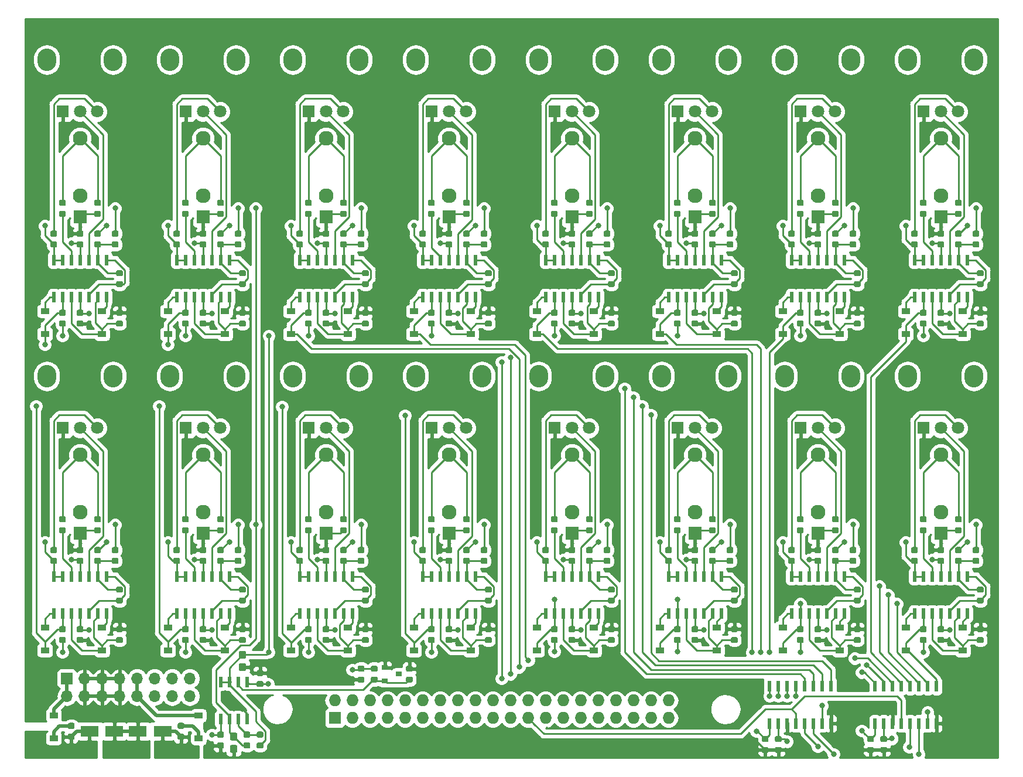
<source format=gbr>
G04 #@! TF.GenerationSoftware,KiCad,Pcbnew,(5.0.1-3-g963ef8bb5)*
G04 #@! TF.CreationDate,2020-08-17T13:32:48-04:00*
G04 #@! TF.ProjectId,Wave_Pool CV Input,576176655F506F6F6C20435620496E70,rev?*
G04 #@! TF.SameCoordinates,Original*
G04 #@! TF.FileFunction,Copper,L4,Bot,Signal*
G04 #@! TF.FilePolarity,Positive*
%FSLAX46Y46*%
G04 Gerber Fmt 4.6, Leading zero omitted, Abs format (unit mm)*
G04 Created by KiCad (PCBNEW (5.0.1-3-g963ef8bb5)) date Monday, August 17, 2020 at 01:32:48 PM*
%MOMM*%
%LPD*%
G01*
G04 APERTURE LIST*
G04 #@! TA.AperFunction,SMDPad,CuDef*
%ADD10R,1.200000X0.900000*%
G04 #@! TD*
G04 #@! TA.AperFunction,SMDPad,CuDef*
%ADD11R,2.600000X1.600000*%
G04 #@! TD*
G04 #@! TA.AperFunction,Conductor*
%ADD12C,0.100000*%
G04 #@! TD*
G04 #@! TA.AperFunction,SMDPad,CuDef*
%ADD13C,0.875000*%
G04 #@! TD*
G04 #@! TA.AperFunction,ComponentPad*
%ADD14C,2.130000*%
G04 #@! TD*
G04 #@! TA.AperFunction,ComponentPad*
%ADD15R,1.930000X1.830000*%
G04 #@! TD*
G04 #@! TA.AperFunction,SMDPad,CuDef*
%ADD16C,1.050000*%
G04 #@! TD*
G04 #@! TA.AperFunction,SMDPad,CuDef*
%ADD17R,0.900000X0.800000*%
G04 #@! TD*
G04 #@! TA.AperFunction,ComponentPad*
%ADD18R,1.700000X1.700000*%
G04 #@! TD*
G04 #@! TA.AperFunction,ComponentPad*
%ADD19O,1.700000X1.700000*%
G04 #@! TD*
G04 #@! TA.AperFunction,SMDPad,CuDef*
%ADD20R,0.600000X1.500000*%
G04 #@! TD*
G04 #@! TA.AperFunction,SMDPad,CuDef*
%ADD21R,0.600000X1.550000*%
G04 #@! TD*
G04 #@! TA.AperFunction,ComponentPad*
%ADD22O,2.720000X3.240000*%
G04 #@! TD*
G04 #@! TA.AperFunction,ComponentPad*
%ADD23C,1.800000*%
G04 #@! TD*
G04 #@! TA.AperFunction,ComponentPad*
%ADD24R,1.800000X1.800000*%
G04 #@! TD*
G04 #@! TA.AperFunction,ComponentPad*
%ADD25R,1.727200X1.727200*%
G04 #@! TD*
G04 #@! TA.AperFunction,ComponentPad*
%ADD26O,1.727200X1.727200*%
G04 #@! TD*
G04 #@! TA.AperFunction,ViaPad*
%ADD27C,0.800000*%
G04 #@! TD*
G04 #@! TA.AperFunction,Conductor*
%ADD28C,0.250000*%
G04 #@! TD*
G04 #@! TA.AperFunction,Conductor*
%ADD29C,0.500000*%
G04 #@! TD*
G04 #@! TA.AperFunction,Conductor*
%ADD30C,0.254000*%
G04 #@! TD*
G04 APERTURE END LIST*
D10*
G04 #@! TO.P,D2,2*
G04 #@! TO.N,Net-(D2-Pad2)*
X70740000Y-145570000D03*
G04 #@! TO.P,D2,1*
G04 #@! TO.N,Net-(D2-Pad1)*
X70740000Y-142270000D03*
G04 #@! TD*
D11*
G04 #@! TO.P,C1,2*
G04 #@! TO.N,GND*
X82910000Y-144555000D03*
G04 #@! TO.P,C1,1*
G04 #@! TO.N,+12V*
X86510000Y-144555000D03*
G04 #@! TD*
G04 #@! TO.P,C2,2*
G04 #@! TO.N,-12V*
X75925000Y-144555000D03*
G04 #@! TO.P,C2,1*
G04 #@! TO.N,GND*
X79525000Y-144555000D03*
G04 #@! TD*
D12*
G04 #@! TO.N,DC_Offset*
G04 #@! TO.C,R3*
G36*
X98957691Y-146176053D02*
X98978926Y-146179203D01*
X98999750Y-146184419D01*
X99019962Y-146191651D01*
X99039368Y-146200830D01*
X99057781Y-146211866D01*
X99075024Y-146224654D01*
X99090930Y-146239070D01*
X99105346Y-146254976D01*
X99118134Y-146272219D01*
X99129170Y-146290632D01*
X99138349Y-146310038D01*
X99145581Y-146330250D01*
X99150797Y-146351074D01*
X99153947Y-146372309D01*
X99155000Y-146393750D01*
X99155000Y-146831250D01*
X99153947Y-146852691D01*
X99150797Y-146873926D01*
X99145581Y-146894750D01*
X99138349Y-146914962D01*
X99129170Y-146934368D01*
X99118134Y-146952781D01*
X99105346Y-146970024D01*
X99090930Y-146985930D01*
X99075024Y-147000346D01*
X99057781Y-147013134D01*
X99039368Y-147024170D01*
X99019962Y-147033349D01*
X98999750Y-147040581D01*
X98978926Y-147045797D01*
X98957691Y-147048947D01*
X98936250Y-147050000D01*
X98423750Y-147050000D01*
X98402309Y-147048947D01*
X98381074Y-147045797D01*
X98360250Y-147040581D01*
X98340038Y-147033349D01*
X98320632Y-147024170D01*
X98302219Y-147013134D01*
X98284976Y-147000346D01*
X98269070Y-146985930D01*
X98254654Y-146970024D01*
X98241866Y-146952781D01*
X98230830Y-146934368D01*
X98221651Y-146914962D01*
X98214419Y-146894750D01*
X98209203Y-146873926D01*
X98206053Y-146852691D01*
X98205000Y-146831250D01*
X98205000Y-146393750D01*
X98206053Y-146372309D01*
X98209203Y-146351074D01*
X98214419Y-146330250D01*
X98221651Y-146310038D01*
X98230830Y-146290632D01*
X98241866Y-146272219D01*
X98254654Y-146254976D01*
X98269070Y-146239070D01*
X98284976Y-146224654D01*
X98302219Y-146211866D01*
X98320632Y-146200830D01*
X98340038Y-146191651D01*
X98360250Y-146184419D01*
X98381074Y-146179203D01*
X98402309Y-146176053D01*
X98423750Y-146175000D01*
X98936250Y-146175000D01*
X98957691Y-146176053D01*
X98957691Y-146176053D01*
G37*
D13*
G04 #@! TD*
G04 #@! TO.P,R3,1*
G04 #@! TO.N,DC_Offset*
X98680000Y-146612500D03*
D12*
G04 #@! TO.N,Net-(R2-Pad1)*
G04 #@! TO.C,R3*
G36*
X98957691Y-144601053D02*
X98978926Y-144604203D01*
X98999750Y-144609419D01*
X99019962Y-144616651D01*
X99039368Y-144625830D01*
X99057781Y-144636866D01*
X99075024Y-144649654D01*
X99090930Y-144664070D01*
X99105346Y-144679976D01*
X99118134Y-144697219D01*
X99129170Y-144715632D01*
X99138349Y-144735038D01*
X99145581Y-144755250D01*
X99150797Y-144776074D01*
X99153947Y-144797309D01*
X99155000Y-144818750D01*
X99155000Y-145256250D01*
X99153947Y-145277691D01*
X99150797Y-145298926D01*
X99145581Y-145319750D01*
X99138349Y-145339962D01*
X99129170Y-145359368D01*
X99118134Y-145377781D01*
X99105346Y-145395024D01*
X99090930Y-145410930D01*
X99075024Y-145425346D01*
X99057781Y-145438134D01*
X99039368Y-145449170D01*
X99019962Y-145458349D01*
X98999750Y-145465581D01*
X98978926Y-145470797D01*
X98957691Y-145473947D01*
X98936250Y-145475000D01*
X98423750Y-145475000D01*
X98402309Y-145473947D01*
X98381074Y-145470797D01*
X98360250Y-145465581D01*
X98340038Y-145458349D01*
X98320632Y-145449170D01*
X98302219Y-145438134D01*
X98284976Y-145425346D01*
X98269070Y-145410930D01*
X98254654Y-145395024D01*
X98241866Y-145377781D01*
X98230830Y-145359368D01*
X98221651Y-145339962D01*
X98214419Y-145319750D01*
X98209203Y-145298926D01*
X98206053Y-145277691D01*
X98205000Y-145256250D01*
X98205000Y-144818750D01*
X98206053Y-144797309D01*
X98209203Y-144776074D01*
X98214419Y-144755250D01*
X98221651Y-144735038D01*
X98230830Y-144715632D01*
X98241866Y-144697219D01*
X98254654Y-144679976D01*
X98269070Y-144664070D01*
X98284976Y-144649654D01*
X98302219Y-144636866D01*
X98320632Y-144625830D01*
X98340038Y-144616651D01*
X98360250Y-144609419D01*
X98381074Y-144604203D01*
X98402309Y-144601053D01*
X98423750Y-144600000D01*
X98936250Y-144600000D01*
X98957691Y-144601053D01*
X98957691Y-144601053D01*
G37*
D13*
G04 #@! TD*
G04 #@! TO.P,R3,2*
G04 #@! TO.N,Net-(R2-Pad1)*
X98680000Y-145037500D03*
D14*
G04 #@! TO.P,J14,2*
G04 #@! TO.N,Net-(J14-Pad2)*
X199010000Y-67160000D03*
D15*
G04 #@! TO.P,J14,1*
G04 #@! TO.N,GND*
X199010000Y-70260000D03*
D14*
G04 #@! TO.P,J14,3*
G04 #@! TO.N,Net-(J14-Pad3)*
X199010000Y-58860000D03*
G04 #@! TD*
G04 #@! TO.P,J12,2*
G04 #@! TO.N,Net-(J12-Pad2)*
X163450000Y-67160000D03*
D15*
G04 #@! TO.P,J12,1*
G04 #@! TO.N,GND*
X163450000Y-70260000D03*
D14*
G04 #@! TO.P,J12,3*
G04 #@! TO.N,Net-(J12-Pad3)*
X163450000Y-58860000D03*
G04 #@! TD*
D12*
G04 #@! TO.N,+3V3*
G04 #@! TO.C,C5*
G36*
X173887691Y-145236053D02*
X173908926Y-145239203D01*
X173929750Y-145244419D01*
X173949962Y-145251651D01*
X173969368Y-145260830D01*
X173987781Y-145271866D01*
X174005024Y-145284654D01*
X174020930Y-145299070D01*
X174035346Y-145314976D01*
X174048134Y-145332219D01*
X174059170Y-145350632D01*
X174068349Y-145370038D01*
X174075581Y-145390250D01*
X174080797Y-145411074D01*
X174083947Y-145432309D01*
X174085000Y-145453750D01*
X174085000Y-145891250D01*
X174083947Y-145912691D01*
X174080797Y-145933926D01*
X174075581Y-145954750D01*
X174068349Y-145974962D01*
X174059170Y-145994368D01*
X174048134Y-146012781D01*
X174035346Y-146030024D01*
X174020930Y-146045930D01*
X174005024Y-146060346D01*
X173987781Y-146073134D01*
X173969368Y-146084170D01*
X173949962Y-146093349D01*
X173929750Y-146100581D01*
X173908926Y-146105797D01*
X173887691Y-146108947D01*
X173866250Y-146110000D01*
X173353750Y-146110000D01*
X173332309Y-146108947D01*
X173311074Y-146105797D01*
X173290250Y-146100581D01*
X173270038Y-146093349D01*
X173250632Y-146084170D01*
X173232219Y-146073134D01*
X173214976Y-146060346D01*
X173199070Y-146045930D01*
X173184654Y-146030024D01*
X173171866Y-146012781D01*
X173160830Y-145994368D01*
X173151651Y-145974962D01*
X173144419Y-145954750D01*
X173139203Y-145933926D01*
X173136053Y-145912691D01*
X173135000Y-145891250D01*
X173135000Y-145453750D01*
X173136053Y-145432309D01*
X173139203Y-145411074D01*
X173144419Y-145390250D01*
X173151651Y-145370038D01*
X173160830Y-145350632D01*
X173171866Y-145332219D01*
X173184654Y-145314976D01*
X173199070Y-145299070D01*
X173214976Y-145284654D01*
X173232219Y-145271866D01*
X173250632Y-145260830D01*
X173270038Y-145251651D01*
X173290250Y-145244419D01*
X173311074Y-145239203D01*
X173332309Y-145236053D01*
X173353750Y-145235000D01*
X173866250Y-145235000D01*
X173887691Y-145236053D01*
X173887691Y-145236053D01*
G37*
D13*
G04 #@! TD*
G04 #@! TO.P,C5,1*
G04 #@! TO.N,+3V3*
X173610000Y-145672500D03*
D12*
G04 #@! TO.N,GND*
G04 #@! TO.C,C5*
G36*
X173887691Y-146811053D02*
X173908926Y-146814203D01*
X173929750Y-146819419D01*
X173949962Y-146826651D01*
X173969368Y-146835830D01*
X173987781Y-146846866D01*
X174005024Y-146859654D01*
X174020930Y-146874070D01*
X174035346Y-146889976D01*
X174048134Y-146907219D01*
X174059170Y-146925632D01*
X174068349Y-146945038D01*
X174075581Y-146965250D01*
X174080797Y-146986074D01*
X174083947Y-147007309D01*
X174085000Y-147028750D01*
X174085000Y-147466250D01*
X174083947Y-147487691D01*
X174080797Y-147508926D01*
X174075581Y-147529750D01*
X174068349Y-147549962D01*
X174059170Y-147569368D01*
X174048134Y-147587781D01*
X174035346Y-147605024D01*
X174020930Y-147620930D01*
X174005024Y-147635346D01*
X173987781Y-147648134D01*
X173969368Y-147659170D01*
X173949962Y-147668349D01*
X173929750Y-147675581D01*
X173908926Y-147680797D01*
X173887691Y-147683947D01*
X173866250Y-147685000D01*
X173353750Y-147685000D01*
X173332309Y-147683947D01*
X173311074Y-147680797D01*
X173290250Y-147675581D01*
X173270038Y-147668349D01*
X173250632Y-147659170D01*
X173232219Y-147648134D01*
X173214976Y-147635346D01*
X173199070Y-147620930D01*
X173184654Y-147605024D01*
X173171866Y-147587781D01*
X173160830Y-147569368D01*
X173151651Y-147549962D01*
X173144419Y-147529750D01*
X173139203Y-147508926D01*
X173136053Y-147487691D01*
X173135000Y-147466250D01*
X173135000Y-147028750D01*
X173136053Y-147007309D01*
X173139203Y-146986074D01*
X173144419Y-146965250D01*
X173151651Y-146945038D01*
X173160830Y-146925632D01*
X173171866Y-146907219D01*
X173184654Y-146889976D01*
X173199070Y-146874070D01*
X173214976Y-146859654D01*
X173232219Y-146846866D01*
X173250632Y-146835830D01*
X173270038Y-146826651D01*
X173290250Y-146819419D01*
X173311074Y-146814203D01*
X173332309Y-146811053D01*
X173353750Y-146810000D01*
X173866250Y-146810000D01*
X173887691Y-146811053D01*
X173887691Y-146811053D01*
G37*
D13*
G04 #@! TD*
G04 #@! TO.P,C5,2*
G04 #@! TO.N,GND*
X173610000Y-147247500D03*
D10*
G04 #@! TO.P,D19,2*
G04 #@! TO.N,/CV Input 5-8/CV8*
X122810000Y-132870000D03*
G04 #@! TO.P,D19,1*
G04 #@! TO.N,Net-(D19-Pad1)*
X122810000Y-129570000D03*
G04 #@! TD*
D14*
G04 #@! TO.P,J13,2*
G04 #@! TO.N,Net-(J13-Pad2)*
X181230000Y-67160000D03*
D15*
G04 #@! TO.P,J13,1*
G04 #@! TO.N,GND*
X181230000Y-70260000D03*
D14*
G04 #@! TO.P,J13,3*
G04 #@! TO.N,Net-(J13-Pad3)*
X181230000Y-58860000D03*
G04 #@! TD*
G04 #@! TO.P,J3,2*
G04 #@! TO.N,Net-(J3-Pad2)*
X74550000Y-67160000D03*
D15*
G04 #@! TO.P,J3,1*
G04 #@! TO.N,GND*
X74550000Y-70260000D03*
D14*
G04 #@! TO.P,J3,3*
G04 #@! TO.N,Net-(J3-Pad3)*
X74550000Y-58860000D03*
G04 #@! TD*
D10*
G04 #@! TO.P,D1,2*
G04 #@! TO.N,Net-(D1-Pad2)*
X91695000Y-142270000D03*
G04 #@! TO.P,D1,1*
G04 #@! TO.N,Net-(D1-Pad1)*
X91695000Y-145570000D03*
G04 #@! TD*
D12*
G04 #@! TO.N,Net-(R12-Pad1)*
G04 #@! TO.C,R12*
G36*
X71017691Y-72211053D02*
X71038926Y-72214203D01*
X71059750Y-72219419D01*
X71079962Y-72226651D01*
X71099368Y-72235830D01*
X71117781Y-72246866D01*
X71135024Y-72259654D01*
X71150930Y-72274070D01*
X71165346Y-72289976D01*
X71178134Y-72307219D01*
X71189170Y-72325632D01*
X71198349Y-72345038D01*
X71205581Y-72365250D01*
X71210797Y-72386074D01*
X71213947Y-72407309D01*
X71215000Y-72428750D01*
X71215000Y-72866250D01*
X71213947Y-72887691D01*
X71210797Y-72908926D01*
X71205581Y-72929750D01*
X71198349Y-72949962D01*
X71189170Y-72969368D01*
X71178134Y-72987781D01*
X71165346Y-73005024D01*
X71150930Y-73020930D01*
X71135024Y-73035346D01*
X71117781Y-73048134D01*
X71099368Y-73059170D01*
X71079962Y-73068349D01*
X71059750Y-73075581D01*
X71038926Y-73080797D01*
X71017691Y-73083947D01*
X70996250Y-73085000D01*
X70483750Y-73085000D01*
X70462309Y-73083947D01*
X70441074Y-73080797D01*
X70420250Y-73075581D01*
X70400038Y-73068349D01*
X70380632Y-73059170D01*
X70362219Y-73048134D01*
X70344976Y-73035346D01*
X70329070Y-73020930D01*
X70314654Y-73005024D01*
X70301866Y-72987781D01*
X70290830Y-72969368D01*
X70281651Y-72949962D01*
X70274419Y-72929750D01*
X70269203Y-72908926D01*
X70266053Y-72887691D01*
X70265000Y-72866250D01*
X70265000Y-72428750D01*
X70266053Y-72407309D01*
X70269203Y-72386074D01*
X70274419Y-72365250D01*
X70281651Y-72345038D01*
X70290830Y-72325632D01*
X70301866Y-72307219D01*
X70314654Y-72289976D01*
X70329070Y-72274070D01*
X70344976Y-72259654D01*
X70362219Y-72246866D01*
X70380632Y-72235830D01*
X70400038Y-72226651D01*
X70420250Y-72219419D01*
X70441074Y-72214203D01*
X70462309Y-72211053D01*
X70483750Y-72210000D01*
X70996250Y-72210000D01*
X71017691Y-72211053D01*
X71017691Y-72211053D01*
G37*
D13*
G04 #@! TD*
G04 #@! TO.P,R12,1*
G04 #@! TO.N,Net-(R12-Pad1)*
X70740000Y-72647500D03*
D12*
G04 #@! TO.N,Net-(R12-Pad2)*
G04 #@! TO.C,R12*
G36*
X71017691Y-73786053D02*
X71038926Y-73789203D01*
X71059750Y-73794419D01*
X71079962Y-73801651D01*
X71099368Y-73810830D01*
X71117781Y-73821866D01*
X71135024Y-73834654D01*
X71150930Y-73849070D01*
X71165346Y-73864976D01*
X71178134Y-73882219D01*
X71189170Y-73900632D01*
X71198349Y-73920038D01*
X71205581Y-73940250D01*
X71210797Y-73961074D01*
X71213947Y-73982309D01*
X71215000Y-74003750D01*
X71215000Y-74441250D01*
X71213947Y-74462691D01*
X71210797Y-74483926D01*
X71205581Y-74504750D01*
X71198349Y-74524962D01*
X71189170Y-74544368D01*
X71178134Y-74562781D01*
X71165346Y-74580024D01*
X71150930Y-74595930D01*
X71135024Y-74610346D01*
X71117781Y-74623134D01*
X71099368Y-74634170D01*
X71079962Y-74643349D01*
X71059750Y-74650581D01*
X71038926Y-74655797D01*
X71017691Y-74658947D01*
X70996250Y-74660000D01*
X70483750Y-74660000D01*
X70462309Y-74658947D01*
X70441074Y-74655797D01*
X70420250Y-74650581D01*
X70400038Y-74643349D01*
X70380632Y-74634170D01*
X70362219Y-74623134D01*
X70344976Y-74610346D01*
X70329070Y-74595930D01*
X70314654Y-74580024D01*
X70301866Y-74562781D01*
X70290830Y-74544368D01*
X70281651Y-74524962D01*
X70274419Y-74504750D01*
X70269203Y-74483926D01*
X70266053Y-74462691D01*
X70265000Y-74441250D01*
X70265000Y-74003750D01*
X70266053Y-73982309D01*
X70269203Y-73961074D01*
X70274419Y-73940250D01*
X70281651Y-73920038D01*
X70290830Y-73900632D01*
X70301866Y-73882219D01*
X70314654Y-73864976D01*
X70329070Y-73849070D01*
X70344976Y-73834654D01*
X70362219Y-73821866D01*
X70380632Y-73810830D01*
X70400038Y-73801651D01*
X70420250Y-73794419D01*
X70441074Y-73789203D01*
X70462309Y-73786053D01*
X70483750Y-73785000D01*
X70996250Y-73785000D01*
X71017691Y-73786053D01*
X71017691Y-73786053D01*
G37*
D13*
G04 #@! TD*
G04 #@! TO.P,R12,2*
G04 #@! TO.N,Net-(R12-Pad2)*
X70740000Y-74222500D03*
D14*
G04 #@! TO.P,J4,2*
G04 #@! TO.N,Net-(J4-Pad2)*
X92330000Y-67160000D03*
D15*
G04 #@! TO.P,J4,1*
G04 #@! TO.N,GND*
X92330000Y-70260000D03*
D14*
G04 #@! TO.P,J4,3*
G04 #@! TO.N,Net-(J4-Pad3)*
X92330000Y-58860000D03*
G04 #@! TD*
G04 #@! TO.P,J5,2*
G04 #@! TO.N,Net-(J5-Pad2)*
X110110000Y-67160000D03*
D15*
G04 #@! TO.P,J5,1*
G04 #@! TO.N,GND*
X110110000Y-70260000D03*
D14*
G04 #@! TO.P,J5,3*
G04 #@! TO.N,Net-(J5-Pad3)*
X110110000Y-58860000D03*
G04 #@! TD*
G04 #@! TO.P,J6,2*
G04 #@! TO.N,Net-(J6-Pad2)*
X127890000Y-67160000D03*
D15*
G04 #@! TO.P,J6,1*
G04 #@! TO.N,GND*
X127890000Y-70260000D03*
D14*
G04 #@! TO.P,J6,3*
G04 #@! TO.N,Net-(J6-Pad3)*
X127890000Y-58860000D03*
G04 #@! TD*
G04 #@! TO.P,J7,2*
G04 #@! TO.N,Net-(J7-Pad2)*
X74550000Y-112880000D03*
D15*
G04 #@! TO.P,J7,1*
G04 #@! TO.N,GND*
X74550000Y-115980000D03*
D14*
G04 #@! TO.P,J7,3*
G04 #@! TO.N,Net-(J7-Pad3)*
X74550000Y-104580000D03*
G04 #@! TD*
G04 #@! TO.P,J8,2*
G04 #@! TO.N,Net-(J8-Pad2)*
X92330000Y-112880000D03*
D15*
G04 #@! TO.P,J8,1*
G04 #@! TO.N,GND*
X92330000Y-115980000D03*
D14*
G04 #@! TO.P,J8,3*
G04 #@! TO.N,Net-(J8-Pad3)*
X92330000Y-104580000D03*
G04 #@! TD*
G04 #@! TO.P,J9,2*
G04 #@! TO.N,Net-(J9-Pad2)*
X110110000Y-112880000D03*
D15*
G04 #@! TO.P,J9,1*
G04 #@! TO.N,GND*
X110110000Y-115980000D03*
D14*
G04 #@! TO.P,J9,3*
G04 #@! TO.N,Net-(J9-Pad3)*
X110110000Y-104580000D03*
G04 #@! TD*
G04 #@! TO.P,J10,2*
G04 #@! TO.N,Net-(J10-Pad2)*
X127890000Y-112880000D03*
D15*
G04 #@! TO.P,J10,1*
G04 #@! TO.N,GND*
X127890000Y-115980000D03*
D14*
G04 #@! TO.P,J10,3*
G04 #@! TO.N,Net-(J10-Pad3)*
X127890000Y-104580000D03*
G04 #@! TD*
G04 #@! TO.P,J11,2*
G04 #@! TO.N,Net-(J11-Pad2)*
X145670000Y-67160000D03*
D15*
G04 #@! TO.P,J11,1*
G04 #@! TO.N,GND*
X145670000Y-70260000D03*
D14*
G04 #@! TO.P,J11,3*
G04 #@! TO.N,Net-(J11-Pad3)*
X145670000Y-58860000D03*
G04 #@! TD*
G04 #@! TO.P,J15,2*
G04 #@! TO.N,Net-(J15-Pad2)*
X145670000Y-112880000D03*
D15*
G04 #@! TO.P,J15,1*
G04 #@! TO.N,GND*
X145670000Y-115980000D03*
D14*
G04 #@! TO.P,J15,3*
G04 #@! TO.N,Net-(J15-Pad3)*
X145670000Y-104580000D03*
G04 #@! TD*
G04 #@! TO.P,J16,2*
G04 #@! TO.N,Net-(J16-Pad2)*
X163450000Y-112880000D03*
D15*
G04 #@! TO.P,J16,1*
G04 #@! TO.N,GND*
X163450000Y-115980000D03*
D14*
G04 #@! TO.P,J16,3*
G04 #@! TO.N,Net-(J16-Pad3)*
X163450000Y-104580000D03*
G04 #@! TD*
G04 #@! TO.P,J17,2*
G04 #@! TO.N,Net-(J17-Pad2)*
X181230000Y-112880000D03*
D15*
G04 #@! TO.P,J17,1*
G04 #@! TO.N,GND*
X181230000Y-115980000D03*
D14*
G04 #@! TO.P,J17,3*
G04 #@! TO.N,Net-(J17-Pad3)*
X181230000Y-104580000D03*
G04 #@! TD*
G04 #@! TO.P,J18,2*
G04 #@! TO.N,Net-(J18-Pad2)*
X199010000Y-112880000D03*
D15*
G04 #@! TO.P,J18,1*
G04 #@! TO.N,GND*
X199010000Y-115980000D03*
D14*
G04 #@! TO.P,J18,3*
G04 #@! TO.N,Net-(J18-Pad3)*
X199010000Y-104580000D03*
G04 #@! TD*
D12*
G04 #@! TO.N,+12V*
G04 #@! TO.C,C3*
G36*
X95147691Y-144601053D02*
X95168926Y-144604203D01*
X95189750Y-144609419D01*
X95209962Y-144616651D01*
X95229368Y-144625830D01*
X95247781Y-144636866D01*
X95265024Y-144649654D01*
X95280930Y-144664070D01*
X95295346Y-144679976D01*
X95308134Y-144697219D01*
X95319170Y-144715632D01*
X95328349Y-144735038D01*
X95335581Y-144755250D01*
X95340797Y-144776074D01*
X95343947Y-144797309D01*
X95345000Y-144818750D01*
X95345000Y-145256250D01*
X95343947Y-145277691D01*
X95340797Y-145298926D01*
X95335581Y-145319750D01*
X95328349Y-145339962D01*
X95319170Y-145359368D01*
X95308134Y-145377781D01*
X95295346Y-145395024D01*
X95280930Y-145410930D01*
X95265024Y-145425346D01*
X95247781Y-145438134D01*
X95229368Y-145449170D01*
X95209962Y-145458349D01*
X95189750Y-145465581D01*
X95168926Y-145470797D01*
X95147691Y-145473947D01*
X95126250Y-145475000D01*
X94613750Y-145475000D01*
X94592309Y-145473947D01*
X94571074Y-145470797D01*
X94550250Y-145465581D01*
X94530038Y-145458349D01*
X94510632Y-145449170D01*
X94492219Y-145438134D01*
X94474976Y-145425346D01*
X94459070Y-145410930D01*
X94444654Y-145395024D01*
X94431866Y-145377781D01*
X94420830Y-145359368D01*
X94411651Y-145339962D01*
X94404419Y-145319750D01*
X94399203Y-145298926D01*
X94396053Y-145277691D01*
X94395000Y-145256250D01*
X94395000Y-144818750D01*
X94396053Y-144797309D01*
X94399203Y-144776074D01*
X94404419Y-144755250D01*
X94411651Y-144735038D01*
X94420830Y-144715632D01*
X94431866Y-144697219D01*
X94444654Y-144679976D01*
X94459070Y-144664070D01*
X94474976Y-144649654D01*
X94492219Y-144636866D01*
X94510632Y-144625830D01*
X94530038Y-144616651D01*
X94550250Y-144609419D01*
X94571074Y-144604203D01*
X94592309Y-144601053D01*
X94613750Y-144600000D01*
X95126250Y-144600000D01*
X95147691Y-144601053D01*
X95147691Y-144601053D01*
G37*
D13*
G04 #@! TD*
G04 #@! TO.P,C3,1*
G04 #@! TO.N,+12V*
X94870000Y-145037500D03*
D12*
G04 #@! TO.N,GND*
G04 #@! TO.C,C3*
G36*
X95147691Y-146176053D02*
X95168926Y-146179203D01*
X95189750Y-146184419D01*
X95209962Y-146191651D01*
X95229368Y-146200830D01*
X95247781Y-146211866D01*
X95265024Y-146224654D01*
X95280930Y-146239070D01*
X95295346Y-146254976D01*
X95308134Y-146272219D01*
X95319170Y-146290632D01*
X95328349Y-146310038D01*
X95335581Y-146330250D01*
X95340797Y-146351074D01*
X95343947Y-146372309D01*
X95345000Y-146393750D01*
X95345000Y-146831250D01*
X95343947Y-146852691D01*
X95340797Y-146873926D01*
X95335581Y-146894750D01*
X95328349Y-146914962D01*
X95319170Y-146934368D01*
X95308134Y-146952781D01*
X95295346Y-146970024D01*
X95280930Y-146985930D01*
X95265024Y-147000346D01*
X95247781Y-147013134D01*
X95229368Y-147024170D01*
X95209962Y-147033349D01*
X95189750Y-147040581D01*
X95168926Y-147045797D01*
X95147691Y-147048947D01*
X95126250Y-147050000D01*
X94613750Y-147050000D01*
X94592309Y-147048947D01*
X94571074Y-147045797D01*
X94550250Y-147040581D01*
X94530038Y-147033349D01*
X94510632Y-147024170D01*
X94492219Y-147013134D01*
X94474976Y-147000346D01*
X94459070Y-146985930D01*
X94444654Y-146970024D01*
X94431866Y-146952781D01*
X94420830Y-146934368D01*
X94411651Y-146914962D01*
X94404419Y-146894750D01*
X94399203Y-146873926D01*
X94396053Y-146852691D01*
X94395000Y-146831250D01*
X94395000Y-146393750D01*
X94396053Y-146372309D01*
X94399203Y-146351074D01*
X94404419Y-146330250D01*
X94411651Y-146310038D01*
X94420830Y-146290632D01*
X94431866Y-146272219D01*
X94444654Y-146254976D01*
X94459070Y-146239070D01*
X94474976Y-146224654D01*
X94492219Y-146211866D01*
X94510632Y-146200830D01*
X94530038Y-146191651D01*
X94550250Y-146184419D01*
X94571074Y-146179203D01*
X94592309Y-146176053D01*
X94613750Y-146175000D01*
X95126250Y-146175000D01*
X95147691Y-146176053D01*
X95147691Y-146176053D01*
G37*
D13*
G04 #@! TD*
G04 #@! TO.P,C3,2*
G04 #@! TO.N,GND*
X94870000Y-146612500D03*
D12*
G04 #@! TO.N,-12V*
G04 #@! TO.C,C4*
G36*
X100862691Y-137286053D02*
X100883926Y-137289203D01*
X100904750Y-137294419D01*
X100924962Y-137301651D01*
X100944368Y-137310830D01*
X100962781Y-137321866D01*
X100980024Y-137334654D01*
X100995930Y-137349070D01*
X101010346Y-137364976D01*
X101023134Y-137382219D01*
X101034170Y-137400632D01*
X101043349Y-137420038D01*
X101050581Y-137440250D01*
X101055797Y-137461074D01*
X101058947Y-137482309D01*
X101060000Y-137503750D01*
X101060000Y-137941250D01*
X101058947Y-137962691D01*
X101055797Y-137983926D01*
X101050581Y-138004750D01*
X101043349Y-138024962D01*
X101034170Y-138044368D01*
X101023134Y-138062781D01*
X101010346Y-138080024D01*
X100995930Y-138095930D01*
X100980024Y-138110346D01*
X100962781Y-138123134D01*
X100944368Y-138134170D01*
X100924962Y-138143349D01*
X100904750Y-138150581D01*
X100883926Y-138155797D01*
X100862691Y-138158947D01*
X100841250Y-138160000D01*
X100328750Y-138160000D01*
X100307309Y-138158947D01*
X100286074Y-138155797D01*
X100265250Y-138150581D01*
X100245038Y-138143349D01*
X100225632Y-138134170D01*
X100207219Y-138123134D01*
X100189976Y-138110346D01*
X100174070Y-138095930D01*
X100159654Y-138080024D01*
X100146866Y-138062781D01*
X100135830Y-138044368D01*
X100126651Y-138024962D01*
X100119419Y-138004750D01*
X100114203Y-137983926D01*
X100111053Y-137962691D01*
X100110000Y-137941250D01*
X100110000Y-137503750D01*
X100111053Y-137482309D01*
X100114203Y-137461074D01*
X100119419Y-137440250D01*
X100126651Y-137420038D01*
X100135830Y-137400632D01*
X100146866Y-137382219D01*
X100159654Y-137364976D01*
X100174070Y-137349070D01*
X100189976Y-137334654D01*
X100207219Y-137321866D01*
X100225632Y-137310830D01*
X100245038Y-137301651D01*
X100265250Y-137294419D01*
X100286074Y-137289203D01*
X100307309Y-137286053D01*
X100328750Y-137285000D01*
X100841250Y-137285000D01*
X100862691Y-137286053D01*
X100862691Y-137286053D01*
G37*
D13*
G04 #@! TD*
G04 #@! TO.P,C4,2*
G04 #@! TO.N,-12V*
X100585000Y-137722500D03*
D12*
G04 #@! TO.N,GND*
G04 #@! TO.C,C4*
G36*
X100862691Y-135711053D02*
X100883926Y-135714203D01*
X100904750Y-135719419D01*
X100924962Y-135726651D01*
X100944368Y-135735830D01*
X100962781Y-135746866D01*
X100980024Y-135759654D01*
X100995930Y-135774070D01*
X101010346Y-135789976D01*
X101023134Y-135807219D01*
X101034170Y-135825632D01*
X101043349Y-135845038D01*
X101050581Y-135865250D01*
X101055797Y-135886074D01*
X101058947Y-135907309D01*
X101060000Y-135928750D01*
X101060000Y-136366250D01*
X101058947Y-136387691D01*
X101055797Y-136408926D01*
X101050581Y-136429750D01*
X101043349Y-136449962D01*
X101034170Y-136469368D01*
X101023134Y-136487781D01*
X101010346Y-136505024D01*
X100995930Y-136520930D01*
X100980024Y-136535346D01*
X100962781Y-136548134D01*
X100944368Y-136559170D01*
X100924962Y-136568349D01*
X100904750Y-136575581D01*
X100883926Y-136580797D01*
X100862691Y-136583947D01*
X100841250Y-136585000D01*
X100328750Y-136585000D01*
X100307309Y-136583947D01*
X100286074Y-136580797D01*
X100265250Y-136575581D01*
X100245038Y-136568349D01*
X100225632Y-136559170D01*
X100207219Y-136548134D01*
X100189976Y-136535346D01*
X100174070Y-136520930D01*
X100159654Y-136505024D01*
X100146866Y-136487781D01*
X100135830Y-136469368D01*
X100126651Y-136449962D01*
X100119419Y-136429750D01*
X100114203Y-136408926D01*
X100111053Y-136387691D01*
X100110000Y-136366250D01*
X100110000Y-135928750D01*
X100111053Y-135907309D01*
X100114203Y-135886074D01*
X100119419Y-135865250D01*
X100126651Y-135845038D01*
X100135830Y-135825632D01*
X100146866Y-135807219D01*
X100159654Y-135789976D01*
X100174070Y-135774070D01*
X100189976Y-135759654D01*
X100207219Y-135746866D01*
X100225632Y-135735830D01*
X100245038Y-135726651D01*
X100265250Y-135719419D01*
X100286074Y-135714203D01*
X100307309Y-135711053D01*
X100328750Y-135710000D01*
X100841250Y-135710000D01*
X100862691Y-135711053D01*
X100862691Y-135711053D01*
G37*
D13*
G04 #@! TD*
G04 #@! TO.P,C4,1*
G04 #@! TO.N,GND*
X100585000Y-136147500D03*
D12*
G04 #@! TO.N,+3V3*
G04 #@! TO.C,C6*
G36*
X189127691Y-145236053D02*
X189148926Y-145239203D01*
X189169750Y-145244419D01*
X189189962Y-145251651D01*
X189209368Y-145260830D01*
X189227781Y-145271866D01*
X189245024Y-145284654D01*
X189260930Y-145299070D01*
X189275346Y-145314976D01*
X189288134Y-145332219D01*
X189299170Y-145350632D01*
X189308349Y-145370038D01*
X189315581Y-145390250D01*
X189320797Y-145411074D01*
X189323947Y-145432309D01*
X189325000Y-145453750D01*
X189325000Y-145891250D01*
X189323947Y-145912691D01*
X189320797Y-145933926D01*
X189315581Y-145954750D01*
X189308349Y-145974962D01*
X189299170Y-145994368D01*
X189288134Y-146012781D01*
X189275346Y-146030024D01*
X189260930Y-146045930D01*
X189245024Y-146060346D01*
X189227781Y-146073134D01*
X189209368Y-146084170D01*
X189189962Y-146093349D01*
X189169750Y-146100581D01*
X189148926Y-146105797D01*
X189127691Y-146108947D01*
X189106250Y-146110000D01*
X188593750Y-146110000D01*
X188572309Y-146108947D01*
X188551074Y-146105797D01*
X188530250Y-146100581D01*
X188510038Y-146093349D01*
X188490632Y-146084170D01*
X188472219Y-146073134D01*
X188454976Y-146060346D01*
X188439070Y-146045930D01*
X188424654Y-146030024D01*
X188411866Y-146012781D01*
X188400830Y-145994368D01*
X188391651Y-145974962D01*
X188384419Y-145954750D01*
X188379203Y-145933926D01*
X188376053Y-145912691D01*
X188375000Y-145891250D01*
X188375000Y-145453750D01*
X188376053Y-145432309D01*
X188379203Y-145411074D01*
X188384419Y-145390250D01*
X188391651Y-145370038D01*
X188400830Y-145350632D01*
X188411866Y-145332219D01*
X188424654Y-145314976D01*
X188439070Y-145299070D01*
X188454976Y-145284654D01*
X188472219Y-145271866D01*
X188490632Y-145260830D01*
X188510038Y-145251651D01*
X188530250Y-145244419D01*
X188551074Y-145239203D01*
X188572309Y-145236053D01*
X188593750Y-145235000D01*
X189106250Y-145235000D01*
X189127691Y-145236053D01*
X189127691Y-145236053D01*
G37*
D13*
G04 #@! TD*
G04 #@! TO.P,C6,1*
G04 #@! TO.N,+3V3*
X188850000Y-145672500D03*
D12*
G04 #@! TO.N,GND*
G04 #@! TO.C,C6*
G36*
X189127691Y-146811053D02*
X189148926Y-146814203D01*
X189169750Y-146819419D01*
X189189962Y-146826651D01*
X189209368Y-146835830D01*
X189227781Y-146846866D01*
X189245024Y-146859654D01*
X189260930Y-146874070D01*
X189275346Y-146889976D01*
X189288134Y-146907219D01*
X189299170Y-146925632D01*
X189308349Y-146945038D01*
X189315581Y-146965250D01*
X189320797Y-146986074D01*
X189323947Y-147007309D01*
X189325000Y-147028750D01*
X189325000Y-147466250D01*
X189323947Y-147487691D01*
X189320797Y-147508926D01*
X189315581Y-147529750D01*
X189308349Y-147549962D01*
X189299170Y-147569368D01*
X189288134Y-147587781D01*
X189275346Y-147605024D01*
X189260930Y-147620930D01*
X189245024Y-147635346D01*
X189227781Y-147648134D01*
X189209368Y-147659170D01*
X189189962Y-147668349D01*
X189169750Y-147675581D01*
X189148926Y-147680797D01*
X189127691Y-147683947D01*
X189106250Y-147685000D01*
X188593750Y-147685000D01*
X188572309Y-147683947D01*
X188551074Y-147680797D01*
X188530250Y-147675581D01*
X188510038Y-147668349D01*
X188490632Y-147659170D01*
X188472219Y-147648134D01*
X188454976Y-147635346D01*
X188439070Y-147620930D01*
X188424654Y-147605024D01*
X188411866Y-147587781D01*
X188400830Y-147569368D01*
X188391651Y-147549962D01*
X188384419Y-147529750D01*
X188379203Y-147508926D01*
X188376053Y-147487691D01*
X188375000Y-147466250D01*
X188375000Y-147028750D01*
X188376053Y-147007309D01*
X188379203Y-146986074D01*
X188384419Y-146965250D01*
X188391651Y-146945038D01*
X188400830Y-146925632D01*
X188411866Y-146907219D01*
X188424654Y-146889976D01*
X188439070Y-146874070D01*
X188454976Y-146859654D01*
X188472219Y-146846866D01*
X188490632Y-146835830D01*
X188510038Y-146826651D01*
X188530250Y-146819419D01*
X188551074Y-146814203D01*
X188572309Y-146811053D01*
X188593750Y-146810000D01*
X189106250Y-146810000D01*
X189127691Y-146811053D01*
X189127691Y-146811053D01*
G37*
D13*
G04 #@! TD*
G04 #@! TO.P,C6,2*
G04 #@! TO.N,GND*
X188850000Y-147247500D03*
D12*
G04 #@! TO.N,GND*
G04 #@! TO.C,C7*
G36*
X115467691Y-136651053D02*
X115488926Y-136654203D01*
X115509750Y-136659419D01*
X115529962Y-136666651D01*
X115549368Y-136675830D01*
X115567781Y-136686866D01*
X115585024Y-136699654D01*
X115600930Y-136714070D01*
X115615346Y-136729976D01*
X115628134Y-136747219D01*
X115639170Y-136765632D01*
X115648349Y-136785038D01*
X115655581Y-136805250D01*
X115660797Y-136826074D01*
X115663947Y-136847309D01*
X115665000Y-136868750D01*
X115665000Y-137306250D01*
X115663947Y-137327691D01*
X115660797Y-137348926D01*
X115655581Y-137369750D01*
X115648349Y-137389962D01*
X115639170Y-137409368D01*
X115628134Y-137427781D01*
X115615346Y-137445024D01*
X115600930Y-137460930D01*
X115585024Y-137475346D01*
X115567781Y-137488134D01*
X115549368Y-137499170D01*
X115529962Y-137508349D01*
X115509750Y-137515581D01*
X115488926Y-137520797D01*
X115467691Y-137523947D01*
X115446250Y-137525000D01*
X114933750Y-137525000D01*
X114912309Y-137523947D01*
X114891074Y-137520797D01*
X114870250Y-137515581D01*
X114850038Y-137508349D01*
X114830632Y-137499170D01*
X114812219Y-137488134D01*
X114794976Y-137475346D01*
X114779070Y-137460930D01*
X114764654Y-137445024D01*
X114751866Y-137427781D01*
X114740830Y-137409368D01*
X114731651Y-137389962D01*
X114724419Y-137369750D01*
X114719203Y-137348926D01*
X114716053Y-137327691D01*
X114715000Y-137306250D01*
X114715000Y-136868750D01*
X114716053Y-136847309D01*
X114719203Y-136826074D01*
X114724419Y-136805250D01*
X114731651Y-136785038D01*
X114740830Y-136765632D01*
X114751866Y-136747219D01*
X114764654Y-136729976D01*
X114779070Y-136714070D01*
X114794976Y-136699654D01*
X114812219Y-136686866D01*
X114830632Y-136675830D01*
X114850038Y-136666651D01*
X114870250Y-136659419D01*
X114891074Y-136654203D01*
X114912309Y-136651053D01*
X114933750Y-136650000D01*
X115446250Y-136650000D01*
X115467691Y-136651053D01*
X115467691Y-136651053D01*
G37*
D13*
G04 #@! TD*
G04 #@! TO.P,C7,2*
G04 #@! TO.N,GND*
X115190000Y-137087500D03*
D12*
G04 #@! TO.N,+12V*
G04 #@! TO.C,C7*
G36*
X115467691Y-135076053D02*
X115488926Y-135079203D01*
X115509750Y-135084419D01*
X115529962Y-135091651D01*
X115549368Y-135100830D01*
X115567781Y-135111866D01*
X115585024Y-135124654D01*
X115600930Y-135139070D01*
X115615346Y-135154976D01*
X115628134Y-135172219D01*
X115639170Y-135190632D01*
X115648349Y-135210038D01*
X115655581Y-135230250D01*
X115660797Y-135251074D01*
X115663947Y-135272309D01*
X115665000Y-135293750D01*
X115665000Y-135731250D01*
X115663947Y-135752691D01*
X115660797Y-135773926D01*
X115655581Y-135794750D01*
X115648349Y-135814962D01*
X115639170Y-135834368D01*
X115628134Y-135852781D01*
X115615346Y-135870024D01*
X115600930Y-135885930D01*
X115585024Y-135900346D01*
X115567781Y-135913134D01*
X115549368Y-135924170D01*
X115529962Y-135933349D01*
X115509750Y-135940581D01*
X115488926Y-135945797D01*
X115467691Y-135948947D01*
X115446250Y-135950000D01*
X114933750Y-135950000D01*
X114912309Y-135948947D01*
X114891074Y-135945797D01*
X114870250Y-135940581D01*
X114850038Y-135933349D01*
X114830632Y-135924170D01*
X114812219Y-135913134D01*
X114794976Y-135900346D01*
X114779070Y-135885930D01*
X114764654Y-135870024D01*
X114751866Y-135852781D01*
X114740830Y-135834368D01*
X114731651Y-135814962D01*
X114724419Y-135794750D01*
X114719203Y-135773926D01*
X114716053Y-135752691D01*
X114715000Y-135731250D01*
X114715000Y-135293750D01*
X114716053Y-135272309D01*
X114719203Y-135251074D01*
X114724419Y-135230250D01*
X114731651Y-135210038D01*
X114740830Y-135190632D01*
X114751866Y-135172219D01*
X114764654Y-135154976D01*
X114779070Y-135139070D01*
X114794976Y-135124654D01*
X114812219Y-135111866D01*
X114830632Y-135100830D01*
X114850038Y-135091651D01*
X114870250Y-135084419D01*
X114891074Y-135079203D01*
X114912309Y-135076053D01*
X114933750Y-135075000D01*
X115446250Y-135075000D01*
X115467691Y-135076053D01*
X115467691Y-135076053D01*
G37*
D13*
G04 #@! TD*
G04 #@! TO.P,C7,1*
G04 #@! TO.N,+12V*
X115190000Y-135512500D03*
D12*
G04 #@! TO.N,GND*
G04 #@! TO.C,C8*
G36*
X175792691Y-146811053D02*
X175813926Y-146814203D01*
X175834750Y-146819419D01*
X175854962Y-146826651D01*
X175874368Y-146835830D01*
X175892781Y-146846866D01*
X175910024Y-146859654D01*
X175925930Y-146874070D01*
X175940346Y-146889976D01*
X175953134Y-146907219D01*
X175964170Y-146925632D01*
X175973349Y-146945038D01*
X175980581Y-146965250D01*
X175985797Y-146986074D01*
X175988947Y-147007309D01*
X175990000Y-147028750D01*
X175990000Y-147466250D01*
X175988947Y-147487691D01*
X175985797Y-147508926D01*
X175980581Y-147529750D01*
X175973349Y-147549962D01*
X175964170Y-147569368D01*
X175953134Y-147587781D01*
X175940346Y-147605024D01*
X175925930Y-147620930D01*
X175910024Y-147635346D01*
X175892781Y-147648134D01*
X175874368Y-147659170D01*
X175854962Y-147668349D01*
X175834750Y-147675581D01*
X175813926Y-147680797D01*
X175792691Y-147683947D01*
X175771250Y-147685000D01*
X175258750Y-147685000D01*
X175237309Y-147683947D01*
X175216074Y-147680797D01*
X175195250Y-147675581D01*
X175175038Y-147668349D01*
X175155632Y-147659170D01*
X175137219Y-147648134D01*
X175119976Y-147635346D01*
X175104070Y-147620930D01*
X175089654Y-147605024D01*
X175076866Y-147587781D01*
X175065830Y-147569368D01*
X175056651Y-147549962D01*
X175049419Y-147529750D01*
X175044203Y-147508926D01*
X175041053Y-147487691D01*
X175040000Y-147466250D01*
X175040000Y-147028750D01*
X175041053Y-147007309D01*
X175044203Y-146986074D01*
X175049419Y-146965250D01*
X175056651Y-146945038D01*
X175065830Y-146925632D01*
X175076866Y-146907219D01*
X175089654Y-146889976D01*
X175104070Y-146874070D01*
X175119976Y-146859654D01*
X175137219Y-146846866D01*
X175155632Y-146835830D01*
X175175038Y-146826651D01*
X175195250Y-146819419D01*
X175216074Y-146814203D01*
X175237309Y-146811053D01*
X175258750Y-146810000D01*
X175771250Y-146810000D01*
X175792691Y-146811053D01*
X175792691Y-146811053D01*
G37*
D13*
G04 #@! TD*
G04 #@! TO.P,C8,2*
G04 #@! TO.N,GND*
X175515000Y-147247500D03*
D12*
G04 #@! TO.N,Vref*
G04 #@! TO.C,C8*
G36*
X175792691Y-145236053D02*
X175813926Y-145239203D01*
X175834750Y-145244419D01*
X175854962Y-145251651D01*
X175874368Y-145260830D01*
X175892781Y-145271866D01*
X175910024Y-145284654D01*
X175925930Y-145299070D01*
X175940346Y-145314976D01*
X175953134Y-145332219D01*
X175964170Y-145350632D01*
X175973349Y-145370038D01*
X175980581Y-145390250D01*
X175985797Y-145411074D01*
X175988947Y-145432309D01*
X175990000Y-145453750D01*
X175990000Y-145891250D01*
X175988947Y-145912691D01*
X175985797Y-145933926D01*
X175980581Y-145954750D01*
X175973349Y-145974962D01*
X175964170Y-145994368D01*
X175953134Y-146012781D01*
X175940346Y-146030024D01*
X175925930Y-146045930D01*
X175910024Y-146060346D01*
X175892781Y-146073134D01*
X175874368Y-146084170D01*
X175854962Y-146093349D01*
X175834750Y-146100581D01*
X175813926Y-146105797D01*
X175792691Y-146108947D01*
X175771250Y-146110000D01*
X175258750Y-146110000D01*
X175237309Y-146108947D01*
X175216074Y-146105797D01*
X175195250Y-146100581D01*
X175175038Y-146093349D01*
X175155632Y-146084170D01*
X175137219Y-146073134D01*
X175119976Y-146060346D01*
X175104070Y-146045930D01*
X175089654Y-146030024D01*
X175076866Y-146012781D01*
X175065830Y-145994368D01*
X175056651Y-145974962D01*
X175049419Y-145954750D01*
X175044203Y-145933926D01*
X175041053Y-145912691D01*
X175040000Y-145891250D01*
X175040000Y-145453750D01*
X175041053Y-145432309D01*
X175044203Y-145411074D01*
X175049419Y-145390250D01*
X175056651Y-145370038D01*
X175065830Y-145350632D01*
X175076866Y-145332219D01*
X175089654Y-145314976D01*
X175104070Y-145299070D01*
X175119976Y-145284654D01*
X175137219Y-145271866D01*
X175155632Y-145260830D01*
X175175038Y-145251651D01*
X175195250Y-145244419D01*
X175216074Y-145239203D01*
X175237309Y-145236053D01*
X175258750Y-145235000D01*
X175771250Y-145235000D01*
X175792691Y-145236053D01*
X175792691Y-145236053D01*
G37*
D13*
G04 #@! TD*
G04 #@! TO.P,C8,1*
G04 #@! TO.N,Vref*
X175515000Y-145672500D03*
D12*
G04 #@! TO.N,Vref*
G04 #@! TO.C,C9*
G36*
X191032691Y-145236053D02*
X191053926Y-145239203D01*
X191074750Y-145244419D01*
X191094962Y-145251651D01*
X191114368Y-145260830D01*
X191132781Y-145271866D01*
X191150024Y-145284654D01*
X191165930Y-145299070D01*
X191180346Y-145314976D01*
X191193134Y-145332219D01*
X191204170Y-145350632D01*
X191213349Y-145370038D01*
X191220581Y-145390250D01*
X191225797Y-145411074D01*
X191228947Y-145432309D01*
X191230000Y-145453750D01*
X191230000Y-145891250D01*
X191228947Y-145912691D01*
X191225797Y-145933926D01*
X191220581Y-145954750D01*
X191213349Y-145974962D01*
X191204170Y-145994368D01*
X191193134Y-146012781D01*
X191180346Y-146030024D01*
X191165930Y-146045930D01*
X191150024Y-146060346D01*
X191132781Y-146073134D01*
X191114368Y-146084170D01*
X191094962Y-146093349D01*
X191074750Y-146100581D01*
X191053926Y-146105797D01*
X191032691Y-146108947D01*
X191011250Y-146110000D01*
X190498750Y-146110000D01*
X190477309Y-146108947D01*
X190456074Y-146105797D01*
X190435250Y-146100581D01*
X190415038Y-146093349D01*
X190395632Y-146084170D01*
X190377219Y-146073134D01*
X190359976Y-146060346D01*
X190344070Y-146045930D01*
X190329654Y-146030024D01*
X190316866Y-146012781D01*
X190305830Y-145994368D01*
X190296651Y-145974962D01*
X190289419Y-145954750D01*
X190284203Y-145933926D01*
X190281053Y-145912691D01*
X190280000Y-145891250D01*
X190280000Y-145453750D01*
X190281053Y-145432309D01*
X190284203Y-145411074D01*
X190289419Y-145390250D01*
X190296651Y-145370038D01*
X190305830Y-145350632D01*
X190316866Y-145332219D01*
X190329654Y-145314976D01*
X190344070Y-145299070D01*
X190359976Y-145284654D01*
X190377219Y-145271866D01*
X190395632Y-145260830D01*
X190415038Y-145251651D01*
X190435250Y-145244419D01*
X190456074Y-145239203D01*
X190477309Y-145236053D01*
X190498750Y-145235000D01*
X191011250Y-145235000D01*
X191032691Y-145236053D01*
X191032691Y-145236053D01*
G37*
D13*
G04 #@! TD*
G04 #@! TO.P,C9,1*
G04 #@! TO.N,Vref*
X190755000Y-145672500D03*
D12*
G04 #@! TO.N,GND*
G04 #@! TO.C,C9*
G36*
X191032691Y-146811053D02*
X191053926Y-146814203D01*
X191074750Y-146819419D01*
X191094962Y-146826651D01*
X191114368Y-146835830D01*
X191132781Y-146846866D01*
X191150024Y-146859654D01*
X191165930Y-146874070D01*
X191180346Y-146889976D01*
X191193134Y-146907219D01*
X191204170Y-146925632D01*
X191213349Y-146945038D01*
X191220581Y-146965250D01*
X191225797Y-146986074D01*
X191228947Y-147007309D01*
X191230000Y-147028750D01*
X191230000Y-147466250D01*
X191228947Y-147487691D01*
X191225797Y-147508926D01*
X191220581Y-147529750D01*
X191213349Y-147549962D01*
X191204170Y-147569368D01*
X191193134Y-147587781D01*
X191180346Y-147605024D01*
X191165930Y-147620930D01*
X191150024Y-147635346D01*
X191132781Y-147648134D01*
X191114368Y-147659170D01*
X191094962Y-147668349D01*
X191074750Y-147675581D01*
X191053926Y-147680797D01*
X191032691Y-147683947D01*
X191011250Y-147685000D01*
X190498750Y-147685000D01*
X190477309Y-147683947D01*
X190456074Y-147680797D01*
X190435250Y-147675581D01*
X190415038Y-147668349D01*
X190395632Y-147659170D01*
X190377219Y-147648134D01*
X190359976Y-147635346D01*
X190344070Y-147620930D01*
X190329654Y-147605024D01*
X190316866Y-147587781D01*
X190305830Y-147569368D01*
X190296651Y-147549962D01*
X190289419Y-147529750D01*
X190284203Y-147508926D01*
X190281053Y-147487691D01*
X190280000Y-147466250D01*
X190280000Y-147028750D01*
X190281053Y-147007309D01*
X190284203Y-146986074D01*
X190289419Y-146965250D01*
X190296651Y-146945038D01*
X190305830Y-146925632D01*
X190316866Y-146907219D01*
X190329654Y-146889976D01*
X190344070Y-146874070D01*
X190359976Y-146859654D01*
X190377219Y-146846866D01*
X190395632Y-146835830D01*
X190415038Y-146826651D01*
X190435250Y-146819419D01*
X190456074Y-146814203D01*
X190477309Y-146811053D01*
X190498750Y-146810000D01*
X191011250Y-146810000D01*
X191032691Y-146811053D01*
X191032691Y-146811053D01*
G37*
D13*
G04 #@! TD*
G04 #@! TO.P,C9,2*
G04 #@! TO.N,GND*
X190755000Y-147247500D03*
D12*
G04 #@! TO.N,GND*
G04 #@! TO.C,C10*
G36*
X122452691Y-135076053D02*
X122473926Y-135079203D01*
X122494750Y-135084419D01*
X122514962Y-135091651D01*
X122534368Y-135100830D01*
X122552781Y-135111866D01*
X122570024Y-135124654D01*
X122585930Y-135139070D01*
X122600346Y-135154976D01*
X122613134Y-135172219D01*
X122624170Y-135190632D01*
X122633349Y-135210038D01*
X122640581Y-135230250D01*
X122645797Y-135251074D01*
X122648947Y-135272309D01*
X122650000Y-135293750D01*
X122650000Y-135731250D01*
X122648947Y-135752691D01*
X122645797Y-135773926D01*
X122640581Y-135794750D01*
X122633349Y-135814962D01*
X122624170Y-135834368D01*
X122613134Y-135852781D01*
X122600346Y-135870024D01*
X122585930Y-135885930D01*
X122570024Y-135900346D01*
X122552781Y-135913134D01*
X122534368Y-135924170D01*
X122514962Y-135933349D01*
X122494750Y-135940581D01*
X122473926Y-135945797D01*
X122452691Y-135948947D01*
X122431250Y-135950000D01*
X121918750Y-135950000D01*
X121897309Y-135948947D01*
X121876074Y-135945797D01*
X121855250Y-135940581D01*
X121835038Y-135933349D01*
X121815632Y-135924170D01*
X121797219Y-135913134D01*
X121779976Y-135900346D01*
X121764070Y-135885930D01*
X121749654Y-135870024D01*
X121736866Y-135852781D01*
X121725830Y-135834368D01*
X121716651Y-135814962D01*
X121709419Y-135794750D01*
X121704203Y-135773926D01*
X121701053Y-135752691D01*
X121700000Y-135731250D01*
X121700000Y-135293750D01*
X121701053Y-135272309D01*
X121704203Y-135251074D01*
X121709419Y-135230250D01*
X121716651Y-135210038D01*
X121725830Y-135190632D01*
X121736866Y-135172219D01*
X121749654Y-135154976D01*
X121764070Y-135139070D01*
X121779976Y-135124654D01*
X121797219Y-135111866D01*
X121815632Y-135100830D01*
X121835038Y-135091651D01*
X121855250Y-135084419D01*
X121876074Y-135079203D01*
X121897309Y-135076053D01*
X121918750Y-135075000D01*
X122431250Y-135075000D01*
X122452691Y-135076053D01*
X122452691Y-135076053D01*
G37*
D13*
G04 #@! TD*
G04 #@! TO.P,C10,2*
G04 #@! TO.N,GND*
X122175000Y-135512500D03*
D12*
G04 #@! TO.N,/VREF_UNBUFFERED*
G04 #@! TO.C,C10*
G36*
X122452691Y-136651053D02*
X122473926Y-136654203D01*
X122494750Y-136659419D01*
X122514962Y-136666651D01*
X122534368Y-136675830D01*
X122552781Y-136686866D01*
X122570024Y-136699654D01*
X122585930Y-136714070D01*
X122600346Y-136729976D01*
X122613134Y-136747219D01*
X122624170Y-136765632D01*
X122633349Y-136785038D01*
X122640581Y-136805250D01*
X122645797Y-136826074D01*
X122648947Y-136847309D01*
X122650000Y-136868750D01*
X122650000Y-137306250D01*
X122648947Y-137327691D01*
X122645797Y-137348926D01*
X122640581Y-137369750D01*
X122633349Y-137389962D01*
X122624170Y-137409368D01*
X122613134Y-137427781D01*
X122600346Y-137445024D01*
X122585930Y-137460930D01*
X122570024Y-137475346D01*
X122552781Y-137488134D01*
X122534368Y-137499170D01*
X122514962Y-137508349D01*
X122494750Y-137515581D01*
X122473926Y-137520797D01*
X122452691Y-137523947D01*
X122431250Y-137525000D01*
X121918750Y-137525000D01*
X121897309Y-137523947D01*
X121876074Y-137520797D01*
X121855250Y-137515581D01*
X121835038Y-137508349D01*
X121815632Y-137499170D01*
X121797219Y-137488134D01*
X121779976Y-137475346D01*
X121764070Y-137460930D01*
X121749654Y-137445024D01*
X121736866Y-137427781D01*
X121725830Y-137409368D01*
X121716651Y-137389962D01*
X121709419Y-137369750D01*
X121704203Y-137348926D01*
X121701053Y-137327691D01*
X121700000Y-137306250D01*
X121700000Y-136868750D01*
X121701053Y-136847309D01*
X121704203Y-136826074D01*
X121709419Y-136805250D01*
X121716651Y-136785038D01*
X121725830Y-136765632D01*
X121736866Y-136747219D01*
X121749654Y-136729976D01*
X121764070Y-136714070D01*
X121779976Y-136699654D01*
X121797219Y-136686866D01*
X121815632Y-136675830D01*
X121835038Y-136666651D01*
X121855250Y-136659419D01*
X121876074Y-136654203D01*
X121897309Y-136651053D01*
X121918750Y-136650000D01*
X122431250Y-136650000D01*
X122452691Y-136651053D01*
X122452691Y-136651053D01*
G37*
D13*
G04 #@! TD*
G04 #@! TO.P,C10,1*
G04 #@! TO.N,/VREF_UNBUFFERED*
X122175000Y-137087500D03*
D12*
G04 #@! TO.N,Vref*
G04 #@! TO.C,C11*
G36*
X98344505Y-132946204D02*
X98368773Y-132949804D01*
X98392572Y-132955765D01*
X98415671Y-132964030D01*
X98437850Y-132974520D01*
X98458893Y-132987132D01*
X98478599Y-133001747D01*
X98496777Y-133018223D01*
X98513253Y-133036401D01*
X98527868Y-133056107D01*
X98540480Y-133077150D01*
X98550970Y-133099329D01*
X98559235Y-133122428D01*
X98565196Y-133146227D01*
X98568796Y-133170495D01*
X98570000Y-133194999D01*
X98570000Y-133820001D01*
X98568796Y-133844505D01*
X98565196Y-133868773D01*
X98559235Y-133892572D01*
X98550970Y-133915671D01*
X98540480Y-133937850D01*
X98527868Y-133958893D01*
X98513253Y-133978599D01*
X98496777Y-133996777D01*
X98478599Y-134013253D01*
X98458893Y-134027868D01*
X98437850Y-134040480D01*
X98415671Y-134050970D01*
X98392572Y-134059235D01*
X98368773Y-134065196D01*
X98344505Y-134068796D01*
X98320001Y-134070000D01*
X97769999Y-134070000D01*
X97745495Y-134068796D01*
X97721227Y-134065196D01*
X97697428Y-134059235D01*
X97674329Y-134050970D01*
X97652150Y-134040480D01*
X97631107Y-134027868D01*
X97611401Y-134013253D01*
X97593223Y-133996777D01*
X97576747Y-133978599D01*
X97562132Y-133958893D01*
X97549520Y-133937850D01*
X97539030Y-133915671D01*
X97530765Y-133892572D01*
X97524804Y-133868773D01*
X97521204Y-133844505D01*
X97520000Y-133820001D01*
X97520000Y-133194999D01*
X97521204Y-133170495D01*
X97524804Y-133146227D01*
X97530765Y-133122428D01*
X97539030Y-133099329D01*
X97549520Y-133077150D01*
X97562132Y-133056107D01*
X97576747Y-133036401D01*
X97593223Y-133018223D01*
X97611401Y-133001747D01*
X97631107Y-132987132D01*
X97652150Y-132974520D01*
X97674329Y-132964030D01*
X97697428Y-132955765D01*
X97721227Y-132949804D01*
X97745495Y-132946204D01*
X97769999Y-132945000D01*
X98320001Y-132945000D01*
X98344505Y-132946204D01*
X98344505Y-132946204D01*
G37*
D16*
G04 #@! TD*
G04 #@! TO.P,C11,1*
G04 #@! TO.N,Vref*
X98045000Y-133507500D03*
D12*
G04 #@! TO.N,GND*
G04 #@! TO.C,C11*
G36*
X98344505Y-134721204D02*
X98368773Y-134724804D01*
X98392572Y-134730765D01*
X98415671Y-134739030D01*
X98437850Y-134749520D01*
X98458893Y-134762132D01*
X98478599Y-134776747D01*
X98496777Y-134793223D01*
X98513253Y-134811401D01*
X98527868Y-134831107D01*
X98540480Y-134852150D01*
X98550970Y-134874329D01*
X98559235Y-134897428D01*
X98565196Y-134921227D01*
X98568796Y-134945495D01*
X98570000Y-134969999D01*
X98570000Y-135595001D01*
X98568796Y-135619505D01*
X98565196Y-135643773D01*
X98559235Y-135667572D01*
X98550970Y-135690671D01*
X98540480Y-135712850D01*
X98527868Y-135733893D01*
X98513253Y-135753599D01*
X98496777Y-135771777D01*
X98478599Y-135788253D01*
X98458893Y-135802868D01*
X98437850Y-135815480D01*
X98415671Y-135825970D01*
X98392572Y-135834235D01*
X98368773Y-135840196D01*
X98344505Y-135843796D01*
X98320001Y-135845000D01*
X97769999Y-135845000D01*
X97745495Y-135843796D01*
X97721227Y-135840196D01*
X97697428Y-135834235D01*
X97674329Y-135825970D01*
X97652150Y-135815480D01*
X97631107Y-135802868D01*
X97611401Y-135788253D01*
X97593223Y-135771777D01*
X97576747Y-135753599D01*
X97562132Y-135733893D01*
X97549520Y-135712850D01*
X97539030Y-135690671D01*
X97530765Y-135667572D01*
X97524804Y-135643773D01*
X97521204Y-135619505D01*
X97520000Y-135595001D01*
X97520000Y-134969999D01*
X97521204Y-134945495D01*
X97524804Y-134921227D01*
X97530765Y-134897428D01*
X97539030Y-134874329D01*
X97549520Y-134852150D01*
X97562132Y-134831107D01*
X97576747Y-134811401D01*
X97593223Y-134793223D01*
X97611401Y-134776747D01*
X97631107Y-134762132D01*
X97652150Y-134749520D01*
X97674329Y-134739030D01*
X97697428Y-134730765D01*
X97721227Y-134724804D01*
X97745495Y-134721204D01*
X97769999Y-134720000D01*
X98320001Y-134720000D01*
X98344505Y-134721204D01*
X98344505Y-134721204D01*
G37*
D16*
G04 #@! TD*
G04 #@! TO.P,C11,2*
G04 #@! TO.N,GND*
X98045000Y-135282500D03*
D12*
G04 #@! TO.N,GND*
G04 #@! TO.C,C12*
G36*
X97074505Y-146533704D02*
X97098773Y-146537304D01*
X97122572Y-146543265D01*
X97145671Y-146551530D01*
X97167850Y-146562020D01*
X97188893Y-146574632D01*
X97208599Y-146589247D01*
X97226777Y-146605723D01*
X97243253Y-146623901D01*
X97257868Y-146643607D01*
X97270480Y-146664650D01*
X97280970Y-146686829D01*
X97289235Y-146709928D01*
X97295196Y-146733727D01*
X97298796Y-146757995D01*
X97300000Y-146782499D01*
X97300000Y-147407501D01*
X97298796Y-147432005D01*
X97295196Y-147456273D01*
X97289235Y-147480072D01*
X97280970Y-147503171D01*
X97270480Y-147525350D01*
X97257868Y-147546393D01*
X97243253Y-147566099D01*
X97226777Y-147584277D01*
X97208599Y-147600753D01*
X97188893Y-147615368D01*
X97167850Y-147627980D01*
X97145671Y-147638470D01*
X97122572Y-147646735D01*
X97098773Y-147652696D01*
X97074505Y-147656296D01*
X97050001Y-147657500D01*
X96499999Y-147657500D01*
X96475495Y-147656296D01*
X96451227Y-147652696D01*
X96427428Y-147646735D01*
X96404329Y-147638470D01*
X96382150Y-147627980D01*
X96361107Y-147615368D01*
X96341401Y-147600753D01*
X96323223Y-147584277D01*
X96306747Y-147566099D01*
X96292132Y-147546393D01*
X96279520Y-147525350D01*
X96269030Y-147503171D01*
X96260765Y-147480072D01*
X96254804Y-147456273D01*
X96251204Y-147432005D01*
X96250000Y-147407501D01*
X96250000Y-146782499D01*
X96251204Y-146757995D01*
X96254804Y-146733727D01*
X96260765Y-146709928D01*
X96269030Y-146686829D01*
X96279520Y-146664650D01*
X96292132Y-146643607D01*
X96306747Y-146623901D01*
X96323223Y-146605723D01*
X96341401Y-146589247D01*
X96361107Y-146574632D01*
X96382150Y-146562020D01*
X96404329Y-146551530D01*
X96427428Y-146543265D01*
X96451227Y-146537304D01*
X96475495Y-146533704D01*
X96499999Y-146532500D01*
X97050001Y-146532500D01*
X97074505Y-146533704D01*
X97074505Y-146533704D01*
G37*
D16*
G04 #@! TD*
G04 #@! TO.P,C12,2*
G04 #@! TO.N,GND*
X96775000Y-147095000D03*
D12*
G04 #@! TO.N,DC_Offset*
G04 #@! TO.C,C12*
G36*
X97074505Y-144758704D02*
X97098773Y-144762304D01*
X97122572Y-144768265D01*
X97145671Y-144776530D01*
X97167850Y-144787020D01*
X97188893Y-144799632D01*
X97208599Y-144814247D01*
X97226777Y-144830723D01*
X97243253Y-144848901D01*
X97257868Y-144868607D01*
X97270480Y-144889650D01*
X97280970Y-144911829D01*
X97289235Y-144934928D01*
X97295196Y-144958727D01*
X97298796Y-144982995D01*
X97300000Y-145007499D01*
X97300000Y-145632501D01*
X97298796Y-145657005D01*
X97295196Y-145681273D01*
X97289235Y-145705072D01*
X97280970Y-145728171D01*
X97270480Y-145750350D01*
X97257868Y-145771393D01*
X97243253Y-145791099D01*
X97226777Y-145809277D01*
X97208599Y-145825753D01*
X97188893Y-145840368D01*
X97167850Y-145852980D01*
X97145671Y-145863470D01*
X97122572Y-145871735D01*
X97098773Y-145877696D01*
X97074505Y-145881296D01*
X97050001Y-145882500D01*
X96499999Y-145882500D01*
X96475495Y-145881296D01*
X96451227Y-145877696D01*
X96427428Y-145871735D01*
X96404329Y-145863470D01*
X96382150Y-145852980D01*
X96361107Y-145840368D01*
X96341401Y-145825753D01*
X96323223Y-145809277D01*
X96306747Y-145791099D01*
X96292132Y-145771393D01*
X96279520Y-145750350D01*
X96269030Y-145728171D01*
X96260765Y-145705072D01*
X96254804Y-145681273D01*
X96251204Y-145657005D01*
X96250000Y-145632501D01*
X96250000Y-145007499D01*
X96251204Y-144982995D01*
X96254804Y-144958727D01*
X96260765Y-144934928D01*
X96269030Y-144911829D01*
X96279520Y-144889650D01*
X96292132Y-144868607D01*
X96306747Y-144848901D01*
X96323223Y-144830723D01*
X96341401Y-144814247D01*
X96361107Y-144799632D01*
X96382150Y-144787020D01*
X96404329Y-144776530D01*
X96427428Y-144768265D01*
X96451227Y-144762304D01*
X96475495Y-144758704D01*
X96499999Y-144757500D01*
X97050001Y-144757500D01*
X97074505Y-144758704D01*
X97074505Y-144758704D01*
G37*
D16*
G04 #@! TD*
G04 #@! TO.P,C12,1*
G04 #@! TO.N,DC_Offset*
X96775000Y-145320000D03*
D12*
G04 #@! TO.N,+12V*
G04 #@! TO.C,C13*
G36*
X74827691Y-73786053D02*
X74848926Y-73789203D01*
X74869750Y-73794419D01*
X74889962Y-73801651D01*
X74909368Y-73810830D01*
X74927781Y-73821866D01*
X74945024Y-73834654D01*
X74960930Y-73849070D01*
X74975346Y-73864976D01*
X74988134Y-73882219D01*
X74999170Y-73900632D01*
X75008349Y-73920038D01*
X75015581Y-73940250D01*
X75020797Y-73961074D01*
X75023947Y-73982309D01*
X75025000Y-74003750D01*
X75025000Y-74441250D01*
X75023947Y-74462691D01*
X75020797Y-74483926D01*
X75015581Y-74504750D01*
X75008349Y-74524962D01*
X74999170Y-74544368D01*
X74988134Y-74562781D01*
X74975346Y-74580024D01*
X74960930Y-74595930D01*
X74945024Y-74610346D01*
X74927781Y-74623134D01*
X74909368Y-74634170D01*
X74889962Y-74643349D01*
X74869750Y-74650581D01*
X74848926Y-74655797D01*
X74827691Y-74658947D01*
X74806250Y-74660000D01*
X74293750Y-74660000D01*
X74272309Y-74658947D01*
X74251074Y-74655797D01*
X74230250Y-74650581D01*
X74210038Y-74643349D01*
X74190632Y-74634170D01*
X74172219Y-74623134D01*
X74154976Y-74610346D01*
X74139070Y-74595930D01*
X74124654Y-74580024D01*
X74111866Y-74562781D01*
X74100830Y-74544368D01*
X74091651Y-74524962D01*
X74084419Y-74504750D01*
X74079203Y-74483926D01*
X74076053Y-74462691D01*
X74075000Y-74441250D01*
X74075000Y-74003750D01*
X74076053Y-73982309D01*
X74079203Y-73961074D01*
X74084419Y-73940250D01*
X74091651Y-73920038D01*
X74100830Y-73900632D01*
X74111866Y-73882219D01*
X74124654Y-73864976D01*
X74139070Y-73849070D01*
X74154976Y-73834654D01*
X74172219Y-73821866D01*
X74190632Y-73810830D01*
X74210038Y-73801651D01*
X74230250Y-73794419D01*
X74251074Y-73789203D01*
X74272309Y-73786053D01*
X74293750Y-73785000D01*
X74806250Y-73785000D01*
X74827691Y-73786053D01*
X74827691Y-73786053D01*
G37*
D13*
G04 #@! TD*
G04 #@! TO.P,C13,1*
G04 #@! TO.N,+12V*
X74550000Y-74222500D03*
D12*
G04 #@! TO.N,GND*
G04 #@! TO.C,C13*
G36*
X74827691Y-72211053D02*
X74848926Y-72214203D01*
X74869750Y-72219419D01*
X74889962Y-72226651D01*
X74909368Y-72235830D01*
X74927781Y-72246866D01*
X74945024Y-72259654D01*
X74960930Y-72274070D01*
X74975346Y-72289976D01*
X74988134Y-72307219D01*
X74999170Y-72325632D01*
X75008349Y-72345038D01*
X75015581Y-72365250D01*
X75020797Y-72386074D01*
X75023947Y-72407309D01*
X75025000Y-72428750D01*
X75025000Y-72866250D01*
X75023947Y-72887691D01*
X75020797Y-72908926D01*
X75015581Y-72929750D01*
X75008349Y-72949962D01*
X74999170Y-72969368D01*
X74988134Y-72987781D01*
X74975346Y-73005024D01*
X74960930Y-73020930D01*
X74945024Y-73035346D01*
X74927781Y-73048134D01*
X74909368Y-73059170D01*
X74889962Y-73068349D01*
X74869750Y-73075581D01*
X74848926Y-73080797D01*
X74827691Y-73083947D01*
X74806250Y-73085000D01*
X74293750Y-73085000D01*
X74272309Y-73083947D01*
X74251074Y-73080797D01*
X74230250Y-73075581D01*
X74210038Y-73068349D01*
X74190632Y-73059170D01*
X74172219Y-73048134D01*
X74154976Y-73035346D01*
X74139070Y-73020930D01*
X74124654Y-73005024D01*
X74111866Y-72987781D01*
X74100830Y-72969368D01*
X74091651Y-72949962D01*
X74084419Y-72929750D01*
X74079203Y-72908926D01*
X74076053Y-72887691D01*
X74075000Y-72866250D01*
X74075000Y-72428750D01*
X74076053Y-72407309D01*
X74079203Y-72386074D01*
X74084419Y-72365250D01*
X74091651Y-72345038D01*
X74100830Y-72325632D01*
X74111866Y-72307219D01*
X74124654Y-72289976D01*
X74139070Y-72274070D01*
X74154976Y-72259654D01*
X74172219Y-72246866D01*
X74190632Y-72235830D01*
X74210038Y-72226651D01*
X74230250Y-72219419D01*
X74251074Y-72214203D01*
X74272309Y-72211053D01*
X74293750Y-72210000D01*
X74806250Y-72210000D01*
X74827691Y-72211053D01*
X74827691Y-72211053D01*
G37*
D13*
G04 #@! TD*
G04 #@! TO.P,C13,2*
G04 #@! TO.N,GND*
X74550000Y-72647500D03*
D12*
G04 #@! TO.N,GND*
G04 #@! TO.C,C14*
G36*
X74827691Y-85216053D02*
X74848926Y-85219203D01*
X74869750Y-85224419D01*
X74889962Y-85231651D01*
X74909368Y-85240830D01*
X74927781Y-85251866D01*
X74945024Y-85264654D01*
X74960930Y-85279070D01*
X74975346Y-85294976D01*
X74988134Y-85312219D01*
X74999170Y-85330632D01*
X75008349Y-85350038D01*
X75015581Y-85370250D01*
X75020797Y-85391074D01*
X75023947Y-85412309D01*
X75025000Y-85433750D01*
X75025000Y-85871250D01*
X75023947Y-85892691D01*
X75020797Y-85913926D01*
X75015581Y-85934750D01*
X75008349Y-85954962D01*
X74999170Y-85974368D01*
X74988134Y-85992781D01*
X74975346Y-86010024D01*
X74960930Y-86025930D01*
X74945024Y-86040346D01*
X74927781Y-86053134D01*
X74909368Y-86064170D01*
X74889962Y-86073349D01*
X74869750Y-86080581D01*
X74848926Y-86085797D01*
X74827691Y-86088947D01*
X74806250Y-86090000D01*
X74293750Y-86090000D01*
X74272309Y-86088947D01*
X74251074Y-86085797D01*
X74230250Y-86080581D01*
X74210038Y-86073349D01*
X74190632Y-86064170D01*
X74172219Y-86053134D01*
X74154976Y-86040346D01*
X74139070Y-86025930D01*
X74124654Y-86010024D01*
X74111866Y-85992781D01*
X74100830Y-85974368D01*
X74091651Y-85954962D01*
X74084419Y-85934750D01*
X74079203Y-85913926D01*
X74076053Y-85892691D01*
X74075000Y-85871250D01*
X74075000Y-85433750D01*
X74076053Y-85412309D01*
X74079203Y-85391074D01*
X74084419Y-85370250D01*
X74091651Y-85350038D01*
X74100830Y-85330632D01*
X74111866Y-85312219D01*
X74124654Y-85294976D01*
X74139070Y-85279070D01*
X74154976Y-85264654D01*
X74172219Y-85251866D01*
X74190632Y-85240830D01*
X74210038Y-85231651D01*
X74230250Y-85224419D01*
X74251074Y-85219203D01*
X74272309Y-85216053D01*
X74293750Y-85215000D01*
X74806250Y-85215000D01*
X74827691Y-85216053D01*
X74827691Y-85216053D01*
G37*
D13*
G04 #@! TD*
G04 #@! TO.P,C14,1*
G04 #@! TO.N,GND*
X74550000Y-85652500D03*
D12*
G04 #@! TO.N,-12V*
G04 #@! TO.C,C14*
G36*
X74827691Y-83641053D02*
X74848926Y-83644203D01*
X74869750Y-83649419D01*
X74889962Y-83656651D01*
X74909368Y-83665830D01*
X74927781Y-83676866D01*
X74945024Y-83689654D01*
X74960930Y-83704070D01*
X74975346Y-83719976D01*
X74988134Y-83737219D01*
X74999170Y-83755632D01*
X75008349Y-83775038D01*
X75015581Y-83795250D01*
X75020797Y-83816074D01*
X75023947Y-83837309D01*
X75025000Y-83858750D01*
X75025000Y-84296250D01*
X75023947Y-84317691D01*
X75020797Y-84338926D01*
X75015581Y-84359750D01*
X75008349Y-84379962D01*
X74999170Y-84399368D01*
X74988134Y-84417781D01*
X74975346Y-84435024D01*
X74960930Y-84450930D01*
X74945024Y-84465346D01*
X74927781Y-84478134D01*
X74909368Y-84489170D01*
X74889962Y-84498349D01*
X74869750Y-84505581D01*
X74848926Y-84510797D01*
X74827691Y-84513947D01*
X74806250Y-84515000D01*
X74293750Y-84515000D01*
X74272309Y-84513947D01*
X74251074Y-84510797D01*
X74230250Y-84505581D01*
X74210038Y-84498349D01*
X74190632Y-84489170D01*
X74172219Y-84478134D01*
X74154976Y-84465346D01*
X74139070Y-84450930D01*
X74124654Y-84435024D01*
X74111866Y-84417781D01*
X74100830Y-84399368D01*
X74091651Y-84379962D01*
X74084419Y-84359750D01*
X74079203Y-84338926D01*
X74076053Y-84317691D01*
X74075000Y-84296250D01*
X74075000Y-83858750D01*
X74076053Y-83837309D01*
X74079203Y-83816074D01*
X74084419Y-83795250D01*
X74091651Y-83775038D01*
X74100830Y-83755632D01*
X74111866Y-83737219D01*
X74124654Y-83719976D01*
X74139070Y-83704070D01*
X74154976Y-83689654D01*
X74172219Y-83676866D01*
X74190632Y-83665830D01*
X74210038Y-83656651D01*
X74230250Y-83649419D01*
X74251074Y-83644203D01*
X74272309Y-83641053D01*
X74293750Y-83640000D01*
X74806250Y-83640000D01*
X74827691Y-83641053D01*
X74827691Y-83641053D01*
G37*
D13*
G04 #@! TD*
G04 #@! TO.P,C14,2*
G04 #@! TO.N,-12V*
X74550000Y-84077500D03*
D12*
G04 #@! TO.N,GND*
G04 #@! TO.C,C15*
G36*
X92607691Y-72211053D02*
X92628926Y-72214203D01*
X92649750Y-72219419D01*
X92669962Y-72226651D01*
X92689368Y-72235830D01*
X92707781Y-72246866D01*
X92725024Y-72259654D01*
X92740930Y-72274070D01*
X92755346Y-72289976D01*
X92768134Y-72307219D01*
X92779170Y-72325632D01*
X92788349Y-72345038D01*
X92795581Y-72365250D01*
X92800797Y-72386074D01*
X92803947Y-72407309D01*
X92805000Y-72428750D01*
X92805000Y-72866250D01*
X92803947Y-72887691D01*
X92800797Y-72908926D01*
X92795581Y-72929750D01*
X92788349Y-72949962D01*
X92779170Y-72969368D01*
X92768134Y-72987781D01*
X92755346Y-73005024D01*
X92740930Y-73020930D01*
X92725024Y-73035346D01*
X92707781Y-73048134D01*
X92689368Y-73059170D01*
X92669962Y-73068349D01*
X92649750Y-73075581D01*
X92628926Y-73080797D01*
X92607691Y-73083947D01*
X92586250Y-73085000D01*
X92073750Y-73085000D01*
X92052309Y-73083947D01*
X92031074Y-73080797D01*
X92010250Y-73075581D01*
X91990038Y-73068349D01*
X91970632Y-73059170D01*
X91952219Y-73048134D01*
X91934976Y-73035346D01*
X91919070Y-73020930D01*
X91904654Y-73005024D01*
X91891866Y-72987781D01*
X91880830Y-72969368D01*
X91871651Y-72949962D01*
X91864419Y-72929750D01*
X91859203Y-72908926D01*
X91856053Y-72887691D01*
X91855000Y-72866250D01*
X91855000Y-72428750D01*
X91856053Y-72407309D01*
X91859203Y-72386074D01*
X91864419Y-72365250D01*
X91871651Y-72345038D01*
X91880830Y-72325632D01*
X91891866Y-72307219D01*
X91904654Y-72289976D01*
X91919070Y-72274070D01*
X91934976Y-72259654D01*
X91952219Y-72246866D01*
X91970632Y-72235830D01*
X91990038Y-72226651D01*
X92010250Y-72219419D01*
X92031074Y-72214203D01*
X92052309Y-72211053D01*
X92073750Y-72210000D01*
X92586250Y-72210000D01*
X92607691Y-72211053D01*
X92607691Y-72211053D01*
G37*
D13*
G04 #@! TD*
G04 #@! TO.P,C15,2*
G04 #@! TO.N,GND*
X92330000Y-72647500D03*
D12*
G04 #@! TO.N,+12V*
G04 #@! TO.C,C15*
G36*
X92607691Y-73786053D02*
X92628926Y-73789203D01*
X92649750Y-73794419D01*
X92669962Y-73801651D01*
X92689368Y-73810830D01*
X92707781Y-73821866D01*
X92725024Y-73834654D01*
X92740930Y-73849070D01*
X92755346Y-73864976D01*
X92768134Y-73882219D01*
X92779170Y-73900632D01*
X92788349Y-73920038D01*
X92795581Y-73940250D01*
X92800797Y-73961074D01*
X92803947Y-73982309D01*
X92805000Y-74003750D01*
X92805000Y-74441250D01*
X92803947Y-74462691D01*
X92800797Y-74483926D01*
X92795581Y-74504750D01*
X92788349Y-74524962D01*
X92779170Y-74544368D01*
X92768134Y-74562781D01*
X92755346Y-74580024D01*
X92740930Y-74595930D01*
X92725024Y-74610346D01*
X92707781Y-74623134D01*
X92689368Y-74634170D01*
X92669962Y-74643349D01*
X92649750Y-74650581D01*
X92628926Y-74655797D01*
X92607691Y-74658947D01*
X92586250Y-74660000D01*
X92073750Y-74660000D01*
X92052309Y-74658947D01*
X92031074Y-74655797D01*
X92010250Y-74650581D01*
X91990038Y-74643349D01*
X91970632Y-74634170D01*
X91952219Y-74623134D01*
X91934976Y-74610346D01*
X91919070Y-74595930D01*
X91904654Y-74580024D01*
X91891866Y-74562781D01*
X91880830Y-74544368D01*
X91871651Y-74524962D01*
X91864419Y-74504750D01*
X91859203Y-74483926D01*
X91856053Y-74462691D01*
X91855000Y-74441250D01*
X91855000Y-74003750D01*
X91856053Y-73982309D01*
X91859203Y-73961074D01*
X91864419Y-73940250D01*
X91871651Y-73920038D01*
X91880830Y-73900632D01*
X91891866Y-73882219D01*
X91904654Y-73864976D01*
X91919070Y-73849070D01*
X91934976Y-73834654D01*
X91952219Y-73821866D01*
X91970632Y-73810830D01*
X91990038Y-73801651D01*
X92010250Y-73794419D01*
X92031074Y-73789203D01*
X92052309Y-73786053D01*
X92073750Y-73785000D01*
X92586250Y-73785000D01*
X92607691Y-73786053D01*
X92607691Y-73786053D01*
G37*
D13*
G04 #@! TD*
G04 #@! TO.P,C15,1*
G04 #@! TO.N,+12V*
X92330000Y-74222500D03*
D12*
G04 #@! TO.N,GND*
G04 #@! TO.C,C16*
G36*
X92607691Y-85216053D02*
X92628926Y-85219203D01*
X92649750Y-85224419D01*
X92669962Y-85231651D01*
X92689368Y-85240830D01*
X92707781Y-85251866D01*
X92725024Y-85264654D01*
X92740930Y-85279070D01*
X92755346Y-85294976D01*
X92768134Y-85312219D01*
X92779170Y-85330632D01*
X92788349Y-85350038D01*
X92795581Y-85370250D01*
X92800797Y-85391074D01*
X92803947Y-85412309D01*
X92805000Y-85433750D01*
X92805000Y-85871250D01*
X92803947Y-85892691D01*
X92800797Y-85913926D01*
X92795581Y-85934750D01*
X92788349Y-85954962D01*
X92779170Y-85974368D01*
X92768134Y-85992781D01*
X92755346Y-86010024D01*
X92740930Y-86025930D01*
X92725024Y-86040346D01*
X92707781Y-86053134D01*
X92689368Y-86064170D01*
X92669962Y-86073349D01*
X92649750Y-86080581D01*
X92628926Y-86085797D01*
X92607691Y-86088947D01*
X92586250Y-86090000D01*
X92073750Y-86090000D01*
X92052309Y-86088947D01*
X92031074Y-86085797D01*
X92010250Y-86080581D01*
X91990038Y-86073349D01*
X91970632Y-86064170D01*
X91952219Y-86053134D01*
X91934976Y-86040346D01*
X91919070Y-86025930D01*
X91904654Y-86010024D01*
X91891866Y-85992781D01*
X91880830Y-85974368D01*
X91871651Y-85954962D01*
X91864419Y-85934750D01*
X91859203Y-85913926D01*
X91856053Y-85892691D01*
X91855000Y-85871250D01*
X91855000Y-85433750D01*
X91856053Y-85412309D01*
X91859203Y-85391074D01*
X91864419Y-85370250D01*
X91871651Y-85350038D01*
X91880830Y-85330632D01*
X91891866Y-85312219D01*
X91904654Y-85294976D01*
X91919070Y-85279070D01*
X91934976Y-85264654D01*
X91952219Y-85251866D01*
X91970632Y-85240830D01*
X91990038Y-85231651D01*
X92010250Y-85224419D01*
X92031074Y-85219203D01*
X92052309Y-85216053D01*
X92073750Y-85215000D01*
X92586250Y-85215000D01*
X92607691Y-85216053D01*
X92607691Y-85216053D01*
G37*
D13*
G04 #@! TD*
G04 #@! TO.P,C16,1*
G04 #@! TO.N,GND*
X92330000Y-85652500D03*
D12*
G04 #@! TO.N,-12V*
G04 #@! TO.C,C16*
G36*
X92607691Y-83641053D02*
X92628926Y-83644203D01*
X92649750Y-83649419D01*
X92669962Y-83656651D01*
X92689368Y-83665830D01*
X92707781Y-83676866D01*
X92725024Y-83689654D01*
X92740930Y-83704070D01*
X92755346Y-83719976D01*
X92768134Y-83737219D01*
X92779170Y-83755632D01*
X92788349Y-83775038D01*
X92795581Y-83795250D01*
X92800797Y-83816074D01*
X92803947Y-83837309D01*
X92805000Y-83858750D01*
X92805000Y-84296250D01*
X92803947Y-84317691D01*
X92800797Y-84338926D01*
X92795581Y-84359750D01*
X92788349Y-84379962D01*
X92779170Y-84399368D01*
X92768134Y-84417781D01*
X92755346Y-84435024D01*
X92740930Y-84450930D01*
X92725024Y-84465346D01*
X92707781Y-84478134D01*
X92689368Y-84489170D01*
X92669962Y-84498349D01*
X92649750Y-84505581D01*
X92628926Y-84510797D01*
X92607691Y-84513947D01*
X92586250Y-84515000D01*
X92073750Y-84515000D01*
X92052309Y-84513947D01*
X92031074Y-84510797D01*
X92010250Y-84505581D01*
X91990038Y-84498349D01*
X91970632Y-84489170D01*
X91952219Y-84478134D01*
X91934976Y-84465346D01*
X91919070Y-84450930D01*
X91904654Y-84435024D01*
X91891866Y-84417781D01*
X91880830Y-84399368D01*
X91871651Y-84379962D01*
X91864419Y-84359750D01*
X91859203Y-84338926D01*
X91856053Y-84317691D01*
X91855000Y-84296250D01*
X91855000Y-83858750D01*
X91856053Y-83837309D01*
X91859203Y-83816074D01*
X91864419Y-83795250D01*
X91871651Y-83775038D01*
X91880830Y-83755632D01*
X91891866Y-83737219D01*
X91904654Y-83719976D01*
X91919070Y-83704070D01*
X91934976Y-83689654D01*
X91952219Y-83676866D01*
X91970632Y-83665830D01*
X91990038Y-83656651D01*
X92010250Y-83649419D01*
X92031074Y-83644203D01*
X92052309Y-83641053D01*
X92073750Y-83640000D01*
X92586250Y-83640000D01*
X92607691Y-83641053D01*
X92607691Y-83641053D01*
G37*
D13*
G04 #@! TD*
G04 #@! TO.P,C16,2*
G04 #@! TO.N,-12V*
X92330000Y-84077500D03*
D12*
G04 #@! TO.N,+12V*
G04 #@! TO.C,C17*
G36*
X110387691Y-73786053D02*
X110408926Y-73789203D01*
X110429750Y-73794419D01*
X110449962Y-73801651D01*
X110469368Y-73810830D01*
X110487781Y-73821866D01*
X110505024Y-73834654D01*
X110520930Y-73849070D01*
X110535346Y-73864976D01*
X110548134Y-73882219D01*
X110559170Y-73900632D01*
X110568349Y-73920038D01*
X110575581Y-73940250D01*
X110580797Y-73961074D01*
X110583947Y-73982309D01*
X110585000Y-74003750D01*
X110585000Y-74441250D01*
X110583947Y-74462691D01*
X110580797Y-74483926D01*
X110575581Y-74504750D01*
X110568349Y-74524962D01*
X110559170Y-74544368D01*
X110548134Y-74562781D01*
X110535346Y-74580024D01*
X110520930Y-74595930D01*
X110505024Y-74610346D01*
X110487781Y-74623134D01*
X110469368Y-74634170D01*
X110449962Y-74643349D01*
X110429750Y-74650581D01*
X110408926Y-74655797D01*
X110387691Y-74658947D01*
X110366250Y-74660000D01*
X109853750Y-74660000D01*
X109832309Y-74658947D01*
X109811074Y-74655797D01*
X109790250Y-74650581D01*
X109770038Y-74643349D01*
X109750632Y-74634170D01*
X109732219Y-74623134D01*
X109714976Y-74610346D01*
X109699070Y-74595930D01*
X109684654Y-74580024D01*
X109671866Y-74562781D01*
X109660830Y-74544368D01*
X109651651Y-74524962D01*
X109644419Y-74504750D01*
X109639203Y-74483926D01*
X109636053Y-74462691D01*
X109635000Y-74441250D01*
X109635000Y-74003750D01*
X109636053Y-73982309D01*
X109639203Y-73961074D01*
X109644419Y-73940250D01*
X109651651Y-73920038D01*
X109660830Y-73900632D01*
X109671866Y-73882219D01*
X109684654Y-73864976D01*
X109699070Y-73849070D01*
X109714976Y-73834654D01*
X109732219Y-73821866D01*
X109750632Y-73810830D01*
X109770038Y-73801651D01*
X109790250Y-73794419D01*
X109811074Y-73789203D01*
X109832309Y-73786053D01*
X109853750Y-73785000D01*
X110366250Y-73785000D01*
X110387691Y-73786053D01*
X110387691Y-73786053D01*
G37*
D13*
G04 #@! TD*
G04 #@! TO.P,C17,1*
G04 #@! TO.N,+12V*
X110110000Y-74222500D03*
D12*
G04 #@! TO.N,GND*
G04 #@! TO.C,C17*
G36*
X110387691Y-72211053D02*
X110408926Y-72214203D01*
X110429750Y-72219419D01*
X110449962Y-72226651D01*
X110469368Y-72235830D01*
X110487781Y-72246866D01*
X110505024Y-72259654D01*
X110520930Y-72274070D01*
X110535346Y-72289976D01*
X110548134Y-72307219D01*
X110559170Y-72325632D01*
X110568349Y-72345038D01*
X110575581Y-72365250D01*
X110580797Y-72386074D01*
X110583947Y-72407309D01*
X110585000Y-72428750D01*
X110585000Y-72866250D01*
X110583947Y-72887691D01*
X110580797Y-72908926D01*
X110575581Y-72929750D01*
X110568349Y-72949962D01*
X110559170Y-72969368D01*
X110548134Y-72987781D01*
X110535346Y-73005024D01*
X110520930Y-73020930D01*
X110505024Y-73035346D01*
X110487781Y-73048134D01*
X110469368Y-73059170D01*
X110449962Y-73068349D01*
X110429750Y-73075581D01*
X110408926Y-73080797D01*
X110387691Y-73083947D01*
X110366250Y-73085000D01*
X109853750Y-73085000D01*
X109832309Y-73083947D01*
X109811074Y-73080797D01*
X109790250Y-73075581D01*
X109770038Y-73068349D01*
X109750632Y-73059170D01*
X109732219Y-73048134D01*
X109714976Y-73035346D01*
X109699070Y-73020930D01*
X109684654Y-73005024D01*
X109671866Y-72987781D01*
X109660830Y-72969368D01*
X109651651Y-72949962D01*
X109644419Y-72929750D01*
X109639203Y-72908926D01*
X109636053Y-72887691D01*
X109635000Y-72866250D01*
X109635000Y-72428750D01*
X109636053Y-72407309D01*
X109639203Y-72386074D01*
X109644419Y-72365250D01*
X109651651Y-72345038D01*
X109660830Y-72325632D01*
X109671866Y-72307219D01*
X109684654Y-72289976D01*
X109699070Y-72274070D01*
X109714976Y-72259654D01*
X109732219Y-72246866D01*
X109750632Y-72235830D01*
X109770038Y-72226651D01*
X109790250Y-72219419D01*
X109811074Y-72214203D01*
X109832309Y-72211053D01*
X109853750Y-72210000D01*
X110366250Y-72210000D01*
X110387691Y-72211053D01*
X110387691Y-72211053D01*
G37*
D13*
G04 #@! TD*
G04 #@! TO.P,C17,2*
G04 #@! TO.N,GND*
X110110000Y-72647500D03*
D12*
G04 #@! TO.N,GND*
G04 #@! TO.C,C18*
G36*
X110387691Y-85216053D02*
X110408926Y-85219203D01*
X110429750Y-85224419D01*
X110449962Y-85231651D01*
X110469368Y-85240830D01*
X110487781Y-85251866D01*
X110505024Y-85264654D01*
X110520930Y-85279070D01*
X110535346Y-85294976D01*
X110548134Y-85312219D01*
X110559170Y-85330632D01*
X110568349Y-85350038D01*
X110575581Y-85370250D01*
X110580797Y-85391074D01*
X110583947Y-85412309D01*
X110585000Y-85433750D01*
X110585000Y-85871250D01*
X110583947Y-85892691D01*
X110580797Y-85913926D01*
X110575581Y-85934750D01*
X110568349Y-85954962D01*
X110559170Y-85974368D01*
X110548134Y-85992781D01*
X110535346Y-86010024D01*
X110520930Y-86025930D01*
X110505024Y-86040346D01*
X110487781Y-86053134D01*
X110469368Y-86064170D01*
X110449962Y-86073349D01*
X110429750Y-86080581D01*
X110408926Y-86085797D01*
X110387691Y-86088947D01*
X110366250Y-86090000D01*
X109853750Y-86090000D01*
X109832309Y-86088947D01*
X109811074Y-86085797D01*
X109790250Y-86080581D01*
X109770038Y-86073349D01*
X109750632Y-86064170D01*
X109732219Y-86053134D01*
X109714976Y-86040346D01*
X109699070Y-86025930D01*
X109684654Y-86010024D01*
X109671866Y-85992781D01*
X109660830Y-85974368D01*
X109651651Y-85954962D01*
X109644419Y-85934750D01*
X109639203Y-85913926D01*
X109636053Y-85892691D01*
X109635000Y-85871250D01*
X109635000Y-85433750D01*
X109636053Y-85412309D01*
X109639203Y-85391074D01*
X109644419Y-85370250D01*
X109651651Y-85350038D01*
X109660830Y-85330632D01*
X109671866Y-85312219D01*
X109684654Y-85294976D01*
X109699070Y-85279070D01*
X109714976Y-85264654D01*
X109732219Y-85251866D01*
X109750632Y-85240830D01*
X109770038Y-85231651D01*
X109790250Y-85224419D01*
X109811074Y-85219203D01*
X109832309Y-85216053D01*
X109853750Y-85215000D01*
X110366250Y-85215000D01*
X110387691Y-85216053D01*
X110387691Y-85216053D01*
G37*
D13*
G04 #@! TD*
G04 #@! TO.P,C18,1*
G04 #@! TO.N,GND*
X110110000Y-85652500D03*
D12*
G04 #@! TO.N,-12V*
G04 #@! TO.C,C18*
G36*
X110387691Y-83641053D02*
X110408926Y-83644203D01*
X110429750Y-83649419D01*
X110449962Y-83656651D01*
X110469368Y-83665830D01*
X110487781Y-83676866D01*
X110505024Y-83689654D01*
X110520930Y-83704070D01*
X110535346Y-83719976D01*
X110548134Y-83737219D01*
X110559170Y-83755632D01*
X110568349Y-83775038D01*
X110575581Y-83795250D01*
X110580797Y-83816074D01*
X110583947Y-83837309D01*
X110585000Y-83858750D01*
X110585000Y-84296250D01*
X110583947Y-84317691D01*
X110580797Y-84338926D01*
X110575581Y-84359750D01*
X110568349Y-84379962D01*
X110559170Y-84399368D01*
X110548134Y-84417781D01*
X110535346Y-84435024D01*
X110520930Y-84450930D01*
X110505024Y-84465346D01*
X110487781Y-84478134D01*
X110469368Y-84489170D01*
X110449962Y-84498349D01*
X110429750Y-84505581D01*
X110408926Y-84510797D01*
X110387691Y-84513947D01*
X110366250Y-84515000D01*
X109853750Y-84515000D01*
X109832309Y-84513947D01*
X109811074Y-84510797D01*
X109790250Y-84505581D01*
X109770038Y-84498349D01*
X109750632Y-84489170D01*
X109732219Y-84478134D01*
X109714976Y-84465346D01*
X109699070Y-84450930D01*
X109684654Y-84435024D01*
X109671866Y-84417781D01*
X109660830Y-84399368D01*
X109651651Y-84379962D01*
X109644419Y-84359750D01*
X109639203Y-84338926D01*
X109636053Y-84317691D01*
X109635000Y-84296250D01*
X109635000Y-83858750D01*
X109636053Y-83837309D01*
X109639203Y-83816074D01*
X109644419Y-83795250D01*
X109651651Y-83775038D01*
X109660830Y-83755632D01*
X109671866Y-83737219D01*
X109684654Y-83719976D01*
X109699070Y-83704070D01*
X109714976Y-83689654D01*
X109732219Y-83676866D01*
X109750632Y-83665830D01*
X109770038Y-83656651D01*
X109790250Y-83649419D01*
X109811074Y-83644203D01*
X109832309Y-83641053D01*
X109853750Y-83640000D01*
X110366250Y-83640000D01*
X110387691Y-83641053D01*
X110387691Y-83641053D01*
G37*
D13*
G04 #@! TD*
G04 #@! TO.P,C18,2*
G04 #@! TO.N,-12V*
X110110000Y-84077500D03*
D12*
G04 #@! TO.N,+12V*
G04 #@! TO.C,C19*
G36*
X128167691Y-73786053D02*
X128188926Y-73789203D01*
X128209750Y-73794419D01*
X128229962Y-73801651D01*
X128249368Y-73810830D01*
X128267781Y-73821866D01*
X128285024Y-73834654D01*
X128300930Y-73849070D01*
X128315346Y-73864976D01*
X128328134Y-73882219D01*
X128339170Y-73900632D01*
X128348349Y-73920038D01*
X128355581Y-73940250D01*
X128360797Y-73961074D01*
X128363947Y-73982309D01*
X128365000Y-74003750D01*
X128365000Y-74441250D01*
X128363947Y-74462691D01*
X128360797Y-74483926D01*
X128355581Y-74504750D01*
X128348349Y-74524962D01*
X128339170Y-74544368D01*
X128328134Y-74562781D01*
X128315346Y-74580024D01*
X128300930Y-74595930D01*
X128285024Y-74610346D01*
X128267781Y-74623134D01*
X128249368Y-74634170D01*
X128229962Y-74643349D01*
X128209750Y-74650581D01*
X128188926Y-74655797D01*
X128167691Y-74658947D01*
X128146250Y-74660000D01*
X127633750Y-74660000D01*
X127612309Y-74658947D01*
X127591074Y-74655797D01*
X127570250Y-74650581D01*
X127550038Y-74643349D01*
X127530632Y-74634170D01*
X127512219Y-74623134D01*
X127494976Y-74610346D01*
X127479070Y-74595930D01*
X127464654Y-74580024D01*
X127451866Y-74562781D01*
X127440830Y-74544368D01*
X127431651Y-74524962D01*
X127424419Y-74504750D01*
X127419203Y-74483926D01*
X127416053Y-74462691D01*
X127415000Y-74441250D01*
X127415000Y-74003750D01*
X127416053Y-73982309D01*
X127419203Y-73961074D01*
X127424419Y-73940250D01*
X127431651Y-73920038D01*
X127440830Y-73900632D01*
X127451866Y-73882219D01*
X127464654Y-73864976D01*
X127479070Y-73849070D01*
X127494976Y-73834654D01*
X127512219Y-73821866D01*
X127530632Y-73810830D01*
X127550038Y-73801651D01*
X127570250Y-73794419D01*
X127591074Y-73789203D01*
X127612309Y-73786053D01*
X127633750Y-73785000D01*
X128146250Y-73785000D01*
X128167691Y-73786053D01*
X128167691Y-73786053D01*
G37*
D13*
G04 #@! TD*
G04 #@! TO.P,C19,1*
G04 #@! TO.N,+12V*
X127890000Y-74222500D03*
D12*
G04 #@! TO.N,GND*
G04 #@! TO.C,C19*
G36*
X128167691Y-72211053D02*
X128188926Y-72214203D01*
X128209750Y-72219419D01*
X128229962Y-72226651D01*
X128249368Y-72235830D01*
X128267781Y-72246866D01*
X128285024Y-72259654D01*
X128300930Y-72274070D01*
X128315346Y-72289976D01*
X128328134Y-72307219D01*
X128339170Y-72325632D01*
X128348349Y-72345038D01*
X128355581Y-72365250D01*
X128360797Y-72386074D01*
X128363947Y-72407309D01*
X128365000Y-72428750D01*
X128365000Y-72866250D01*
X128363947Y-72887691D01*
X128360797Y-72908926D01*
X128355581Y-72929750D01*
X128348349Y-72949962D01*
X128339170Y-72969368D01*
X128328134Y-72987781D01*
X128315346Y-73005024D01*
X128300930Y-73020930D01*
X128285024Y-73035346D01*
X128267781Y-73048134D01*
X128249368Y-73059170D01*
X128229962Y-73068349D01*
X128209750Y-73075581D01*
X128188926Y-73080797D01*
X128167691Y-73083947D01*
X128146250Y-73085000D01*
X127633750Y-73085000D01*
X127612309Y-73083947D01*
X127591074Y-73080797D01*
X127570250Y-73075581D01*
X127550038Y-73068349D01*
X127530632Y-73059170D01*
X127512219Y-73048134D01*
X127494976Y-73035346D01*
X127479070Y-73020930D01*
X127464654Y-73005024D01*
X127451866Y-72987781D01*
X127440830Y-72969368D01*
X127431651Y-72949962D01*
X127424419Y-72929750D01*
X127419203Y-72908926D01*
X127416053Y-72887691D01*
X127415000Y-72866250D01*
X127415000Y-72428750D01*
X127416053Y-72407309D01*
X127419203Y-72386074D01*
X127424419Y-72365250D01*
X127431651Y-72345038D01*
X127440830Y-72325632D01*
X127451866Y-72307219D01*
X127464654Y-72289976D01*
X127479070Y-72274070D01*
X127494976Y-72259654D01*
X127512219Y-72246866D01*
X127530632Y-72235830D01*
X127550038Y-72226651D01*
X127570250Y-72219419D01*
X127591074Y-72214203D01*
X127612309Y-72211053D01*
X127633750Y-72210000D01*
X128146250Y-72210000D01*
X128167691Y-72211053D01*
X128167691Y-72211053D01*
G37*
D13*
G04 #@! TD*
G04 #@! TO.P,C19,2*
G04 #@! TO.N,GND*
X127890000Y-72647500D03*
D12*
G04 #@! TO.N,-12V*
G04 #@! TO.C,C20*
G36*
X128167691Y-83641053D02*
X128188926Y-83644203D01*
X128209750Y-83649419D01*
X128229962Y-83656651D01*
X128249368Y-83665830D01*
X128267781Y-83676866D01*
X128285024Y-83689654D01*
X128300930Y-83704070D01*
X128315346Y-83719976D01*
X128328134Y-83737219D01*
X128339170Y-83755632D01*
X128348349Y-83775038D01*
X128355581Y-83795250D01*
X128360797Y-83816074D01*
X128363947Y-83837309D01*
X128365000Y-83858750D01*
X128365000Y-84296250D01*
X128363947Y-84317691D01*
X128360797Y-84338926D01*
X128355581Y-84359750D01*
X128348349Y-84379962D01*
X128339170Y-84399368D01*
X128328134Y-84417781D01*
X128315346Y-84435024D01*
X128300930Y-84450930D01*
X128285024Y-84465346D01*
X128267781Y-84478134D01*
X128249368Y-84489170D01*
X128229962Y-84498349D01*
X128209750Y-84505581D01*
X128188926Y-84510797D01*
X128167691Y-84513947D01*
X128146250Y-84515000D01*
X127633750Y-84515000D01*
X127612309Y-84513947D01*
X127591074Y-84510797D01*
X127570250Y-84505581D01*
X127550038Y-84498349D01*
X127530632Y-84489170D01*
X127512219Y-84478134D01*
X127494976Y-84465346D01*
X127479070Y-84450930D01*
X127464654Y-84435024D01*
X127451866Y-84417781D01*
X127440830Y-84399368D01*
X127431651Y-84379962D01*
X127424419Y-84359750D01*
X127419203Y-84338926D01*
X127416053Y-84317691D01*
X127415000Y-84296250D01*
X127415000Y-83858750D01*
X127416053Y-83837309D01*
X127419203Y-83816074D01*
X127424419Y-83795250D01*
X127431651Y-83775038D01*
X127440830Y-83755632D01*
X127451866Y-83737219D01*
X127464654Y-83719976D01*
X127479070Y-83704070D01*
X127494976Y-83689654D01*
X127512219Y-83676866D01*
X127530632Y-83665830D01*
X127550038Y-83656651D01*
X127570250Y-83649419D01*
X127591074Y-83644203D01*
X127612309Y-83641053D01*
X127633750Y-83640000D01*
X128146250Y-83640000D01*
X128167691Y-83641053D01*
X128167691Y-83641053D01*
G37*
D13*
G04 #@! TD*
G04 #@! TO.P,C20,2*
G04 #@! TO.N,-12V*
X127890000Y-84077500D03*
D12*
G04 #@! TO.N,GND*
G04 #@! TO.C,C20*
G36*
X128167691Y-85216053D02*
X128188926Y-85219203D01*
X128209750Y-85224419D01*
X128229962Y-85231651D01*
X128249368Y-85240830D01*
X128267781Y-85251866D01*
X128285024Y-85264654D01*
X128300930Y-85279070D01*
X128315346Y-85294976D01*
X128328134Y-85312219D01*
X128339170Y-85330632D01*
X128348349Y-85350038D01*
X128355581Y-85370250D01*
X128360797Y-85391074D01*
X128363947Y-85412309D01*
X128365000Y-85433750D01*
X128365000Y-85871250D01*
X128363947Y-85892691D01*
X128360797Y-85913926D01*
X128355581Y-85934750D01*
X128348349Y-85954962D01*
X128339170Y-85974368D01*
X128328134Y-85992781D01*
X128315346Y-86010024D01*
X128300930Y-86025930D01*
X128285024Y-86040346D01*
X128267781Y-86053134D01*
X128249368Y-86064170D01*
X128229962Y-86073349D01*
X128209750Y-86080581D01*
X128188926Y-86085797D01*
X128167691Y-86088947D01*
X128146250Y-86090000D01*
X127633750Y-86090000D01*
X127612309Y-86088947D01*
X127591074Y-86085797D01*
X127570250Y-86080581D01*
X127550038Y-86073349D01*
X127530632Y-86064170D01*
X127512219Y-86053134D01*
X127494976Y-86040346D01*
X127479070Y-86025930D01*
X127464654Y-86010024D01*
X127451866Y-85992781D01*
X127440830Y-85974368D01*
X127431651Y-85954962D01*
X127424419Y-85934750D01*
X127419203Y-85913926D01*
X127416053Y-85892691D01*
X127415000Y-85871250D01*
X127415000Y-85433750D01*
X127416053Y-85412309D01*
X127419203Y-85391074D01*
X127424419Y-85370250D01*
X127431651Y-85350038D01*
X127440830Y-85330632D01*
X127451866Y-85312219D01*
X127464654Y-85294976D01*
X127479070Y-85279070D01*
X127494976Y-85264654D01*
X127512219Y-85251866D01*
X127530632Y-85240830D01*
X127550038Y-85231651D01*
X127570250Y-85224419D01*
X127591074Y-85219203D01*
X127612309Y-85216053D01*
X127633750Y-85215000D01*
X128146250Y-85215000D01*
X128167691Y-85216053D01*
X128167691Y-85216053D01*
G37*
D13*
G04 #@! TD*
G04 #@! TO.P,C20,1*
G04 #@! TO.N,GND*
X127890000Y-85652500D03*
D12*
G04 #@! TO.N,GND*
G04 #@! TO.C,C21*
G36*
X74827691Y-117931053D02*
X74848926Y-117934203D01*
X74869750Y-117939419D01*
X74889962Y-117946651D01*
X74909368Y-117955830D01*
X74927781Y-117966866D01*
X74945024Y-117979654D01*
X74960930Y-117994070D01*
X74975346Y-118009976D01*
X74988134Y-118027219D01*
X74999170Y-118045632D01*
X75008349Y-118065038D01*
X75015581Y-118085250D01*
X75020797Y-118106074D01*
X75023947Y-118127309D01*
X75025000Y-118148750D01*
X75025000Y-118586250D01*
X75023947Y-118607691D01*
X75020797Y-118628926D01*
X75015581Y-118649750D01*
X75008349Y-118669962D01*
X74999170Y-118689368D01*
X74988134Y-118707781D01*
X74975346Y-118725024D01*
X74960930Y-118740930D01*
X74945024Y-118755346D01*
X74927781Y-118768134D01*
X74909368Y-118779170D01*
X74889962Y-118788349D01*
X74869750Y-118795581D01*
X74848926Y-118800797D01*
X74827691Y-118803947D01*
X74806250Y-118805000D01*
X74293750Y-118805000D01*
X74272309Y-118803947D01*
X74251074Y-118800797D01*
X74230250Y-118795581D01*
X74210038Y-118788349D01*
X74190632Y-118779170D01*
X74172219Y-118768134D01*
X74154976Y-118755346D01*
X74139070Y-118740930D01*
X74124654Y-118725024D01*
X74111866Y-118707781D01*
X74100830Y-118689368D01*
X74091651Y-118669962D01*
X74084419Y-118649750D01*
X74079203Y-118628926D01*
X74076053Y-118607691D01*
X74075000Y-118586250D01*
X74075000Y-118148750D01*
X74076053Y-118127309D01*
X74079203Y-118106074D01*
X74084419Y-118085250D01*
X74091651Y-118065038D01*
X74100830Y-118045632D01*
X74111866Y-118027219D01*
X74124654Y-118009976D01*
X74139070Y-117994070D01*
X74154976Y-117979654D01*
X74172219Y-117966866D01*
X74190632Y-117955830D01*
X74210038Y-117946651D01*
X74230250Y-117939419D01*
X74251074Y-117934203D01*
X74272309Y-117931053D01*
X74293750Y-117930000D01*
X74806250Y-117930000D01*
X74827691Y-117931053D01*
X74827691Y-117931053D01*
G37*
D13*
G04 #@! TD*
G04 #@! TO.P,C21,2*
G04 #@! TO.N,GND*
X74550000Y-118367500D03*
D12*
G04 #@! TO.N,+12V*
G04 #@! TO.C,C21*
G36*
X74827691Y-119506053D02*
X74848926Y-119509203D01*
X74869750Y-119514419D01*
X74889962Y-119521651D01*
X74909368Y-119530830D01*
X74927781Y-119541866D01*
X74945024Y-119554654D01*
X74960930Y-119569070D01*
X74975346Y-119584976D01*
X74988134Y-119602219D01*
X74999170Y-119620632D01*
X75008349Y-119640038D01*
X75015581Y-119660250D01*
X75020797Y-119681074D01*
X75023947Y-119702309D01*
X75025000Y-119723750D01*
X75025000Y-120161250D01*
X75023947Y-120182691D01*
X75020797Y-120203926D01*
X75015581Y-120224750D01*
X75008349Y-120244962D01*
X74999170Y-120264368D01*
X74988134Y-120282781D01*
X74975346Y-120300024D01*
X74960930Y-120315930D01*
X74945024Y-120330346D01*
X74927781Y-120343134D01*
X74909368Y-120354170D01*
X74889962Y-120363349D01*
X74869750Y-120370581D01*
X74848926Y-120375797D01*
X74827691Y-120378947D01*
X74806250Y-120380000D01*
X74293750Y-120380000D01*
X74272309Y-120378947D01*
X74251074Y-120375797D01*
X74230250Y-120370581D01*
X74210038Y-120363349D01*
X74190632Y-120354170D01*
X74172219Y-120343134D01*
X74154976Y-120330346D01*
X74139070Y-120315930D01*
X74124654Y-120300024D01*
X74111866Y-120282781D01*
X74100830Y-120264368D01*
X74091651Y-120244962D01*
X74084419Y-120224750D01*
X74079203Y-120203926D01*
X74076053Y-120182691D01*
X74075000Y-120161250D01*
X74075000Y-119723750D01*
X74076053Y-119702309D01*
X74079203Y-119681074D01*
X74084419Y-119660250D01*
X74091651Y-119640038D01*
X74100830Y-119620632D01*
X74111866Y-119602219D01*
X74124654Y-119584976D01*
X74139070Y-119569070D01*
X74154976Y-119554654D01*
X74172219Y-119541866D01*
X74190632Y-119530830D01*
X74210038Y-119521651D01*
X74230250Y-119514419D01*
X74251074Y-119509203D01*
X74272309Y-119506053D01*
X74293750Y-119505000D01*
X74806250Y-119505000D01*
X74827691Y-119506053D01*
X74827691Y-119506053D01*
G37*
D13*
G04 #@! TD*
G04 #@! TO.P,C21,1*
G04 #@! TO.N,+12V*
X74550000Y-119942500D03*
D12*
G04 #@! TO.N,GND*
G04 #@! TO.C,C22*
G36*
X74827691Y-130936053D02*
X74848926Y-130939203D01*
X74869750Y-130944419D01*
X74889962Y-130951651D01*
X74909368Y-130960830D01*
X74927781Y-130971866D01*
X74945024Y-130984654D01*
X74960930Y-130999070D01*
X74975346Y-131014976D01*
X74988134Y-131032219D01*
X74999170Y-131050632D01*
X75008349Y-131070038D01*
X75015581Y-131090250D01*
X75020797Y-131111074D01*
X75023947Y-131132309D01*
X75025000Y-131153750D01*
X75025000Y-131591250D01*
X75023947Y-131612691D01*
X75020797Y-131633926D01*
X75015581Y-131654750D01*
X75008349Y-131674962D01*
X74999170Y-131694368D01*
X74988134Y-131712781D01*
X74975346Y-131730024D01*
X74960930Y-131745930D01*
X74945024Y-131760346D01*
X74927781Y-131773134D01*
X74909368Y-131784170D01*
X74889962Y-131793349D01*
X74869750Y-131800581D01*
X74848926Y-131805797D01*
X74827691Y-131808947D01*
X74806250Y-131810000D01*
X74293750Y-131810000D01*
X74272309Y-131808947D01*
X74251074Y-131805797D01*
X74230250Y-131800581D01*
X74210038Y-131793349D01*
X74190632Y-131784170D01*
X74172219Y-131773134D01*
X74154976Y-131760346D01*
X74139070Y-131745930D01*
X74124654Y-131730024D01*
X74111866Y-131712781D01*
X74100830Y-131694368D01*
X74091651Y-131674962D01*
X74084419Y-131654750D01*
X74079203Y-131633926D01*
X74076053Y-131612691D01*
X74075000Y-131591250D01*
X74075000Y-131153750D01*
X74076053Y-131132309D01*
X74079203Y-131111074D01*
X74084419Y-131090250D01*
X74091651Y-131070038D01*
X74100830Y-131050632D01*
X74111866Y-131032219D01*
X74124654Y-131014976D01*
X74139070Y-130999070D01*
X74154976Y-130984654D01*
X74172219Y-130971866D01*
X74190632Y-130960830D01*
X74210038Y-130951651D01*
X74230250Y-130944419D01*
X74251074Y-130939203D01*
X74272309Y-130936053D01*
X74293750Y-130935000D01*
X74806250Y-130935000D01*
X74827691Y-130936053D01*
X74827691Y-130936053D01*
G37*
D13*
G04 #@! TD*
G04 #@! TO.P,C22,1*
G04 #@! TO.N,GND*
X74550000Y-131372500D03*
D12*
G04 #@! TO.N,-12V*
G04 #@! TO.C,C22*
G36*
X74827691Y-129361053D02*
X74848926Y-129364203D01*
X74869750Y-129369419D01*
X74889962Y-129376651D01*
X74909368Y-129385830D01*
X74927781Y-129396866D01*
X74945024Y-129409654D01*
X74960930Y-129424070D01*
X74975346Y-129439976D01*
X74988134Y-129457219D01*
X74999170Y-129475632D01*
X75008349Y-129495038D01*
X75015581Y-129515250D01*
X75020797Y-129536074D01*
X75023947Y-129557309D01*
X75025000Y-129578750D01*
X75025000Y-130016250D01*
X75023947Y-130037691D01*
X75020797Y-130058926D01*
X75015581Y-130079750D01*
X75008349Y-130099962D01*
X74999170Y-130119368D01*
X74988134Y-130137781D01*
X74975346Y-130155024D01*
X74960930Y-130170930D01*
X74945024Y-130185346D01*
X74927781Y-130198134D01*
X74909368Y-130209170D01*
X74889962Y-130218349D01*
X74869750Y-130225581D01*
X74848926Y-130230797D01*
X74827691Y-130233947D01*
X74806250Y-130235000D01*
X74293750Y-130235000D01*
X74272309Y-130233947D01*
X74251074Y-130230797D01*
X74230250Y-130225581D01*
X74210038Y-130218349D01*
X74190632Y-130209170D01*
X74172219Y-130198134D01*
X74154976Y-130185346D01*
X74139070Y-130170930D01*
X74124654Y-130155024D01*
X74111866Y-130137781D01*
X74100830Y-130119368D01*
X74091651Y-130099962D01*
X74084419Y-130079750D01*
X74079203Y-130058926D01*
X74076053Y-130037691D01*
X74075000Y-130016250D01*
X74075000Y-129578750D01*
X74076053Y-129557309D01*
X74079203Y-129536074D01*
X74084419Y-129515250D01*
X74091651Y-129495038D01*
X74100830Y-129475632D01*
X74111866Y-129457219D01*
X74124654Y-129439976D01*
X74139070Y-129424070D01*
X74154976Y-129409654D01*
X74172219Y-129396866D01*
X74190632Y-129385830D01*
X74210038Y-129376651D01*
X74230250Y-129369419D01*
X74251074Y-129364203D01*
X74272309Y-129361053D01*
X74293750Y-129360000D01*
X74806250Y-129360000D01*
X74827691Y-129361053D01*
X74827691Y-129361053D01*
G37*
D13*
G04 #@! TD*
G04 #@! TO.P,C22,2*
G04 #@! TO.N,-12V*
X74550000Y-129797500D03*
D12*
G04 #@! TO.N,GND*
G04 #@! TO.C,C23*
G36*
X92607691Y-117931053D02*
X92628926Y-117934203D01*
X92649750Y-117939419D01*
X92669962Y-117946651D01*
X92689368Y-117955830D01*
X92707781Y-117966866D01*
X92725024Y-117979654D01*
X92740930Y-117994070D01*
X92755346Y-118009976D01*
X92768134Y-118027219D01*
X92779170Y-118045632D01*
X92788349Y-118065038D01*
X92795581Y-118085250D01*
X92800797Y-118106074D01*
X92803947Y-118127309D01*
X92805000Y-118148750D01*
X92805000Y-118586250D01*
X92803947Y-118607691D01*
X92800797Y-118628926D01*
X92795581Y-118649750D01*
X92788349Y-118669962D01*
X92779170Y-118689368D01*
X92768134Y-118707781D01*
X92755346Y-118725024D01*
X92740930Y-118740930D01*
X92725024Y-118755346D01*
X92707781Y-118768134D01*
X92689368Y-118779170D01*
X92669962Y-118788349D01*
X92649750Y-118795581D01*
X92628926Y-118800797D01*
X92607691Y-118803947D01*
X92586250Y-118805000D01*
X92073750Y-118805000D01*
X92052309Y-118803947D01*
X92031074Y-118800797D01*
X92010250Y-118795581D01*
X91990038Y-118788349D01*
X91970632Y-118779170D01*
X91952219Y-118768134D01*
X91934976Y-118755346D01*
X91919070Y-118740930D01*
X91904654Y-118725024D01*
X91891866Y-118707781D01*
X91880830Y-118689368D01*
X91871651Y-118669962D01*
X91864419Y-118649750D01*
X91859203Y-118628926D01*
X91856053Y-118607691D01*
X91855000Y-118586250D01*
X91855000Y-118148750D01*
X91856053Y-118127309D01*
X91859203Y-118106074D01*
X91864419Y-118085250D01*
X91871651Y-118065038D01*
X91880830Y-118045632D01*
X91891866Y-118027219D01*
X91904654Y-118009976D01*
X91919070Y-117994070D01*
X91934976Y-117979654D01*
X91952219Y-117966866D01*
X91970632Y-117955830D01*
X91990038Y-117946651D01*
X92010250Y-117939419D01*
X92031074Y-117934203D01*
X92052309Y-117931053D01*
X92073750Y-117930000D01*
X92586250Y-117930000D01*
X92607691Y-117931053D01*
X92607691Y-117931053D01*
G37*
D13*
G04 #@! TD*
G04 #@! TO.P,C23,2*
G04 #@! TO.N,GND*
X92330000Y-118367500D03*
D12*
G04 #@! TO.N,+12V*
G04 #@! TO.C,C23*
G36*
X92607691Y-119506053D02*
X92628926Y-119509203D01*
X92649750Y-119514419D01*
X92669962Y-119521651D01*
X92689368Y-119530830D01*
X92707781Y-119541866D01*
X92725024Y-119554654D01*
X92740930Y-119569070D01*
X92755346Y-119584976D01*
X92768134Y-119602219D01*
X92779170Y-119620632D01*
X92788349Y-119640038D01*
X92795581Y-119660250D01*
X92800797Y-119681074D01*
X92803947Y-119702309D01*
X92805000Y-119723750D01*
X92805000Y-120161250D01*
X92803947Y-120182691D01*
X92800797Y-120203926D01*
X92795581Y-120224750D01*
X92788349Y-120244962D01*
X92779170Y-120264368D01*
X92768134Y-120282781D01*
X92755346Y-120300024D01*
X92740930Y-120315930D01*
X92725024Y-120330346D01*
X92707781Y-120343134D01*
X92689368Y-120354170D01*
X92669962Y-120363349D01*
X92649750Y-120370581D01*
X92628926Y-120375797D01*
X92607691Y-120378947D01*
X92586250Y-120380000D01*
X92073750Y-120380000D01*
X92052309Y-120378947D01*
X92031074Y-120375797D01*
X92010250Y-120370581D01*
X91990038Y-120363349D01*
X91970632Y-120354170D01*
X91952219Y-120343134D01*
X91934976Y-120330346D01*
X91919070Y-120315930D01*
X91904654Y-120300024D01*
X91891866Y-120282781D01*
X91880830Y-120264368D01*
X91871651Y-120244962D01*
X91864419Y-120224750D01*
X91859203Y-120203926D01*
X91856053Y-120182691D01*
X91855000Y-120161250D01*
X91855000Y-119723750D01*
X91856053Y-119702309D01*
X91859203Y-119681074D01*
X91864419Y-119660250D01*
X91871651Y-119640038D01*
X91880830Y-119620632D01*
X91891866Y-119602219D01*
X91904654Y-119584976D01*
X91919070Y-119569070D01*
X91934976Y-119554654D01*
X91952219Y-119541866D01*
X91970632Y-119530830D01*
X91990038Y-119521651D01*
X92010250Y-119514419D01*
X92031074Y-119509203D01*
X92052309Y-119506053D01*
X92073750Y-119505000D01*
X92586250Y-119505000D01*
X92607691Y-119506053D01*
X92607691Y-119506053D01*
G37*
D13*
G04 #@! TD*
G04 #@! TO.P,C23,1*
G04 #@! TO.N,+12V*
X92330000Y-119942500D03*
D12*
G04 #@! TO.N,-12V*
G04 #@! TO.C,C24*
G36*
X92607691Y-129361053D02*
X92628926Y-129364203D01*
X92649750Y-129369419D01*
X92669962Y-129376651D01*
X92689368Y-129385830D01*
X92707781Y-129396866D01*
X92725024Y-129409654D01*
X92740930Y-129424070D01*
X92755346Y-129439976D01*
X92768134Y-129457219D01*
X92779170Y-129475632D01*
X92788349Y-129495038D01*
X92795581Y-129515250D01*
X92800797Y-129536074D01*
X92803947Y-129557309D01*
X92805000Y-129578750D01*
X92805000Y-130016250D01*
X92803947Y-130037691D01*
X92800797Y-130058926D01*
X92795581Y-130079750D01*
X92788349Y-130099962D01*
X92779170Y-130119368D01*
X92768134Y-130137781D01*
X92755346Y-130155024D01*
X92740930Y-130170930D01*
X92725024Y-130185346D01*
X92707781Y-130198134D01*
X92689368Y-130209170D01*
X92669962Y-130218349D01*
X92649750Y-130225581D01*
X92628926Y-130230797D01*
X92607691Y-130233947D01*
X92586250Y-130235000D01*
X92073750Y-130235000D01*
X92052309Y-130233947D01*
X92031074Y-130230797D01*
X92010250Y-130225581D01*
X91990038Y-130218349D01*
X91970632Y-130209170D01*
X91952219Y-130198134D01*
X91934976Y-130185346D01*
X91919070Y-130170930D01*
X91904654Y-130155024D01*
X91891866Y-130137781D01*
X91880830Y-130119368D01*
X91871651Y-130099962D01*
X91864419Y-130079750D01*
X91859203Y-130058926D01*
X91856053Y-130037691D01*
X91855000Y-130016250D01*
X91855000Y-129578750D01*
X91856053Y-129557309D01*
X91859203Y-129536074D01*
X91864419Y-129515250D01*
X91871651Y-129495038D01*
X91880830Y-129475632D01*
X91891866Y-129457219D01*
X91904654Y-129439976D01*
X91919070Y-129424070D01*
X91934976Y-129409654D01*
X91952219Y-129396866D01*
X91970632Y-129385830D01*
X91990038Y-129376651D01*
X92010250Y-129369419D01*
X92031074Y-129364203D01*
X92052309Y-129361053D01*
X92073750Y-129360000D01*
X92586250Y-129360000D01*
X92607691Y-129361053D01*
X92607691Y-129361053D01*
G37*
D13*
G04 #@! TD*
G04 #@! TO.P,C24,2*
G04 #@! TO.N,-12V*
X92330000Y-129797500D03*
D12*
G04 #@! TO.N,GND*
G04 #@! TO.C,C24*
G36*
X92607691Y-130936053D02*
X92628926Y-130939203D01*
X92649750Y-130944419D01*
X92669962Y-130951651D01*
X92689368Y-130960830D01*
X92707781Y-130971866D01*
X92725024Y-130984654D01*
X92740930Y-130999070D01*
X92755346Y-131014976D01*
X92768134Y-131032219D01*
X92779170Y-131050632D01*
X92788349Y-131070038D01*
X92795581Y-131090250D01*
X92800797Y-131111074D01*
X92803947Y-131132309D01*
X92805000Y-131153750D01*
X92805000Y-131591250D01*
X92803947Y-131612691D01*
X92800797Y-131633926D01*
X92795581Y-131654750D01*
X92788349Y-131674962D01*
X92779170Y-131694368D01*
X92768134Y-131712781D01*
X92755346Y-131730024D01*
X92740930Y-131745930D01*
X92725024Y-131760346D01*
X92707781Y-131773134D01*
X92689368Y-131784170D01*
X92669962Y-131793349D01*
X92649750Y-131800581D01*
X92628926Y-131805797D01*
X92607691Y-131808947D01*
X92586250Y-131810000D01*
X92073750Y-131810000D01*
X92052309Y-131808947D01*
X92031074Y-131805797D01*
X92010250Y-131800581D01*
X91990038Y-131793349D01*
X91970632Y-131784170D01*
X91952219Y-131773134D01*
X91934976Y-131760346D01*
X91919070Y-131745930D01*
X91904654Y-131730024D01*
X91891866Y-131712781D01*
X91880830Y-131694368D01*
X91871651Y-131674962D01*
X91864419Y-131654750D01*
X91859203Y-131633926D01*
X91856053Y-131612691D01*
X91855000Y-131591250D01*
X91855000Y-131153750D01*
X91856053Y-131132309D01*
X91859203Y-131111074D01*
X91864419Y-131090250D01*
X91871651Y-131070038D01*
X91880830Y-131050632D01*
X91891866Y-131032219D01*
X91904654Y-131014976D01*
X91919070Y-130999070D01*
X91934976Y-130984654D01*
X91952219Y-130971866D01*
X91970632Y-130960830D01*
X91990038Y-130951651D01*
X92010250Y-130944419D01*
X92031074Y-130939203D01*
X92052309Y-130936053D01*
X92073750Y-130935000D01*
X92586250Y-130935000D01*
X92607691Y-130936053D01*
X92607691Y-130936053D01*
G37*
D13*
G04 #@! TD*
G04 #@! TO.P,C24,1*
G04 #@! TO.N,GND*
X92330000Y-131372500D03*
D12*
G04 #@! TO.N,+12V*
G04 #@! TO.C,C25*
G36*
X110387691Y-119506053D02*
X110408926Y-119509203D01*
X110429750Y-119514419D01*
X110449962Y-119521651D01*
X110469368Y-119530830D01*
X110487781Y-119541866D01*
X110505024Y-119554654D01*
X110520930Y-119569070D01*
X110535346Y-119584976D01*
X110548134Y-119602219D01*
X110559170Y-119620632D01*
X110568349Y-119640038D01*
X110575581Y-119660250D01*
X110580797Y-119681074D01*
X110583947Y-119702309D01*
X110585000Y-119723750D01*
X110585000Y-120161250D01*
X110583947Y-120182691D01*
X110580797Y-120203926D01*
X110575581Y-120224750D01*
X110568349Y-120244962D01*
X110559170Y-120264368D01*
X110548134Y-120282781D01*
X110535346Y-120300024D01*
X110520930Y-120315930D01*
X110505024Y-120330346D01*
X110487781Y-120343134D01*
X110469368Y-120354170D01*
X110449962Y-120363349D01*
X110429750Y-120370581D01*
X110408926Y-120375797D01*
X110387691Y-120378947D01*
X110366250Y-120380000D01*
X109853750Y-120380000D01*
X109832309Y-120378947D01*
X109811074Y-120375797D01*
X109790250Y-120370581D01*
X109770038Y-120363349D01*
X109750632Y-120354170D01*
X109732219Y-120343134D01*
X109714976Y-120330346D01*
X109699070Y-120315930D01*
X109684654Y-120300024D01*
X109671866Y-120282781D01*
X109660830Y-120264368D01*
X109651651Y-120244962D01*
X109644419Y-120224750D01*
X109639203Y-120203926D01*
X109636053Y-120182691D01*
X109635000Y-120161250D01*
X109635000Y-119723750D01*
X109636053Y-119702309D01*
X109639203Y-119681074D01*
X109644419Y-119660250D01*
X109651651Y-119640038D01*
X109660830Y-119620632D01*
X109671866Y-119602219D01*
X109684654Y-119584976D01*
X109699070Y-119569070D01*
X109714976Y-119554654D01*
X109732219Y-119541866D01*
X109750632Y-119530830D01*
X109770038Y-119521651D01*
X109790250Y-119514419D01*
X109811074Y-119509203D01*
X109832309Y-119506053D01*
X109853750Y-119505000D01*
X110366250Y-119505000D01*
X110387691Y-119506053D01*
X110387691Y-119506053D01*
G37*
D13*
G04 #@! TD*
G04 #@! TO.P,C25,1*
G04 #@! TO.N,+12V*
X110110000Y-119942500D03*
D12*
G04 #@! TO.N,GND*
G04 #@! TO.C,C25*
G36*
X110387691Y-117931053D02*
X110408926Y-117934203D01*
X110429750Y-117939419D01*
X110449962Y-117946651D01*
X110469368Y-117955830D01*
X110487781Y-117966866D01*
X110505024Y-117979654D01*
X110520930Y-117994070D01*
X110535346Y-118009976D01*
X110548134Y-118027219D01*
X110559170Y-118045632D01*
X110568349Y-118065038D01*
X110575581Y-118085250D01*
X110580797Y-118106074D01*
X110583947Y-118127309D01*
X110585000Y-118148750D01*
X110585000Y-118586250D01*
X110583947Y-118607691D01*
X110580797Y-118628926D01*
X110575581Y-118649750D01*
X110568349Y-118669962D01*
X110559170Y-118689368D01*
X110548134Y-118707781D01*
X110535346Y-118725024D01*
X110520930Y-118740930D01*
X110505024Y-118755346D01*
X110487781Y-118768134D01*
X110469368Y-118779170D01*
X110449962Y-118788349D01*
X110429750Y-118795581D01*
X110408926Y-118800797D01*
X110387691Y-118803947D01*
X110366250Y-118805000D01*
X109853750Y-118805000D01*
X109832309Y-118803947D01*
X109811074Y-118800797D01*
X109790250Y-118795581D01*
X109770038Y-118788349D01*
X109750632Y-118779170D01*
X109732219Y-118768134D01*
X109714976Y-118755346D01*
X109699070Y-118740930D01*
X109684654Y-118725024D01*
X109671866Y-118707781D01*
X109660830Y-118689368D01*
X109651651Y-118669962D01*
X109644419Y-118649750D01*
X109639203Y-118628926D01*
X109636053Y-118607691D01*
X109635000Y-118586250D01*
X109635000Y-118148750D01*
X109636053Y-118127309D01*
X109639203Y-118106074D01*
X109644419Y-118085250D01*
X109651651Y-118065038D01*
X109660830Y-118045632D01*
X109671866Y-118027219D01*
X109684654Y-118009976D01*
X109699070Y-117994070D01*
X109714976Y-117979654D01*
X109732219Y-117966866D01*
X109750632Y-117955830D01*
X109770038Y-117946651D01*
X109790250Y-117939419D01*
X109811074Y-117934203D01*
X109832309Y-117931053D01*
X109853750Y-117930000D01*
X110366250Y-117930000D01*
X110387691Y-117931053D01*
X110387691Y-117931053D01*
G37*
D13*
G04 #@! TD*
G04 #@! TO.P,C25,2*
G04 #@! TO.N,GND*
X110110000Y-118367500D03*
D12*
G04 #@! TO.N,GND*
G04 #@! TO.C,C26*
G36*
X110387691Y-130936053D02*
X110408926Y-130939203D01*
X110429750Y-130944419D01*
X110449962Y-130951651D01*
X110469368Y-130960830D01*
X110487781Y-130971866D01*
X110505024Y-130984654D01*
X110520930Y-130999070D01*
X110535346Y-131014976D01*
X110548134Y-131032219D01*
X110559170Y-131050632D01*
X110568349Y-131070038D01*
X110575581Y-131090250D01*
X110580797Y-131111074D01*
X110583947Y-131132309D01*
X110585000Y-131153750D01*
X110585000Y-131591250D01*
X110583947Y-131612691D01*
X110580797Y-131633926D01*
X110575581Y-131654750D01*
X110568349Y-131674962D01*
X110559170Y-131694368D01*
X110548134Y-131712781D01*
X110535346Y-131730024D01*
X110520930Y-131745930D01*
X110505024Y-131760346D01*
X110487781Y-131773134D01*
X110469368Y-131784170D01*
X110449962Y-131793349D01*
X110429750Y-131800581D01*
X110408926Y-131805797D01*
X110387691Y-131808947D01*
X110366250Y-131810000D01*
X109853750Y-131810000D01*
X109832309Y-131808947D01*
X109811074Y-131805797D01*
X109790250Y-131800581D01*
X109770038Y-131793349D01*
X109750632Y-131784170D01*
X109732219Y-131773134D01*
X109714976Y-131760346D01*
X109699070Y-131745930D01*
X109684654Y-131730024D01*
X109671866Y-131712781D01*
X109660830Y-131694368D01*
X109651651Y-131674962D01*
X109644419Y-131654750D01*
X109639203Y-131633926D01*
X109636053Y-131612691D01*
X109635000Y-131591250D01*
X109635000Y-131153750D01*
X109636053Y-131132309D01*
X109639203Y-131111074D01*
X109644419Y-131090250D01*
X109651651Y-131070038D01*
X109660830Y-131050632D01*
X109671866Y-131032219D01*
X109684654Y-131014976D01*
X109699070Y-130999070D01*
X109714976Y-130984654D01*
X109732219Y-130971866D01*
X109750632Y-130960830D01*
X109770038Y-130951651D01*
X109790250Y-130944419D01*
X109811074Y-130939203D01*
X109832309Y-130936053D01*
X109853750Y-130935000D01*
X110366250Y-130935000D01*
X110387691Y-130936053D01*
X110387691Y-130936053D01*
G37*
D13*
G04 #@! TD*
G04 #@! TO.P,C26,1*
G04 #@! TO.N,GND*
X110110000Y-131372500D03*
D12*
G04 #@! TO.N,-12V*
G04 #@! TO.C,C26*
G36*
X110387691Y-129361053D02*
X110408926Y-129364203D01*
X110429750Y-129369419D01*
X110449962Y-129376651D01*
X110469368Y-129385830D01*
X110487781Y-129396866D01*
X110505024Y-129409654D01*
X110520930Y-129424070D01*
X110535346Y-129439976D01*
X110548134Y-129457219D01*
X110559170Y-129475632D01*
X110568349Y-129495038D01*
X110575581Y-129515250D01*
X110580797Y-129536074D01*
X110583947Y-129557309D01*
X110585000Y-129578750D01*
X110585000Y-130016250D01*
X110583947Y-130037691D01*
X110580797Y-130058926D01*
X110575581Y-130079750D01*
X110568349Y-130099962D01*
X110559170Y-130119368D01*
X110548134Y-130137781D01*
X110535346Y-130155024D01*
X110520930Y-130170930D01*
X110505024Y-130185346D01*
X110487781Y-130198134D01*
X110469368Y-130209170D01*
X110449962Y-130218349D01*
X110429750Y-130225581D01*
X110408926Y-130230797D01*
X110387691Y-130233947D01*
X110366250Y-130235000D01*
X109853750Y-130235000D01*
X109832309Y-130233947D01*
X109811074Y-130230797D01*
X109790250Y-130225581D01*
X109770038Y-130218349D01*
X109750632Y-130209170D01*
X109732219Y-130198134D01*
X109714976Y-130185346D01*
X109699070Y-130170930D01*
X109684654Y-130155024D01*
X109671866Y-130137781D01*
X109660830Y-130119368D01*
X109651651Y-130099962D01*
X109644419Y-130079750D01*
X109639203Y-130058926D01*
X109636053Y-130037691D01*
X109635000Y-130016250D01*
X109635000Y-129578750D01*
X109636053Y-129557309D01*
X109639203Y-129536074D01*
X109644419Y-129515250D01*
X109651651Y-129495038D01*
X109660830Y-129475632D01*
X109671866Y-129457219D01*
X109684654Y-129439976D01*
X109699070Y-129424070D01*
X109714976Y-129409654D01*
X109732219Y-129396866D01*
X109750632Y-129385830D01*
X109770038Y-129376651D01*
X109790250Y-129369419D01*
X109811074Y-129364203D01*
X109832309Y-129361053D01*
X109853750Y-129360000D01*
X110366250Y-129360000D01*
X110387691Y-129361053D01*
X110387691Y-129361053D01*
G37*
D13*
G04 #@! TD*
G04 #@! TO.P,C26,2*
G04 #@! TO.N,-12V*
X110110000Y-129797500D03*
D12*
G04 #@! TO.N,GND*
G04 #@! TO.C,C27*
G36*
X128167691Y-117931053D02*
X128188926Y-117934203D01*
X128209750Y-117939419D01*
X128229962Y-117946651D01*
X128249368Y-117955830D01*
X128267781Y-117966866D01*
X128285024Y-117979654D01*
X128300930Y-117994070D01*
X128315346Y-118009976D01*
X128328134Y-118027219D01*
X128339170Y-118045632D01*
X128348349Y-118065038D01*
X128355581Y-118085250D01*
X128360797Y-118106074D01*
X128363947Y-118127309D01*
X128365000Y-118148750D01*
X128365000Y-118586250D01*
X128363947Y-118607691D01*
X128360797Y-118628926D01*
X128355581Y-118649750D01*
X128348349Y-118669962D01*
X128339170Y-118689368D01*
X128328134Y-118707781D01*
X128315346Y-118725024D01*
X128300930Y-118740930D01*
X128285024Y-118755346D01*
X128267781Y-118768134D01*
X128249368Y-118779170D01*
X128229962Y-118788349D01*
X128209750Y-118795581D01*
X128188926Y-118800797D01*
X128167691Y-118803947D01*
X128146250Y-118805000D01*
X127633750Y-118805000D01*
X127612309Y-118803947D01*
X127591074Y-118800797D01*
X127570250Y-118795581D01*
X127550038Y-118788349D01*
X127530632Y-118779170D01*
X127512219Y-118768134D01*
X127494976Y-118755346D01*
X127479070Y-118740930D01*
X127464654Y-118725024D01*
X127451866Y-118707781D01*
X127440830Y-118689368D01*
X127431651Y-118669962D01*
X127424419Y-118649750D01*
X127419203Y-118628926D01*
X127416053Y-118607691D01*
X127415000Y-118586250D01*
X127415000Y-118148750D01*
X127416053Y-118127309D01*
X127419203Y-118106074D01*
X127424419Y-118085250D01*
X127431651Y-118065038D01*
X127440830Y-118045632D01*
X127451866Y-118027219D01*
X127464654Y-118009976D01*
X127479070Y-117994070D01*
X127494976Y-117979654D01*
X127512219Y-117966866D01*
X127530632Y-117955830D01*
X127550038Y-117946651D01*
X127570250Y-117939419D01*
X127591074Y-117934203D01*
X127612309Y-117931053D01*
X127633750Y-117930000D01*
X128146250Y-117930000D01*
X128167691Y-117931053D01*
X128167691Y-117931053D01*
G37*
D13*
G04 #@! TD*
G04 #@! TO.P,C27,2*
G04 #@! TO.N,GND*
X127890000Y-118367500D03*
D12*
G04 #@! TO.N,+12V*
G04 #@! TO.C,C27*
G36*
X128167691Y-119506053D02*
X128188926Y-119509203D01*
X128209750Y-119514419D01*
X128229962Y-119521651D01*
X128249368Y-119530830D01*
X128267781Y-119541866D01*
X128285024Y-119554654D01*
X128300930Y-119569070D01*
X128315346Y-119584976D01*
X128328134Y-119602219D01*
X128339170Y-119620632D01*
X128348349Y-119640038D01*
X128355581Y-119660250D01*
X128360797Y-119681074D01*
X128363947Y-119702309D01*
X128365000Y-119723750D01*
X128365000Y-120161250D01*
X128363947Y-120182691D01*
X128360797Y-120203926D01*
X128355581Y-120224750D01*
X128348349Y-120244962D01*
X128339170Y-120264368D01*
X128328134Y-120282781D01*
X128315346Y-120300024D01*
X128300930Y-120315930D01*
X128285024Y-120330346D01*
X128267781Y-120343134D01*
X128249368Y-120354170D01*
X128229962Y-120363349D01*
X128209750Y-120370581D01*
X128188926Y-120375797D01*
X128167691Y-120378947D01*
X128146250Y-120380000D01*
X127633750Y-120380000D01*
X127612309Y-120378947D01*
X127591074Y-120375797D01*
X127570250Y-120370581D01*
X127550038Y-120363349D01*
X127530632Y-120354170D01*
X127512219Y-120343134D01*
X127494976Y-120330346D01*
X127479070Y-120315930D01*
X127464654Y-120300024D01*
X127451866Y-120282781D01*
X127440830Y-120264368D01*
X127431651Y-120244962D01*
X127424419Y-120224750D01*
X127419203Y-120203926D01*
X127416053Y-120182691D01*
X127415000Y-120161250D01*
X127415000Y-119723750D01*
X127416053Y-119702309D01*
X127419203Y-119681074D01*
X127424419Y-119660250D01*
X127431651Y-119640038D01*
X127440830Y-119620632D01*
X127451866Y-119602219D01*
X127464654Y-119584976D01*
X127479070Y-119569070D01*
X127494976Y-119554654D01*
X127512219Y-119541866D01*
X127530632Y-119530830D01*
X127550038Y-119521651D01*
X127570250Y-119514419D01*
X127591074Y-119509203D01*
X127612309Y-119506053D01*
X127633750Y-119505000D01*
X128146250Y-119505000D01*
X128167691Y-119506053D01*
X128167691Y-119506053D01*
G37*
D13*
G04 #@! TD*
G04 #@! TO.P,C27,1*
G04 #@! TO.N,+12V*
X127890000Y-119942500D03*
D12*
G04 #@! TO.N,GND*
G04 #@! TO.C,C28*
G36*
X128167691Y-130936053D02*
X128188926Y-130939203D01*
X128209750Y-130944419D01*
X128229962Y-130951651D01*
X128249368Y-130960830D01*
X128267781Y-130971866D01*
X128285024Y-130984654D01*
X128300930Y-130999070D01*
X128315346Y-131014976D01*
X128328134Y-131032219D01*
X128339170Y-131050632D01*
X128348349Y-131070038D01*
X128355581Y-131090250D01*
X128360797Y-131111074D01*
X128363947Y-131132309D01*
X128365000Y-131153750D01*
X128365000Y-131591250D01*
X128363947Y-131612691D01*
X128360797Y-131633926D01*
X128355581Y-131654750D01*
X128348349Y-131674962D01*
X128339170Y-131694368D01*
X128328134Y-131712781D01*
X128315346Y-131730024D01*
X128300930Y-131745930D01*
X128285024Y-131760346D01*
X128267781Y-131773134D01*
X128249368Y-131784170D01*
X128229962Y-131793349D01*
X128209750Y-131800581D01*
X128188926Y-131805797D01*
X128167691Y-131808947D01*
X128146250Y-131810000D01*
X127633750Y-131810000D01*
X127612309Y-131808947D01*
X127591074Y-131805797D01*
X127570250Y-131800581D01*
X127550038Y-131793349D01*
X127530632Y-131784170D01*
X127512219Y-131773134D01*
X127494976Y-131760346D01*
X127479070Y-131745930D01*
X127464654Y-131730024D01*
X127451866Y-131712781D01*
X127440830Y-131694368D01*
X127431651Y-131674962D01*
X127424419Y-131654750D01*
X127419203Y-131633926D01*
X127416053Y-131612691D01*
X127415000Y-131591250D01*
X127415000Y-131153750D01*
X127416053Y-131132309D01*
X127419203Y-131111074D01*
X127424419Y-131090250D01*
X127431651Y-131070038D01*
X127440830Y-131050632D01*
X127451866Y-131032219D01*
X127464654Y-131014976D01*
X127479070Y-130999070D01*
X127494976Y-130984654D01*
X127512219Y-130971866D01*
X127530632Y-130960830D01*
X127550038Y-130951651D01*
X127570250Y-130944419D01*
X127591074Y-130939203D01*
X127612309Y-130936053D01*
X127633750Y-130935000D01*
X128146250Y-130935000D01*
X128167691Y-130936053D01*
X128167691Y-130936053D01*
G37*
D13*
G04 #@! TD*
G04 #@! TO.P,C28,1*
G04 #@! TO.N,GND*
X127890000Y-131372500D03*
D12*
G04 #@! TO.N,-12V*
G04 #@! TO.C,C28*
G36*
X128167691Y-129361053D02*
X128188926Y-129364203D01*
X128209750Y-129369419D01*
X128229962Y-129376651D01*
X128249368Y-129385830D01*
X128267781Y-129396866D01*
X128285024Y-129409654D01*
X128300930Y-129424070D01*
X128315346Y-129439976D01*
X128328134Y-129457219D01*
X128339170Y-129475632D01*
X128348349Y-129495038D01*
X128355581Y-129515250D01*
X128360797Y-129536074D01*
X128363947Y-129557309D01*
X128365000Y-129578750D01*
X128365000Y-130016250D01*
X128363947Y-130037691D01*
X128360797Y-130058926D01*
X128355581Y-130079750D01*
X128348349Y-130099962D01*
X128339170Y-130119368D01*
X128328134Y-130137781D01*
X128315346Y-130155024D01*
X128300930Y-130170930D01*
X128285024Y-130185346D01*
X128267781Y-130198134D01*
X128249368Y-130209170D01*
X128229962Y-130218349D01*
X128209750Y-130225581D01*
X128188926Y-130230797D01*
X128167691Y-130233947D01*
X128146250Y-130235000D01*
X127633750Y-130235000D01*
X127612309Y-130233947D01*
X127591074Y-130230797D01*
X127570250Y-130225581D01*
X127550038Y-130218349D01*
X127530632Y-130209170D01*
X127512219Y-130198134D01*
X127494976Y-130185346D01*
X127479070Y-130170930D01*
X127464654Y-130155024D01*
X127451866Y-130137781D01*
X127440830Y-130119368D01*
X127431651Y-130099962D01*
X127424419Y-130079750D01*
X127419203Y-130058926D01*
X127416053Y-130037691D01*
X127415000Y-130016250D01*
X127415000Y-129578750D01*
X127416053Y-129557309D01*
X127419203Y-129536074D01*
X127424419Y-129515250D01*
X127431651Y-129495038D01*
X127440830Y-129475632D01*
X127451866Y-129457219D01*
X127464654Y-129439976D01*
X127479070Y-129424070D01*
X127494976Y-129409654D01*
X127512219Y-129396866D01*
X127530632Y-129385830D01*
X127550038Y-129376651D01*
X127570250Y-129369419D01*
X127591074Y-129364203D01*
X127612309Y-129361053D01*
X127633750Y-129360000D01*
X128146250Y-129360000D01*
X128167691Y-129361053D01*
X128167691Y-129361053D01*
G37*
D13*
G04 #@! TD*
G04 #@! TO.P,C28,2*
G04 #@! TO.N,-12V*
X127890000Y-129797500D03*
D12*
G04 #@! TO.N,GND*
G04 #@! TO.C,C29*
G36*
X145947691Y-72211053D02*
X145968926Y-72214203D01*
X145989750Y-72219419D01*
X146009962Y-72226651D01*
X146029368Y-72235830D01*
X146047781Y-72246866D01*
X146065024Y-72259654D01*
X146080930Y-72274070D01*
X146095346Y-72289976D01*
X146108134Y-72307219D01*
X146119170Y-72325632D01*
X146128349Y-72345038D01*
X146135581Y-72365250D01*
X146140797Y-72386074D01*
X146143947Y-72407309D01*
X146145000Y-72428750D01*
X146145000Y-72866250D01*
X146143947Y-72887691D01*
X146140797Y-72908926D01*
X146135581Y-72929750D01*
X146128349Y-72949962D01*
X146119170Y-72969368D01*
X146108134Y-72987781D01*
X146095346Y-73005024D01*
X146080930Y-73020930D01*
X146065024Y-73035346D01*
X146047781Y-73048134D01*
X146029368Y-73059170D01*
X146009962Y-73068349D01*
X145989750Y-73075581D01*
X145968926Y-73080797D01*
X145947691Y-73083947D01*
X145926250Y-73085000D01*
X145413750Y-73085000D01*
X145392309Y-73083947D01*
X145371074Y-73080797D01*
X145350250Y-73075581D01*
X145330038Y-73068349D01*
X145310632Y-73059170D01*
X145292219Y-73048134D01*
X145274976Y-73035346D01*
X145259070Y-73020930D01*
X145244654Y-73005024D01*
X145231866Y-72987781D01*
X145220830Y-72969368D01*
X145211651Y-72949962D01*
X145204419Y-72929750D01*
X145199203Y-72908926D01*
X145196053Y-72887691D01*
X145195000Y-72866250D01*
X145195000Y-72428750D01*
X145196053Y-72407309D01*
X145199203Y-72386074D01*
X145204419Y-72365250D01*
X145211651Y-72345038D01*
X145220830Y-72325632D01*
X145231866Y-72307219D01*
X145244654Y-72289976D01*
X145259070Y-72274070D01*
X145274976Y-72259654D01*
X145292219Y-72246866D01*
X145310632Y-72235830D01*
X145330038Y-72226651D01*
X145350250Y-72219419D01*
X145371074Y-72214203D01*
X145392309Y-72211053D01*
X145413750Y-72210000D01*
X145926250Y-72210000D01*
X145947691Y-72211053D01*
X145947691Y-72211053D01*
G37*
D13*
G04 #@! TD*
G04 #@! TO.P,C29,2*
G04 #@! TO.N,GND*
X145670000Y-72647500D03*
D12*
G04 #@! TO.N,+12V*
G04 #@! TO.C,C29*
G36*
X145947691Y-73786053D02*
X145968926Y-73789203D01*
X145989750Y-73794419D01*
X146009962Y-73801651D01*
X146029368Y-73810830D01*
X146047781Y-73821866D01*
X146065024Y-73834654D01*
X146080930Y-73849070D01*
X146095346Y-73864976D01*
X146108134Y-73882219D01*
X146119170Y-73900632D01*
X146128349Y-73920038D01*
X146135581Y-73940250D01*
X146140797Y-73961074D01*
X146143947Y-73982309D01*
X146145000Y-74003750D01*
X146145000Y-74441250D01*
X146143947Y-74462691D01*
X146140797Y-74483926D01*
X146135581Y-74504750D01*
X146128349Y-74524962D01*
X146119170Y-74544368D01*
X146108134Y-74562781D01*
X146095346Y-74580024D01*
X146080930Y-74595930D01*
X146065024Y-74610346D01*
X146047781Y-74623134D01*
X146029368Y-74634170D01*
X146009962Y-74643349D01*
X145989750Y-74650581D01*
X145968926Y-74655797D01*
X145947691Y-74658947D01*
X145926250Y-74660000D01*
X145413750Y-74660000D01*
X145392309Y-74658947D01*
X145371074Y-74655797D01*
X145350250Y-74650581D01*
X145330038Y-74643349D01*
X145310632Y-74634170D01*
X145292219Y-74623134D01*
X145274976Y-74610346D01*
X145259070Y-74595930D01*
X145244654Y-74580024D01*
X145231866Y-74562781D01*
X145220830Y-74544368D01*
X145211651Y-74524962D01*
X145204419Y-74504750D01*
X145199203Y-74483926D01*
X145196053Y-74462691D01*
X145195000Y-74441250D01*
X145195000Y-74003750D01*
X145196053Y-73982309D01*
X145199203Y-73961074D01*
X145204419Y-73940250D01*
X145211651Y-73920038D01*
X145220830Y-73900632D01*
X145231866Y-73882219D01*
X145244654Y-73864976D01*
X145259070Y-73849070D01*
X145274976Y-73834654D01*
X145292219Y-73821866D01*
X145310632Y-73810830D01*
X145330038Y-73801651D01*
X145350250Y-73794419D01*
X145371074Y-73789203D01*
X145392309Y-73786053D01*
X145413750Y-73785000D01*
X145926250Y-73785000D01*
X145947691Y-73786053D01*
X145947691Y-73786053D01*
G37*
D13*
G04 #@! TD*
G04 #@! TO.P,C29,1*
G04 #@! TO.N,+12V*
X145670000Y-74222500D03*
D12*
G04 #@! TO.N,GND*
G04 #@! TO.C,C30*
G36*
X145947691Y-85216053D02*
X145968926Y-85219203D01*
X145989750Y-85224419D01*
X146009962Y-85231651D01*
X146029368Y-85240830D01*
X146047781Y-85251866D01*
X146065024Y-85264654D01*
X146080930Y-85279070D01*
X146095346Y-85294976D01*
X146108134Y-85312219D01*
X146119170Y-85330632D01*
X146128349Y-85350038D01*
X146135581Y-85370250D01*
X146140797Y-85391074D01*
X146143947Y-85412309D01*
X146145000Y-85433750D01*
X146145000Y-85871250D01*
X146143947Y-85892691D01*
X146140797Y-85913926D01*
X146135581Y-85934750D01*
X146128349Y-85954962D01*
X146119170Y-85974368D01*
X146108134Y-85992781D01*
X146095346Y-86010024D01*
X146080930Y-86025930D01*
X146065024Y-86040346D01*
X146047781Y-86053134D01*
X146029368Y-86064170D01*
X146009962Y-86073349D01*
X145989750Y-86080581D01*
X145968926Y-86085797D01*
X145947691Y-86088947D01*
X145926250Y-86090000D01*
X145413750Y-86090000D01*
X145392309Y-86088947D01*
X145371074Y-86085797D01*
X145350250Y-86080581D01*
X145330038Y-86073349D01*
X145310632Y-86064170D01*
X145292219Y-86053134D01*
X145274976Y-86040346D01*
X145259070Y-86025930D01*
X145244654Y-86010024D01*
X145231866Y-85992781D01*
X145220830Y-85974368D01*
X145211651Y-85954962D01*
X145204419Y-85934750D01*
X145199203Y-85913926D01*
X145196053Y-85892691D01*
X145195000Y-85871250D01*
X145195000Y-85433750D01*
X145196053Y-85412309D01*
X145199203Y-85391074D01*
X145204419Y-85370250D01*
X145211651Y-85350038D01*
X145220830Y-85330632D01*
X145231866Y-85312219D01*
X145244654Y-85294976D01*
X145259070Y-85279070D01*
X145274976Y-85264654D01*
X145292219Y-85251866D01*
X145310632Y-85240830D01*
X145330038Y-85231651D01*
X145350250Y-85224419D01*
X145371074Y-85219203D01*
X145392309Y-85216053D01*
X145413750Y-85215000D01*
X145926250Y-85215000D01*
X145947691Y-85216053D01*
X145947691Y-85216053D01*
G37*
D13*
G04 #@! TD*
G04 #@! TO.P,C30,1*
G04 #@! TO.N,GND*
X145670000Y-85652500D03*
D12*
G04 #@! TO.N,-12V*
G04 #@! TO.C,C30*
G36*
X145947691Y-83641053D02*
X145968926Y-83644203D01*
X145989750Y-83649419D01*
X146009962Y-83656651D01*
X146029368Y-83665830D01*
X146047781Y-83676866D01*
X146065024Y-83689654D01*
X146080930Y-83704070D01*
X146095346Y-83719976D01*
X146108134Y-83737219D01*
X146119170Y-83755632D01*
X146128349Y-83775038D01*
X146135581Y-83795250D01*
X146140797Y-83816074D01*
X146143947Y-83837309D01*
X146145000Y-83858750D01*
X146145000Y-84296250D01*
X146143947Y-84317691D01*
X146140797Y-84338926D01*
X146135581Y-84359750D01*
X146128349Y-84379962D01*
X146119170Y-84399368D01*
X146108134Y-84417781D01*
X146095346Y-84435024D01*
X146080930Y-84450930D01*
X146065024Y-84465346D01*
X146047781Y-84478134D01*
X146029368Y-84489170D01*
X146009962Y-84498349D01*
X145989750Y-84505581D01*
X145968926Y-84510797D01*
X145947691Y-84513947D01*
X145926250Y-84515000D01*
X145413750Y-84515000D01*
X145392309Y-84513947D01*
X145371074Y-84510797D01*
X145350250Y-84505581D01*
X145330038Y-84498349D01*
X145310632Y-84489170D01*
X145292219Y-84478134D01*
X145274976Y-84465346D01*
X145259070Y-84450930D01*
X145244654Y-84435024D01*
X145231866Y-84417781D01*
X145220830Y-84399368D01*
X145211651Y-84379962D01*
X145204419Y-84359750D01*
X145199203Y-84338926D01*
X145196053Y-84317691D01*
X145195000Y-84296250D01*
X145195000Y-83858750D01*
X145196053Y-83837309D01*
X145199203Y-83816074D01*
X145204419Y-83795250D01*
X145211651Y-83775038D01*
X145220830Y-83755632D01*
X145231866Y-83737219D01*
X145244654Y-83719976D01*
X145259070Y-83704070D01*
X145274976Y-83689654D01*
X145292219Y-83676866D01*
X145310632Y-83665830D01*
X145330038Y-83656651D01*
X145350250Y-83649419D01*
X145371074Y-83644203D01*
X145392309Y-83641053D01*
X145413750Y-83640000D01*
X145926250Y-83640000D01*
X145947691Y-83641053D01*
X145947691Y-83641053D01*
G37*
D13*
G04 #@! TD*
G04 #@! TO.P,C30,2*
G04 #@! TO.N,-12V*
X145670000Y-84077500D03*
D12*
G04 #@! TO.N,GND*
G04 #@! TO.C,C31*
G36*
X163727691Y-72211053D02*
X163748926Y-72214203D01*
X163769750Y-72219419D01*
X163789962Y-72226651D01*
X163809368Y-72235830D01*
X163827781Y-72246866D01*
X163845024Y-72259654D01*
X163860930Y-72274070D01*
X163875346Y-72289976D01*
X163888134Y-72307219D01*
X163899170Y-72325632D01*
X163908349Y-72345038D01*
X163915581Y-72365250D01*
X163920797Y-72386074D01*
X163923947Y-72407309D01*
X163925000Y-72428750D01*
X163925000Y-72866250D01*
X163923947Y-72887691D01*
X163920797Y-72908926D01*
X163915581Y-72929750D01*
X163908349Y-72949962D01*
X163899170Y-72969368D01*
X163888134Y-72987781D01*
X163875346Y-73005024D01*
X163860930Y-73020930D01*
X163845024Y-73035346D01*
X163827781Y-73048134D01*
X163809368Y-73059170D01*
X163789962Y-73068349D01*
X163769750Y-73075581D01*
X163748926Y-73080797D01*
X163727691Y-73083947D01*
X163706250Y-73085000D01*
X163193750Y-73085000D01*
X163172309Y-73083947D01*
X163151074Y-73080797D01*
X163130250Y-73075581D01*
X163110038Y-73068349D01*
X163090632Y-73059170D01*
X163072219Y-73048134D01*
X163054976Y-73035346D01*
X163039070Y-73020930D01*
X163024654Y-73005024D01*
X163011866Y-72987781D01*
X163000830Y-72969368D01*
X162991651Y-72949962D01*
X162984419Y-72929750D01*
X162979203Y-72908926D01*
X162976053Y-72887691D01*
X162975000Y-72866250D01*
X162975000Y-72428750D01*
X162976053Y-72407309D01*
X162979203Y-72386074D01*
X162984419Y-72365250D01*
X162991651Y-72345038D01*
X163000830Y-72325632D01*
X163011866Y-72307219D01*
X163024654Y-72289976D01*
X163039070Y-72274070D01*
X163054976Y-72259654D01*
X163072219Y-72246866D01*
X163090632Y-72235830D01*
X163110038Y-72226651D01*
X163130250Y-72219419D01*
X163151074Y-72214203D01*
X163172309Y-72211053D01*
X163193750Y-72210000D01*
X163706250Y-72210000D01*
X163727691Y-72211053D01*
X163727691Y-72211053D01*
G37*
D13*
G04 #@! TD*
G04 #@! TO.P,C31,2*
G04 #@! TO.N,GND*
X163450000Y-72647500D03*
D12*
G04 #@! TO.N,+12V*
G04 #@! TO.C,C31*
G36*
X163727691Y-73786053D02*
X163748926Y-73789203D01*
X163769750Y-73794419D01*
X163789962Y-73801651D01*
X163809368Y-73810830D01*
X163827781Y-73821866D01*
X163845024Y-73834654D01*
X163860930Y-73849070D01*
X163875346Y-73864976D01*
X163888134Y-73882219D01*
X163899170Y-73900632D01*
X163908349Y-73920038D01*
X163915581Y-73940250D01*
X163920797Y-73961074D01*
X163923947Y-73982309D01*
X163925000Y-74003750D01*
X163925000Y-74441250D01*
X163923947Y-74462691D01*
X163920797Y-74483926D01*
X163915581Y-74504750D01*
X163908349Y-74524962D01*
X163899170Y-74544368D01*
X163888134Y-74562781D01*
X163875346Y-74580024D01*
X163860930Y-74595930D01*
X163845024Y-74610346D01*
X163827781Y-74623134D01*
X163809368Y-74634170D01*
X163789962Y-74643349D01*
X163769750Y-74650581D01*
X163748926Y-74655797D01*
X163727691Y-74658947D01*
X163706250Y-74660000D01*
X163193750Y-74660000D01*
X163172309Y-74658947D01*
X163151074Y-74655797D01*
X163130250Y-74650581D01*
X163110038Y-74643349D01*
X163090632Y-74634170D01*
X163072219Y-74623134D01*
X163054976Y-74610346D01*
X163039070Y-74595930D01*
X163024654Y-74580024D01*
X163011866Y-74562781D01*
X163000830Y-74544368D01*
X162991651Y-74524962D01*
X162984419Y-74504750D01*
X162979203Y-74483926D01*
X162976053Y-74462691D01*
X162975000Y-74441250D01*
X162975000Y-74003750D01*
X162976053Y-73982309D01*
X162979203Y-73961074D01*
X162984419Y-73940250D01*
X162991651Y-73920038D01*
X163000830Y-73900632D01*
X163011866Y-73882219D01*
X163024654Y-73864976D01*
X163039070Y-73849070D01*
X163054976Y-73834654D01*
X163072219Y-73821866D01*
X163090632Y-73810830D01*
X163110038Y-73801651D01*
X163130250Y-73794419D01*
X163151074Y-73789203D01*
X163172309Y-73786053D01*
X163193750Y-73785000D01*
X163706250Y-73785000D01*
X163727691Y-73786053D01*
X163727691Y-73786053D01*
G37*
D13*
G04 #@! TD*
G04 #@! TO.P,C31,1*
G04 #@! TO.N,+12V*
X163450000Y-74222500D03*
D12*
G04 #@! TO.N,GND*
G04 #@! TO.C,C32*
G36*
X163727691Y-85216053D02*
X163748926Y-85219203D01*
X163769750Y-85224419D01*
X163789962Y-85231651D01*
X163809368Y-85240830D01*
X163827781Y-85251866D01*
X163845024Y-85264654D01*
X163860930Y-85279070D01*
X163875346Y-85294976D01*
X163888134Y-85312219D01*
X163899170Y-85330632D01*
X163908349Y-85350038D01*
X163915581Y-85370250D01*
X163920797Y-85391074D01*
X163923947Y-85412309D01*
X163925000Y-85433750D01*
X163925000Y-85871250D01*
X163923947Y-85892691D01*
X163920797Y-85913926D01*
X163915581Y-85934750D01*
X163908349Y-85954962D01*
X163899170Y-85974368D01*
X163888134Y-85992781D01*
X163875346Y-86010024D01*
X163860930Y-86025930D01*
X163845024Y-86040346D01*
X163827781Y-86053134D01*
X163809368Y-86064170D01*
X163789962Y-86073349D01*
X163769750Y-86080581D01*
X163748926Y-86085797D01*
X163727691Y-86088947D01*
X163706250Y-86090000D01*
X163193750Y-86090000D01*
X163172309Y-86088947D01*
X163151074Y-86085797D01*
X163130250Y-86080581D01*
X163110038Y-86073349D01*
X163090632Y-86064170D01*
X163072219Y-86053134D01*
X163054976Y-86040346D01*
X163039070Y-86025930D01*
X163024654Y-86010024D01*
X163011866Y-85992781D01*
X163000830Y-85974368D01*
X162991651Y-85954962D01*
X162984419Y-85934750D01*
X162979203Y-85913926D01*
X162976053Y-85892691D01*
X162975000Y-85871250D01*
X162975000Y-85433750D01*
X162976053Y-85412309D01*
X162979203Y-85391074D01*
X162984419Y-85370250D01*
X162991651Y-85350038D01*
X163000830Y-85330632D01*
X163011866Y-85312219D01*
X163024654Y-85294976D01*
X163039070Y-85279070D01*
X163054976Y-85264654D01*
X163072219Y-85251866D01*
X163090632Y-85240830D01*
X163110038Y-85231651D01*
X163130250Y-85224419D01*
X163151074Y-85219203D01*
X163172309Y-85216053D01*
X163193750Y-85215000D01*
X163706250Y-85215000D01*
X163727691Y-85216053D01*
X163727691Y-85216053D01*
G37*
D13*
G04 #@! TD*
G04 #@! TO.P,C32,1*
G04 #@! TO.N,GND*
X163450000Y-85652500D03*
D12*
G04 #@! TO.N,-12V*
G04 #@! TO.C,C32*
G36*
X163727691Y-83641053D02*
X163748926Y-83644203D01*
X163769750Y-83649419D01*
X163789962Y-83656651D01*
X163809368Y-83665830D01*
X163827781Y-83676866D01*
X163845024Y-83689654D01*
X163860930Y-83704070D01*
X163875346Y-83719976D01*
X163888134Y-83737219D01*
X163899170Y-83755632D01*
X163908349Y-83775038D01*
X163915581Y-83795250D01*
X163920797Y-83816074D01*
X163923947Y-83837309D01*
X163925000Y-83858750D01*
X163925000Y-84296250D01*
X163923947Y-84317691D01*
X163920797Y-84338926D01*
X163915581Y-84359750D01*
X163908349Y-84379962D01*
X163899170Y-84399368D01*
X163888134Y-84417781D01*
X163875346Y-84435024D01*
X163860930Y-84450930D01*
X163845024Y-84465346D01*
X163827781Y-84478134D01*
X163809368Y-84489170D01*
X163789962Y-84498349D01*
X163769750Y-84505581D01*
X163748926Y-84510797D01*
X163727691Y-84513947D01*
X163706250Y-84515000D01*
X163193750Y-84515000D01*
X163172309Y-84513947D01*
X163151074Y-84510797D01*
X163130250Y-84505581D01*
X163110038Y-84498349D01*
X163090632Y-84489170D01*
X163072219Y-84478134D01*
X163054976Y-84465346D01*
X163039070Y-84450930D01*
X163024654Y-84435024D01*
X163011866Y-84417781D01*
X163000830Y-84399368D01*
X162991651Y-84379962D01*
X162984419Y-84359750D01*
X162979203Y-84338926D01*
X162976053Y-84317691D01*
X162975000Y-84296250D01*
X162975000Y-83858750D01*
X162976053Y-83837309D01*
X162979203Y-83816074D01*
X162984419Y-83795250D01*
X162991651Y-83775038D01*
X163000830Y-83755632D01*
X163011866Y-83737219D01*
X163024654Y-83719976D01*
X163039070Y-83704070D01*
X163054976Y-83689654D01*
X163072219Y-83676866D01*
X163090632Y-83665830D01*
X163110038Y-83656651D01*
X163130250Y-83649419D01*
X163151074Y-83644203D01*
X163172309Y-83641053D01*
X163193750Y-83640000D01*
X163706250Y-83640000D01*
X163727691Y-83641053D01*
X163727691Y-83641053D01*
G37*
D13*
G04 #@! TD*
G04 #@! TO.P,C32,2*
G04 #@! TO.N,-12V*
X163450000Y-84077500D03*
D12*
G04 #@! TO.N,+12V*
G04 #@! TO.C,C33*
G36*
X181507691Y-73786053D02*
X181528926Y-73789203D01*
X181549750Y-73794419D01*
X181569962Y-73801651D01*
X181589368Y-73810830D01*
X181607781Y-73821866D01*
X181625024Y-73834654D01*
X181640930Y-73849070D01*
X181655346Y-73864976D01*
X181668134Y-73882219D01*
X181679170Y-73900632D01*
X181688349Y-73920038D01*
X181695581Y-73940250D01*
X181700797Y-73961074D01*
X181703947Y-73982309D01*
X181705000Y-74003750D01*
X181705000Y-74441250D01*
X181703947Y-74462691D01*
X181700797Y-74483926D01*
X181695581Y-74504750D01*
X181688349Y-74524962D01*
X181679170Y-74544368D01*
X181668134Y-74562781D01*
X181655346Y-74580024D01*
X181640930Y-74595930D01*
X181625024Y-74610346D01*
X181607781Y-74623134D01*
X181589368Y-74634170D01*
X181569962Y-74643349D01*
X181549750Y-74650581D01*
X181528926Y-74655797D01*
X181507691Y-74658947D01*
X181486250Y-74660000D01*
X180973750Y-74660000D01*
X180952309Y-74658947D01*
X180931074Y-74655797D01*
X180910250Y-74650581D01*
X180890038Y-74643349D01*
X180870632Y-74634170D01*
X180852219Y-74623134D01*
X180834976Y-74610346D01*
X180819070Y-74595930D01*
X180804654Y-74580024D01*
X180791866Y-74562781D01*
X180780830Y-74544368D01*
X180771651Y-74524962D01*
X180764419Y-74504750D01*
X180759203Y-74483926D01*
X180756053Y-74462691D01*
X180755000Y-74441250D01*
X180755000Y-74003750D01*
X180756053Y-73982309D01*
X180759203Y-73961074D01*
X180764419Y-73940250D01*
X180771651Y-73920038D01*
X180780830Y-73900632D01*
X180791866Y-73882219D01*
X180804654Y-73864976D01*
X180819070Y-73849070D01*
X180834976Y-73834654D01*
X180852219Y-73821866D01*
X180870632Y-73810830D01*
X180890038Y-73801651D01*
X180910250Y-73794419D01*
X180931074Y-73789203D01*
X180952309Y-73786053D01*
X180973750Y-73785000D01*
X181486250Y-73785000D01*
X181507691Y-73786053D01*
X181507691Y-73786053D01*
G37*
D13*
G04 #@! TD*
G04 #@! TO.P,C33,1*
G04 #@! TO.N,+12V*
X181230000Y-74222500D03*
D12*
G04 #@! TO.N,GND*
G04 #@! TO.C,C33*
G36*
X181507691Y-72211053D02*
X181528926Y-72214203D01*
X181549750Y-72219419D01*
X181569962Y-72226651D01*
X181589368Y-72235830D01*
X181607781Y-72246866D01*
X181625024Y-72259654D01*
X181640930Y-72274070D01*
X181655346Y-72289976D01*
X181668134Y-72307219D01*
X181679170Y-72325632D01*
X181688349Y-72345038D01*
X181695581Y-72365250D01*
X181700797Y-72386074D01*
X181703947Y-72407309D01*
X181705000Y-72428750D01*
X181705000Y-72866250D01*
X181703947Y-72887691D01*
X181700797Y-72908926D01*
X181695581Y-72929750D01*
X181688349Y-72949962D01*
X181679170Y-72969368D01*
X181668134Y-72987781D01*
X181655346Y-73005024D01*
X181640930Y-73020930D01*
X181625024Y-73035346D01*
X181607781Y-73048134D01*
X181589368Y-73059170D01*
X181569962Y-73068349D01*
X181549750Y-73075581D01*
X181528926Y-73080797D01*
X181507691Y-73083947D01*
X181486250Y-73085000D01*
X180973750Y-73085000D01*
X180952309Y-73083947D01*
X180931074Y-73080797D01*
X180910250Y-73075581D01*
X180890038Y-73068349D01*
X180870632Y-73059170D01*
X180852219Y-73048134D01*
X180834976Y-73035346D01*
X180819070Y-73020930D01*
X180804654Y-73005024D01*
X180791866Y-72987781D01*
X180780830Y-72969368D01*
X180771651Y-72949962D01*
X180764419Y-72929750D01*
X180759203Y-72908926D01*
X180756053Y-72887691D01*
X180755000Y-72866250D01*
X180755000Y-72428750D01*
X180756053Y-72407309D01*
X180759203Y-72386074D01*
X180764419Y-72365250D01*
X180771651Y-72345038D01*
X180780830Y-72325632D01*
X180791866Y-72307219D01*
X180804654Y-72289976D01*
X180819070Y-72274070D01*
X180834976Y-72259654D01*
X180852219Y-72246866D01*
X180870632Y-72235830D01*
X180890038Y-72226651D01*
X180910250Y-72219419D01*
X180931074Y-72214203D01*
X180952309Y-72211053D01*
X180973750Y-72210000D01*
X181486250Y-72210000D01*
X181507691Y-72211053D01*
X181507691Y-72211053D01*
G37*
D13*
G04 #@! TD*
G04 #@! TO.P,C33,2*
G04 #@! TO.N,GND*
X181230000Y-72647500D03*
D12*
G04 #@! TO.N,-12V*
G04 #@! TO.C,C34*
G36*
X181507691Y-83641053D02*
X181528926Y-83644203D01*
X181549750Y-83649419D01*
X181569962Y-83656651D01*
X181589368Y-83665830D01*
X181607781Y-83676866D01*
X181625024Y-83689654D01*
X181640930Y-83704070D01*
X181655346Y-83719976D01*
X181668134Y-83737219D01*
X181679170Y-83755632D01*
X181688349Y-83775038D01*
X181695581Y-83795250D01*
X181700797Y-83816074D01*
X181703947Y-83837309D01*
X181705000Y-83858750D01*
X181705000Y-84296250D01*
X181703947Y-84317691D01*
X181700797Y-84338926D01*
X181695581Y-84359750D01*
X181688349Y-84379962D01*
X181679170Y-84399368D01*
X181668134Y-84417781D01*
X181655346Y-84435024D01*
X181640930Y-84450930D01*
X181625024Y-84465346D01*
X181607781Y-84478134D01*
X181589368Y-84489170D01*
X181569962Y-84498349D01*
X181549750Y-84505581D01*
X181528926Y-84510797D01*
X181507691Y-84513947D01*
X181486250Y-84515000D01*
X180973750Y-84515000D01*
X180952309Y-84513947D01*
X180931074Y-84510797D01*
X180910250Y-84505581D01*
X180890038Y-84498349D01*
X180870632Y-84489170D01*
X180852219Y-84478134D01*
X180834976Y-84465346D01*
X180819070Y-84450930D01*
X180804654Y-84435024D01*
X180791866Y-84417781D01*
X180780830Y-84399368D01*
X180771651Y-84379962D01*
X180764419Y-84359750D01*
X180759203Y-84338926D01*
X180756053Y-84317691D01*
X180755000Y-84296250D01*
X180755000Y-83858750D01*
X180756053Y-83837309D01*
X180759203Y-83816074D01*
X180764419Y-83795250D01*
X180771651Y-83775038D01*
X180780830Y-83755632D01*
X180791866Y-83737219D01*
X180804654Y-83719976D01*
X180819070Y-83704070D01*
X180834976Y-83689654D01*
X180852219Y-83676866D01*
X180870632Y-83665830D01*
X180890038Y-83656651D01*
X180910250Y-83649419D01*
X180931074Y-83644203D01*
X180952309Y-83641053D01*
X180973750Y-83640000D01*
X181486250Y-83640000D01*
X181507691Y-83641053D01*
X181507691Y-83641053D01*
G37*
D13*
G04 #@! TD*
G04 #@! TO.P,C34,2*
G04 #@! TO.N,-12V*
X181230000Y-84077500D03*
D12*
G04 #@! TO.N,GND*
G04 #@! TO.C,C34*
G36*
X181507691Y-85216053D02*
X181528926Y-85219203D01*
X181549750Y-85224419D01*
X181569962Y-85231651D01*
X181589368Y-85240830D01*
X181607781Y-85251866D01*
X181625024Y-85264654D01*
X181640930Y-85279070D01*
X181655346Y-85294976D01*
X181668134Y-85312219D01*
X181679170Y-85330632D01*
X181688349Y-85350038D01*
X181695581Y-85370250D01*
X181700797Y-85391074D01*
X181703947Y-85412309D01*
X181705000Y-85433750D01*
X181705000Y-85871250D01*
X181703947Y-85892691D01*
X181700797Y-85913926D01*
X181695581Y-85934750D01*
X181688349Y-85954962D01*
X181679170Y-85974368D01*
X181668134Y-85992781D01*
X181655346Y-86010024D01*
X181640930Y-86025930D01*
X181625024Y-86040346D01*
X181607781Y-86053134D01*
X181589368Y-86064170D01*
X181569962Y-86073349D01*
X181549750Y-86080581D01*
X181528926Y-86085797D01*
X181507691Y-86088947D01*
X181486250Y-86090000D01*
X180973750Y-86090000D01*
X180952309Y-86088947D01*
X180931074Y-86085797D01*
X180910250Y-86080581D01*
X180890038Y-86073349D01*
X180870632Y-86064170D01*
X180852219Y-86053134D01*
X180834976Y-86040346D01*
X180819070Y-86025930D01*
X180804654Y-86010024D01*
X180791866Y-85992781D01*
X180780830Y-85974368D01*
X180771651Y-85954962D01*
X180764419Y-85934750D01*
X180759203Y-85913926D01*
X180756053Y-85892691D01*
X180755000Y-85871250D01*
X180755000Y-85433750D01*
X180756053Y-85412309D01*
X180759203Y-85391074D01*
X180764419Y-85370250D01*
X180771651Y-85350038D01*
X180780830Y-85330632D01*
X180791866Y-85312219D01*
X180804654Y-85294976D01*
X180819070Y-85279070D01*
X180834976Y-85264654D01*
X180852219Y-85251866D01*
X180870632Y-85240830D01*
X180890038Y-85231651D01*
X180910250Y-85224419D01*
X180931074Y-85219203D01*
X180952309Y-85216053D01*
X180973750Y-85215000D01*
X181486250Y-85215000D01*
X181507691Y-85216053D01*
X181507691Y-85216053D01*
G37*
D13*
G04 #@! TD*
G04 #@! TO.P,C34,1*
G04 #@! TO.N,GND*
X181230000Y-85652500D03*
D12*
G04 #@! TO.N,+12V*
G04 #@! TO.C,C35*
G36*
X199287691Y-73786053D02*
X199308926Y-73789203D01*
X199329750Y-73794419D01*
X199349962Y-73801651D01*
X199369368Y-73810830D01*
X199387781Y-73821866D01*
X199405024Y-73834654D01*
X199420930Y-73849070D01*
X199435346Y-73864976D01*
X199448134Y-73882219D01*
X199459170Y-73900632D01*
X199468349Y-73920038D01*
X199475581Y-73940250D01*
X199480797Y-73961074D01*
X199483947Y-73982309D01*
X199485000Y-74003750D01*
X199485000Y-74441250D01*
X199483947Y-74462691D01*
X199480797Y-74483926D01*
X199475581Y-74504750D01*
X199468349Y-74524962D01*
X199459170Y-74544368D01*
X199448134Y-74562781D01*
X199435346Y-74580024D01*
X199420930Y-74595930D01*
X199405024Y-74610346D01*
X199387781Y-74623134D01*
X199369368Y-74634170D01*
X199349962Y-74643349D01*
X199329750Y-74650581D01*
X199308926Y-74655797D01*
X199287691Y-74658947D01*
X199266250Y-74660000D01*
X198753750Y-74660000D01*
X198732309Y-74658947D01*
X198711074Y-74655797D01*
X198690250Y-74650581D01*
X198670038Y-74643349D01*
X198650632Y-74634170D01*
X198632219Y-74623134D01*
X198614976Y-74610346D01*
X198599070Y-74595930D01*
X198584654Y-74580024D01*
X198571866Y-74562781D01*
X198560830Y-74544368D01*
X198551651Y-74524962D01*
X198544419Y-74504750D01*
X198539203Y-74483926D01*
X198536053Y-74462691D01*
X198535000Y-74441250D01*
X198535000Y-74003750D01*
X198536053Y-73982309D01*
X198539203Y-73961074D01*
X198544419Y-73940250D01*
X198551651Y-73920038D01*
X198560830Y-73900632D01*
X198571866Y-73882219D01*
X198584654Y-73864976D01*
X198599070Y-73849070D01*
X198614976Y-73834654D01*
X198632219Y-73821866D01*
X198650632Y-73810830D01*
X198670038Y-73801651D01*
X198690250Y-73794419D01*
X198711074Y-73789203D01*
X198732309Y-73786053D01*
X198753750Y-73785000D01*
X199266250Y-73785000D01*
X199287691Y-73786053D01*
X199287691Y-73786053D01*
G37*
D13*
G04 #@! TD*
G04 #@! TO.P,C35,1*
G04 #@! TO.N,+12V*
X199010000Y-74222500D03*
D12*
G04 #@! TO.N,GND*
G04 #@! TO.C,C35*
G36*
X199287691Y-72211053D02*
X199308926Y-72214203D01*
X199329750Y-72219419D01*
X199349962Y-72226651D01*
X199369368Y-72235830D01*
X199387781Y-72246866D01*
X199405024Y-72259654D01*
X199420930Y-72274070D01*
X199435346Y-72289976D01*
X199448134Y-72307219D01*
X199459170Y-72325632D01*
X199468349Y-72345038D01*
X199475581Y-72365250D01*
X199480797Y-72386074D01*
X199483947Y-72407309D01*
X199485000Y-72428750D01*
X199485000Y-72866250D01*
X199483947Y-72887691D01*
X199480797Y-72908926D01*
X199475581Y-72929750D01*
X199468349Y-72949962D01*
X199459170Y-72969368D01*
X199448134Y-72987781D01*
X199435346Y-73005024D01*
X199420930Y-73020930D01*
X199405024Y-73035346D01*
X199387781Y-73048134D01*
X199369368Y-73059170D01*
X199349962Y-73068349D01*
X199329750Y-73075581D01*
X199308926Y-73080797D01*
X199287691Y-73083947D01*
X199266250Y-73085000D01*
X198753750Y-73085000D01*
X198732309Y-73083947D01*
X198711074Y-73080797D01*
X198690250Y-73075581D01*
X198670038Y-73068349D01*
X198650632Y-73059170D01*
X198632219Y-73048134D01*
X198614976Y-73035346D01*
X198599070Y-73020930D01*
X198584654Y-73005024D01*
X198571866Y-72987781D01*
X198560830Y-72969368D01*
X198551651Y-72949962D01*
X198544419Y-72929750D01*
X198539203Y-72908926D01*
X198536053Y-72887691D01*
X198535000Y-72866250D01*
X198535000Y-72428750D01*
X198536053Y-72407309D01*
X198539203Y-72386074D01*
X198544419Y-72365250D01*
X198551651Y-72345038D01*
X198560830Y-72325632D01*
X198571866Y-72307219D01*
X198584654Y-72289976D01*
X198599070Y-72274070D01*
X198614976Y-72259654D01*
X198632219Y-72246866D01*
X198650632Y-72235830D01*
X198670038Y-72226651D01*
X198690250Y-72219419D01*
X198711074Y-72214203D01*
X198732309Y-72211053D01*
X198753750Y-72210000D01*
X199266250Y-72210000D01*
X199287691Y-72211053D01*
X199287691Y-72211053D01*
G37*
D13*
G04 #@! TD*
G04 #@! TO.P,C35,2*
G04 #@! TO.N,GND*
X199010000Y-72647500D03*
D12*
G04 #@! TO.N,-12V*
G04 #@! TO.C,C36*
G36*
X199287691Y-83641053D02*
X199308926Y-83644203D01*
X199329750Y-83649419D01*
X199349962Y-83656651D01*
X199369368Y-83665830D01*
X199387781Y-83676866D01*
X199405024Y-83689654D01*
X199420930Y-83704070D01*
X199435346Y-83719976D01*
X199448134Y-83737219D01*
X199459170Y-83755632D01*
X199468349Y-83775038D01*
X199475581Y-83795250D01*
X199480797Y-83816074D01*
X199483947Y-83837309D01*
X199485000Y-83858750D01*
X199485000Y-84296250D01*
X199483947Y-84317691D01*
X199480797Y-84338926D01*
X199475581Y-84359750D01*
X199468349Y-84379962D01*
X199459170Y-84399368D01*
X199448134Y-84417781D01*
X199435346Y-84435024D01*
X199420930Y-84450930D01*
X199405024Y-84465346D01*
X199387781Y-84478134D01*
X199369368Y-84489170D01*
X199349962Y-84498349D01*
X199329750Y-84505581D01*
X199308926Y-84510797D01*
X199287691Y-84513947D01*
X199266250Y-84515000D01*
X198753750Y-84515000D01*
X198732309Y-84513947D01*
X198711074Y-84510797D01*
X198690250Y-84505581D01*
X198670038Y-84498349D01*
X198650632Y-84489170D01*
X198632219Y-84478134D01*
X198614976Y-84465346D01*
X198599070Y-84450930D01*
X198584654Y-84435024D01*
X198571866Y-84417781D01*
X198560830Y-84399368D01*
X198551651Y-84379962D01*
X198544419Y-84359750D01*
X198539203Y-84338926D01*
X198536053Y-84317691D01*
X198535000Y-84296250D01*
X198535000Y-83858750D01*
X198536053Y-83837309D01*
X198539203Y-83816074D01*
X198544419Y-83795250D01*
X198551651Y-83775038D01*
X198560830Y-83755632D01*
X198571866Y-83737219D01*
X198584654Y-83719976D01*
X198599070Y-83704070D01*
X198614976Y-83689654D01*
X198632219Y-83676866D01*
X198650632Y-83665830D01*
X198670038Y-83656651D01*
X198690250Y-83649419D01*
X198711074Y-83644203D01*
X198732309Y-83641053D01*
X198753750Y-83640000D01*
X199266250Y-83640000D01*
X199287691Y-83641053D01*
X199287691Y-83641053D01*
G37*
D13*
G04 #@! TD*
G04 #@! TO.P,C36,2*
G04 #@! TO.N,-12V*
X199010000Y-84077500D03*
D12*
G04 #@! TO.N,GND*
G04 #@! TO.C,C36*
G36*
X199287691Y-85216053D02*
X199308926Y-85219203D01*
X199329750Y-85224419D01*
X199349962Y-85231651D01*
X199369368Y-85240830D01*
X199387781Y-85251866D01*
X199405024Y-85264654D01*
X199420930Y-85279070D01*
X199435346Y-85294976D01*
X199448134Y-85312219D01*
X199459170Y-85330632D01*
X199468349Y-85350038D01*
X199475581Y-85370250D01*
X199480797Y-85391074D01*
X199483947Y-85412309D01*
X199485000Y-85433750D01*
X199485000Y-85871250D01*
X199483947Y-85892691D01*
X199480797Y-85913926D01*
X199475581Y-85934750D01*
X199468349Y-85954962D01*
X199459170Y-85974368D01*
X199448134Y-85992781D01*
X199435346Y-86010024D01*
X199420930Y-86025930D01*
X199405024Y-86040346D01*
X199387781Y-86053134D01*
X199369368Y-86064170D01*
X199349962Y-86073349D01*
X199329750Y-86080581D01*
X199308926Y-86085797D01*
X199287691Y-86088947D01*
X199266250Y-86090000D01*
X198753750Y-86090000D01*
X198732309Y-86088947D01*
X198711074Y-86085797D01*
X198690250Y-86080581D01*
X198670038Y-86073349D01*
X198650632Y-86064170D01*
X198632219Y-86053134D01*
X198614976Y-86040346D01*
X198599070Y-86025930D01*
X198584654Y-86010024D01*
X198571866Y-85992781D01*
X198560830Y-85974368D01*
X198551651Y-85954962D01*
X198544419Y-85934750D01*
X198539203Y-85913926D01*
X198536053Y-85892691D01*
X198535000Y-85871250D01*
X198535000Y-85433750D01*
X198536053Y-85412309D01*
X198539203Y-85391074D01*
X198544419Y-85370250D01*
X198551651Y-85350038D01*
X198560830Y-85330632D01*
X198571866Y-85312219D01*
X198584654Y-85294976D01*
X198599070Y-85279070D01*
X198614976Y-85264654D01*
X198632219Y-85251866D01*
X198650632Y-85240830D01*
X198670038Y-85231651D01*
X198690250Y-85224419D01*
X198711074Y-85219203D01*
X198732309Y-85216053D01*
X198753750Y-85215000D01*
X199266250Y-85215000D01*
X199287691Y-85216053D01*
X199287691Y-85216053D01*
G37*
D13*
G04 #@! TD*
G04 #@! TO.P,C36,1*
G04 #@! TO.N,GND*
X199010000Y-85652500D03*
D12*
G04 #@! TO.N,GND*
G04 #@! TO.C,C37*
G36*
X145947691Y-117931053D02*
X145968926Y-117934203D01*
X145989750Y-117939419D01*
X146009962Y-117946651D01*
X146029368Y-117955830D01*
X146047781Y-117966866D01*
X146065024Y-117979654D01*
X146080930Y-117994070D01*
X146095346Y-118009976D01*
X146108134Y-118027219D01*
X146119170Y-118045632D01*
X146128349Y-118065038D01*
X146135581Y-118085250D01*
X146140797Y-118106074D01*
X146143947Y-118127309D01*
X146145000Y-118148750D01*
X146145000Y-118586250D01*
X146143947Y-118607691D01*
X146140797Y-118628926D01*
X146135581Y-118649750D01*
X146128349Y-118669962D01*
X146119170Y-118689368D01*
X146108134Y-118707781D01*
X146095346Y-118725024D01*
X146080930Y-118740930D01*
X146065024Y-118755346D01*
X146047781Y-118768134D01*
X146029368Y-118779170D01*
X146009962Y-118788349D01*
X145989750Y-118795581D01*
X145968926Y-118800797D01*
X145947691Y-118803947D01*
X145926250Y-118805000D01*
X145413750Y-118805000D01*
X145392309Y-118803947D01*
X145371074Y-118800797D01*
X145350250Y-118795581D01*
X145330038Y-118788349D01*
X145310632Y-118779170D01*
X145292219Y-118768134D01*
X145274976Y-118755346D01*
X145259070Y-118740930D01*
X145244654Y-118725024D01*
X145231866Y-118707781D01*
X145220830Y-118689368D01*
X145211651Y-118669962D01*
X145204419Y-118649750D01*
X145199203Y-118628926D01*
X145196053Y-118607691D01*
X145195000Y-118586250D01*
X145195000Y-118148750D01*
X145196053Y-118127309D01*
X145199203Y-118106074D01*
X145204419Y-118085250D01*
X145211651Y-118065038D01*
X145220830Y-118045632D01*
X145231866Y-118027219D01*
X145244654Y-118009976D01*
X145259070Y-117994070D01*
X145274976Y-117979654D01*
X145292219Y-117966866D01*
X145310632Y-117955830D01*
X145330038Y-117946651D01*
X145350250Y-117939419D01*
X145371074Y-117934203D01*
X145392309Y-117931053D01*
X145413750Y-117930000D01*
X145926250Y-117930000D01*
X145947691Y-117931053D01*
X145947691Y-117931053D01*
G37*
D13*
G04 #@! TD*
G04 #@! TO.P,C37,2*
G04 #@! TO.N,GND*
X145670000Y-118367500D03*
D12*
G04 #@! TO.N,+12V*
G04 #@! TO.C,C37*
G36*
X145947691Y-119506053D02*
X145968926Y-119509203D01*
X145989750Y-119514419D01*
X146009962Y-119521651D01*
X146029368Y-119530830D01*
X146047781Y-119541866D01*
X146065024Y-119554654D01*
X146080930Y-119569070D01*
X146095346Y-119584976D01*
X146108134Y-119602219D01*
X146119170Y-119620632D01*
X146128349Y-119640038D01*
X146135581Y-119660250D01*
X146140797Y-119681074D01*
X146143947Y-119702309D01*
X146145000Y-119723750D01*
X146145000Y-120161250D01*
X146143947Y-120182691D01*
X146140797Y-120203926D01*
X146135581Y-120224750D01*
X146128349Y-120244962D01*
X146119170Y-120264368D01*
X146108134Y-120282781D01*
X146095346Y-120300024D01*
X146080930Y-120315930D01*
X146065024Y-120330346D01*
X146047781Y-120343134D01*
X146029368Y-120354170D01*
X146009962Y-120363349D01*
X145989750Y-120370581D01*
X145968926Y-120375797D01*
X145947691Y-120378947D01*
X145926250Y-120380000D01*
X145413750Y-120380000D01*
X145392309Y-120378947D01*
X145371074Y-120375797D01*
X145350250Y-120370581D01*
X145330038Y-120363349D01*
X145310632Y-120354170D01*
X145292219Y-120343134D01*
X145274976Y-120330346D01*
X145259070Y-120315930D01*
X145244654Y-120300024D01*
X145231866Y-120282781D01*
X145220830Y-120264368D01*
X145211651Y-120244962D01*
X145204419Y-120224750D01*
X145199203Y-120203926D01*
X145196053Y-120182691D01*
X145195000Y-120161250D01*
X145195000Y-119723750D01*
X145196053Y-119702309D01*
X145199203Y-119681074D01*
X145204419Y-119660250D01*
X145211651Y-119640038D01*
X145220830Y-119620632D01*
X145231866Y-119602219D01*
X145244654Y-119584976D01*
X145259070Y-119569070D01*
X145274976Y-119554654D01*
X145292219Y-119541866D01*
X145310632Y-119530830D01*
X145330038Y-119521651D01*
X145350250Y-119514419D01*
X145371074Y-119509203D01*
X145392309Y-119506053D01*
X145413750Y-119505000D01*
X145926250Y-119505000D01*
X145947691Y-119506053D01*
X145947691Y-119506053D01*
G37*
D13*
G04 #@! TD*
G04 #@! TO.P,C37,1*
G04 #@! TO.N,+12V*
X145670000Y-119942500D03*
D12*
G04 #@! TO.N,GND*
G04 #@! TO.C,C38*
G36*
X145947691Y-130936053D02*
X145968926Y-130939203D01*
X145989750Y-130944419D01*
X146009962Y-130951651D01*
X146029368Y-130960830D01*
X146047781Y-130971866D01*
X146065024Y-130984654D01*
X146080930Y-130999070D01*
X146095346Y-131014976D01*
X146108134Y-131032219D01*
X146119170Y-131050632D01*
X146128349Y-131070038D01*
X146135581Y-131090250D01*
X146140797Y-131111074D01*
X146143947Y-131132309D01*
X146145000Y-131153750D01*
X146145000Y-131591250D01*
X146143947Y-131612691D01*
X146140797Y-131633926D01*
X146135581Y-131654750D01*
X146128349Y-131674962D01*
X146119170Y-131694368D01*
X146108134Y-131712781D01*
X146095346Y-131730024D01*
X146080930Y-131745930D01*
X146065024Y-131760346D01*
X146047781Y-131773134D01*
X146029368Y-131784170D01*
X146009962Y-131793349D01*
X145989750Y-131800581D01*
X145968926Y-131805797D01*
X145947691Y-131808947D01*
X145926250Y-131810000D01*
X145413750Y-131810000D01*
X145392309Y-131808947D01*
X145371074Y-131805797D01*
X145350250Y-131800581D01*
X145330038Y-131793349D01*
X145310632Y-131784170D01*
X145292219Y-131773134D01*
X145274976Y-131760346D01*
X145259070Y-131745930D01*
X145244654Y-131730024D01*
X145231866Y-131712781D01*
X145220830Y-131694368D01*
X145211651Y-131674962D01*
X145204419Y-131654750D01*
X145199203Y-131633926D01*
X145196053Y-131612691D01*
X145195000Y-131591250D01*
X145195000Y-131153750D01*
X145196053Y-131132309D01*
X145199203Y-131111074D01*
X145204419Y-131090250D01*
X145211651Y-131070038D01*
X145220830Y-131050632D01*
X145231866Y-131032219D01*
X145244654Y-131014976D01*
X145259070Y-130999070D01*
X145274976Y-130984654D01*
X145292219Y-130971866D01*
X145310632Y-130960830D01*
X145330038Y-130951651D01*
X145350250Y-130944419D01*
X145371074Y-130939203D01*
X145392309Y-130936053D01*
X145413750Y-130935000D01*
X145926250Y-130935000D01*
X145947691Y-130936053D01*
X145947691Y-130936053D01*
G37*
D13*
G04 #@! TD*
G04 #@! TO.P,C38,1*
G04 #@! TO.N,GND*
X145670000Y-131372500D03*
D12*
G04 #@! TO.N,-12V*
G04 #@! TO.C,C38*
G36*
X145947691Y-129361053D02*
X145968926Y-129364203D01*
X145989750Y-129369419D01*
X146009962Y-129376651D01*
X146029368Y-129385830D01*
X146047781Y-129396866D01*
X146065024Y-129409654D01*
X146080930Y-129424070D01*
X146095346Y-129439976D01*
X146108134Y-129457219D01*
X146119170Y-129475632D01*
X146128349Y-129495038D01*
X146135581Y-129515250D01*
X146140797Y-129536074D01*
X146143947Y-129557309D01*
X146145000Y-129578750D01*
X146145000Y-130016250D01*
X146143947Y-130037691D01*
X146140797Y-130058926D01*
X146135581Y-130079750D01*
X146128349Y-130099962D01*
X146119170Y-130119368D01*
X146108134Y-130137781D01*
X146095346Y-130155024D01*
X146080930Y-130170930D01*
X146065024Y-130185346D01*
X146047781Y-130198134D01*
X146029368Y-130209170D01*
X146009962Y-130218349D01*
X145989750Y-130225581D01*
X145968926Y-130230797D01*
X145947691Y-130233947D01*
X145926250Y-130235000D01*
X145413750Y-130235000D01*
X145392309Y-130233947D01*
X145371074Y-130230797D01*
X145350250Y-130225581D01*
X145330038Y-130218349D01*
X145310632Y-130209170D01*
X145292219Y-130198134D01*
X145274976Y-130185346D01*
X145259070Y-130170930D01*
X145244654Y-130155024D01*
X145231866Y-130137781D01*
X145220830Y-130119368D01*
X145211651Y-130099962D01*
X145204419Y-130079750D01*
X145199203Y-130058926D01*
X145196053Y-130037691D01*
X145195000Y-130016250D01*
X145195000Y-129578750D01*
X145196053Y-129557309D01*
X145199203Y-129536074D01*
X145204419Y-129515250D01*
X145211651Y-129495038D01*
X145220830Y-129475632D01*
X145231866Y-129457219D01*
X145244654Y-129439976D01*
X145259070Y-129424070D01*
X145274976Y-129409654D01*
X145292219Y-129396866D01*
X145310632Y-129385830D01*
X145330038Y-129376651D01*
X145350250Y-129369419D01*
X145371074Y-129364203D01*
X145392309Y-129361053D01*
X145413750Y-129360000D01*
X145926250Y-129360000D01*
X145947691Y-129361053D01*
X145947691Y-129361053D01*
G37*
D13*
G04 #@! TD*
G04 #@! TO.P,C38,2*
G04 #@! TO.N,-12V*
X145670000Y-129797500D03*
D12*
G04 #@! TO.N,GND*
G04 #@! TO.C,C39*
G36*
X163727691Y-117931053D02*
X163748926Y-117934203D01*
X163769750Y-117939419D01*
X163789962Y-117946651D01*
X163809368Y-117955830D01*
X163827781Y-117966866D01*
X163845024Y-117979654D01*
X163860930Y-117994070D01*
X163875346Y-118009976D01*
X163888134Y-118027219D01*
X163899170Y-118045632D01*
X163908349Y-118065038D01*
X163915581Y-118085250D01*
X163920797Y-118106074D01*
X163923947Y-118127309D01*
X163925000Y-118148750D01*
X163925000Y-118586250D01*
X163923947Y-118607691D01*
X163920797Y-118628926D01*
X163915581Y-118649750D01*
X163908349Y-118669962D01*
X163899170Y-118689368D01*
X163888134Y-118707781D01*
X163875346Y-118725024D01*
X163860930Y-118740930D01*
X163845024Y-118755346D01*
X163827781Y-118768134D01*
X163809368Y-118779170D01*
X163789962Y-118788349D01*
X163769750Y-118795581D01*
X163748926Y-118800797D01*
X163727691Y-118803947D01*
X163706250Y-118805000D01*
X163193750Y-118805000D01*
X163172309Y-118803947D01*
X163151074Y-118800797D01*
X163130250Y-118795581D01*
X163110038Y-118788349D01*
X163090632Y-118779170D01*
X163072219Y-118768134D01*
X163054976Y-118755346D01*
X163039070Y-118740930D01*
X163024654Y-118725024D01*
X163011866Y-118707781D01*
X163000830Y-118689368D01*
X162991651Y-118669962D01*
X162984419Y-118649750D01*
X162979203Y-118628926D01*
X162976053Y-118607691D01*
X162975000Y-118586250D01*
X162975000Y-118148750D01*
X162976053Y-118127309D01*
X162979203Y-118106074D01*
X162984419Y-118085250D01*
X162991651Y-118065038D01*
X163000830Y-118045632D01*
X163011866Y-118027219D01*
X163024654Y-118009976D01*
X163039070Y-117994070D01*
X163054976Y-117979654D01*
X163072219Y-117966866D01*
X163090632Y-117955830D01*
X163110038Y-117946651D01*
X163130250Y-117939419D01*
X163151074Y-117934203D01*
X163172309Y-117931053D01*
X163193750Y-117930000D01*
X163706250Y-117930000D01*
X163727691Y-117931053D01*
X163727691Y-117931053D01*
G37*
D13*
G04 #@! TD*
G04 #@! TO.P,C39,2*
G04 #@! TO.N,GND*
X163450000Y-118367500D03*
D12*
G04 #@! TO.N,+12V*
G04 #@! TO.C,C39*
G36*
X163727691Y-119506053D02*
X163748926Y-119509203D01*
X163769750Y-119514419D01*
X163789962Y-119521651D01*
X163809368Y-119530830D01*
X163827781Y-119541866D01*
X163845024Y-119554654D01*
X163860930Y-119569070D01*
X163875346Y-119584976D01*
X163888134Y-119602219D01*
X163899170Y-119620632D01*
X163908349Y-119640038D01*
X163915581Y-119660250D01*
X163920797Y-119681074D01*
X163923947Y-119702309D01*
X163925000Y-119723750D01*
X163925000Y-120161250D01*
X163923947Y-120182691D01*
X163920797Y-120203926D01*
X163915581Y-120224750D01*
X163908349Y-120244962D01*
X163899170Y-120264368D01*
X163888134Y-120282781D01*
X163875346Y-120300024D01*
X163860930Y-120315930D01*
X163845024Y-120330346D01*
X163827781Y-120343134D01*
X163809368Y-120354170D01*
X163789962Y-120363349D01*
X163769750Y-120370581D01*
X163748926Y-120375797D01*
X163727691Y-120378947D01*
X163706250Y-120380000D01*
X163193750Y-120380000D01*
X163172309Y-120378947D01*
X163151074Y-120375797D01*
X163130250Y-120370581D01*
X163110038Y-120363349D01*
X163090632Y-120354170D01*
X163072219Y-120343134D01*
X163054976Y-120330346D01*
X163039070Y-120315930D01*
X163024654Y-120300024D01*
X163011866Y-120282781D01*
X163000830Y-120264368D01*
X162991651Y-120244962D01*
X162984419Y-120224750D01*
X162979203Y-120203926D01*
X162976053Y-120182691D01*
X162975000Y-120161250D01*
X162975000Y-119723750D01*
X162976053Y-119702309D01*
X162979203Y-119681074D01*
X162984419Y-119660250D01*
X162991651Y-119640038D01*
X163000830Y-119620632D01*
X163011866Y-119602219D01*
X163024654Y-119584976D01*
X163039070Y-119569070D01*
X163054976Y-119554654D01*
X163072219Y-119541866D01*
X163090632Y-119530830D01*
X163110038Y-119521651D01*
X163130250Y-119514419D01*
X163151074Y-119509203D01*
X163172309Y-119506053D01*
X163193750Y-119505000D01*
X163706250Y-119505000D01*
X163727691Y-119506053D01*
X163727691Y-119506053D01*
G37*
D13*
G04 #@! TD*
G04 #@! TO.P,C39,1*
G04 #@! TO.N,+12V*
X163450000Y-119942500D03*
D12*
G04 #@! TO.N,GND*
G04 #@! TO.C,C40*
G36*
X163727691Y-130936053D02*
X163748926Y-130939203D01*
X163769750Y-130944419D01*
X163789962Y-130951651D01*
X163809368Y-130960830D01*
X163827781Y-130971866D01*
X163845024Y-130984654D01*
X163860930Y-130999070D01*
X163875346Y-131014976D01*
X163888134Y-131032219D01*
X163899170Y-131050632D01*
X163908349Y-131070038D01*
X163915581Y-131090250D01*
X163920797Y-131111074D01*
X163923947Y-131132309D01*
X163925000Y-131153750D01*
X163925000Y-131591250D01*
X163923947Y-131612691D01*
X163920797Y-131633926D01*
X163915581Y-131654750D01*
X163908349Y-131674962D01*
X163899170Y-131694368D01*
X163888134Y-131712781D01*
X163875346Y-131730024D01*
X163860930Y-131745930D01*
X163845024Y-131760346D01*
X163827781Y-131773134D01*
X163809368Y-131784170D01*
X163789962Y-131793349D01*
X163769750Y-131800581D01*
X163748926Y-131805797D01*
X163727691Y-131808947D01*
X163706250Y-131810000D01*
X163193750Y-131810000D01*
X163172309Y-131808947D01*
X163151074Y-131805797D01*
X163130250Y-131800581D01*
X163110038Y-131793349D01*
X163090632Y-131784170D01*
X163072219Y-131773134D01*
X163054976Y-131760346D01*
X163039070Y-131745930D01*
X163024654Y-131730024D01*
X163011866Y-131712781D01*
X163000830Y-131694368D01*
X162991651Y-131674962D01*
X162984419Y-131654750D01*
X162979203Y-131633926D01*
X162976053Y-131612691D01*
X162975000Y-131591250D01*
X162975000Y-131153750D01*
X162976053Y-131132309D01*
X162979203Y-131111074D01*
X162984419Y-131090250D01*
X162991651Y-131070038D01*
X163000830Y-131050632D01*
X163011866Y-131032219D01*
X163024654Y-131014976D01*
X163039070Y-130999070D01*
X163054976Y-130984654D01*
X163072219Y-130971866D01*
X163090632Y-130960830D01*
X163110038Y-130951651D01*
X163130250Y-130944419D01*
X163151074Y-130939203D01*
X163172309Y-130936053D01*
X163193750Y-130935000D01*
X163706250Y-130935000D01*
X163727691Y-130936053D01*
X163727691Y-130936053D01*
G37*
D13*
G04 #@! TD*
G04 #@! TO.P,C40,1*
G04 #@! TO.N,GND*
X163450000Y-131372500D03*
D12*
G04 #@! TO.N,-12V*
G04 #@! TO.C,C40*
G36*
X163727691Y-129361053D02*
X163748926Y-129364203D01*
X163769750Y-129369419D01*
X163789962Y-129376651D01*
X163809368Y-129385830D01*
X163827781Y-129396866D01*
X163845024Y-129409654D01*
X163860930Y-129424070D01*
X163875346Y-129439976D01*
X163888134Y-129457219D01*
X163899170Y-129475632D01*
X163908349Y-129495038D01*
X163915581Y-129515250D01*
X163920797Y-129536074D01*
X163923947Y-129557309D01*
X163925000Y-129578750D01*
X163925000Y-130016250D01*
X163923947Y-130037691D01*
X163920797Y-130058926D01*
X163915581Y-130079750D01*
X163908349Y-130099962D01*
X163899170Y-130119368D01*
X163888134Y-130137781D01*
X163875346Y-130155024D01*
X163860930Y-130170930D01*
X163845024Y-130185346D01*
X163827781Y-130198134D01*
X163809368Y-130209170D01*
X163789962Y-130218349D01*
X163769750Y-130225581D01*
X163748926Y-130230797D01*
X163727691Y-130233947D01*
X163706250Y-130235000D01*
X163193750Y-130235000D01*
X163172309Y-130233947D01*
X163151074Y-130230797D01*
X163130250Y-130225581D01*
X163110038Y-130218349D01*
X163090632Y-130209170D01*
X163072219Y-130198134D01*
X163054976Y-130185346D01*
X163039070Y-130170930D01*
X163024654Y-130155024D01*
X163011866Y-130137781D01*
X163000830Y-130119368D01*
X162991651Y-130099962D01*
X162984419Y-130079750D01*
X162979203Y-130058926D01*
X162976053Y-130037691D01*
X162975000Y-130016250D01*
X162975000Y-129578750D01*
X162976053Y-129557309D01*
X162979203Y-129536074D01*
X162984419Y-129515250D01*
X162991651Y-129495038D01*
X163000830Y-129475632D01*
X163011866Y-129457219D01*
X163024654Y-129439976D01*
X163039070Y-129424070D01*
X163054976Y-129409654D01*
X163072219Y-129396866D01*
X163090632Y-129385830D01*
X163110038Y-129376651D01*
X163130250Y-129369419D01*
X163151074Y-129364203D01*
X163172309Y-129361053D01*
X163193750Y-129360000D01*
X163706250Y-129360000D01*
X163727691Y-129361053D01*
X163727691Y-129361053D01*
G37*
D13*
G04 #@! TD*
G04 #@! TO.P,C40,2*
G04 #@! TO.N,-12V*
X163450000Y-129797500D03*
D12*
G04 #@! TO.N,GND*
G04 #@! TO.C,C41*
G36*
X181507691Y-117931053D02*
X181528926Y-117934203D01*
X181549750Y-117939419D01*
X181569962Y-117946651D01*
X181589368Y-117955830D01*
X181607781Y-117966866D01*
X181625024Y-117979654D01*
X181640930Y-117994070D01*
X181655346Y-118009976D01*
X181668134Y-118027219D01*
X181679170Y-118045632D01*
X181688349Y-118065038D01*
X181695581Y-118085250D01*
X181700797Y-118106074D01*
X181703947Y-118127309D01*
X181705000Y-118148750D01*
X181705000Y-118586250D01*
X181703947Y-118607691D01*
X181700797Y-118628926D01*
X181695581Y-118649750D01*
X181688349Y-118669962D01*
X181679170Y-118689368D01*
X181668134Y-118707781D01*
X181655346Y-118725024D01*
X181640930Y-118740930D01*
X181625024Y-118755346D01*
X181607781Y-118768134D01*
X181589368Y-118779170D01*
X181569962Y-118788349D01*
X181549750Y-118795581D01*
X181528926Y-118800797D01*
X181507691Y-118803947D01*
X181486250Y-118805000D01*
X180973750Y-118805000D01*
X180952309Y-118803947D01*
X180931074Y-118800797D01*
X180910250Y-118795581D01*
X180890038Y-118788349D01*
X180870632Y-118779170D01*
X180852219Y-118768134D01*
X180834976Y-118755346D01*
X180819070Y-118740930D01*
X180804654Y-118725024D01*
X180791866Y-118707781D01*
X180780830Y-118689368D01*
X180771651Y-118669962D01*
X180764419Y-118649750D01*
X180759203Y-118628926D01*
X180756053Y-118607691D01*
X180755000Y-118586250D01*
X180755000Y-118148750D01*
X180756053Y-118127309D01*
X180759203Y-118106074D01*
X180764419Y-118085250D01*
X180771651Y-118065038D01*
X180780830Y-118045632D01*
X180791866Y-118027219D01*
X180804654Y-118009976D01*
X180819070Y-117994070D01*
X180834976Y-117979654D01*
X180852219Y-117966866D01*
X180870632Y-117955830D01*
X180890038Y-117946651D01*
X180910250Y-117939419D01*
X180931074Y-117934203D01*
X180952309Y-117931053D01*
X180973750Y-117930000D01*
X181486250Y-117930000D01*
X181507691Y-117931053D01*
X181507691Y-117931053D01*
G37*
D13*
G04 #@! TD*
G04 #@! TO.P,C41,2*
G04 #@! TO.N,GND*
X181230000Y-118367500D03*
D12*
G04 #@! TO.N,+12V*
G04 #@! TO.C,C41*
G36*
X181507691Y-119506053D02*
X181528926Y-119509203D01*
X181549750Y-119514419D01*
X181569962Y-119521651D01*
X181589368Y-119530830D01*
X181607781Y-119541866D01*
X181625024Y-119554654D01*
X181640930Y-119569070D01*
X181655346Y-119584976D01*
X181668134Y-119602219D01*
X181679170Y-119620632D01*
X181688349Y-119640038D01*
X181695581Y-119660250D01*
X181700797Y-119681074D01*
X181703947Y-119702309D01*
X181705000Y-119723750D01*
X181705000Y-120161250D01*
X181703947Y-120182691D01*
X181700797Y-120203926D01*
X181695581Y-120224750D01*
X181688349Y-120244962D01*
X181679170Y-120264368D01*
X181668134Y-120282781D01*
X181655346Y-120300024D01*
X181640930Y-120315930D01*
X181625024Y-120330346D01*
X181607781Y-120343134D01*
X181589368Y-120354170D01*
X181569962Y-120363349D01*
X181549750Y-120370581D01*
X181528926Y-120375797D01*
X181507691Y-120378947D01*
X181486250Y-120380000D01*
X180973750Y-120380000D01*
X180952309Y-120378947D01*
X180931074Y-120375797D01*
X180910250Y-120370581D01*
X180890038Y-120363349D01*
X180870632Y-120354170D01*
X180852219Y-120343134D01*
X180834976Y-120330346D01*
X180819070Y-120315930D01*
X180804654Y-120300024D01*
X180791866Y-120282781D01*
X180780830Y-120264368D01*
X180771651Y-120244962D01*
X180764419Y-120224750D01*
X180759203Y-120203926D01*
X180756053Y-120182691D01*
X180755000Y-120161250D01*
X180755000Y-119723750D01*
X180756053Y-119702309D01*
X180759203Y-119681074D01*
X180764419Y-119660250D01*
X180771651Y-119640038D01*
X180780830Y-119620632D01*
X180791866Y-119602219D01*
X180804654Y-119584976D01*
X180819070Y-119569070D01*
X180834976Y-119554654D01*
X180852219Y-119541866D01*
X180870632Y-119530830D01*
X180890038Y-119521651D01*
X180910250Y-119514419D01*
X180931074Y-119509203D01*
X180952309Y-119506053D01*
X180973750Y-119505000D01*
X181486250Y-119505000D01*
X181507691Y-119506053D01*
X181507691Y-119506053D01*
G37*
D13*
G04 #@! TD*
G04 #@! TO.P,C41,1*
G04 #@! TO.N,+12V*
X181230000Y-119942500D03*
D12*
G04 #@! TO.N,GND*
G04 #@! TO.C,C42*
G36*
X181507691Y-130936053D02*
X181528926Y-130939203D01*
X181549750Y-130944419D01*
X181569962Y-130951651D01*
X181589368Y-130960830D01*
X181607781Y-130971866D01*
X181625024Y-130984654D01*
X181640930Y-130999070D01*
X181655346Y-131014976D01*
X181668134Y-131032219D01*
X181679170Y-131050632D01*
X181688349Y-131070038D01*
X181695581Y-131090250D01*
X181700797Y-131111074D01*
X181703947Y-131132309D01*
X181705000Y-131153750D01*
X181705000Y-131591250D01*
X181703947Y-131612691D01*
X181700797Y-131633926D01*
X181695581Y-131654750D01*
X181688349Y-131674962D01*
X181679170Y-131694368D01*
X181668134Y-131712781D01*
X181655346Y-131730024D01*
X181640930Y-131745930D01*
X181625024Y-131760346D01*
X181607781Y-131773134D01*
X181589368Y-131784170D01*
X181569962Y-131793349D01*
X181549750Y-131800581D01*
X181528926Y-131805797D01*
X181507691Y-131808947D01*
X181486250Y-131810000D01*
X180973750Y-131810000D01*
X180952309Y-131808947D01*
X180931074Y-131805797D01*
X180910250Y-131800581D01*
X180890038Y-131793349D01*
X180870632Y-131784170D01*
X180852219Y-131773134D01*
X180834976Y-131760346D01*
X180819070Y-131745930D01*
X180804654Y-131730024D01*
X180791866Y-131712781D01*
X180780830Y-131694368D01*
X180771651Y-131674962D01*
X180764419Y-131654750D01*
X180759203Y-131633926D01*
X180756053Y-131612691D01*
X180755000Y-131591250D01*
X180755000Y-131153750D01*
X180756053Y-131132309D01*
X180759203Y-131111074D01*
X180764419Y-131090250D01*
X180771651Y-131070038D01*
X180780830Y-131050632D01*
X180791866Y-131032219D01*
X180804654Y-131014976D01*
X180819070Y-130999070D01*
X180834976Y-130984654D01*
X180852219Y-130971866D01*
X180870632Y-130960830D01*
X180890038Y-130951651D01*
X180910250Y-130944419D01*
X180931074Y-130939203D01*
X180952309Y-130936053D01*
X180973750Y-130935000D01*
X181486250Y-130935000D01*
X181507691Y-130936053D01*
X181507691Y-130936053D01*
G37*
D13*
G04 #@! TD*
G04 #@! TO.P,C42,1*
G04 #@! TO.N,GND*
X181230000Y-131372500D03*
D12*
G04 #@! TO.N,-12V*
G04 #@! TO.C,C42*
G36*
X181507691Y-129361053D02*
X181528926Y-129364203D01*
X181549750Y-129369419D01*
X181569962Y-129376651D01*
X181589368Y-129385830D01*
X181607781Y-129396866D01*
X181625024Y-129409654D01*
X181640930Y-129424070D01*
X181655346Y-129439976D01*
X181668134Y-129457219D01*
X181679170Y-129475632D01*
X181688349Y-129495038D01*
X181695581Y-129515250D01*
X181700797Y-129536074D01*
X181703947Y-129557309D01*
X181705000Y-129578750D01*
X181705000Y-130016250D01*
X181703947Y-130037691D01*
X181700797Y-130058926D01*
X181695581Y-130079750D01*
X181688349Y-130099962D01*
X181679170Y-130119368D01*
X181668134Y-130137781D01*
X181655346Y-130155024D01*
X181640930Y-130170930D01*
X181625024Y-130185346D01*
X181607781Y-130198134D01*
X181589368Y-130209170D01*
X181569962Y-130218349D01*
X181549750Y-130225581D01*
X181528926Y-130230797D01*
X181507691Y-130233947D01*
X181486250Y-130235000D01*
X180973750Y-130235000D01*
X180952309Y-130233947D01*
X180931074Y-130230797D01*
X180910250Y-130225581D01*
X180890038Y-130218349D01*
X180870632Y-130209170D01*
X180852219Y-130198134D01*
X180834976Y-130185346D01*
X180819070Y-130170930D01*
X180804654Y-130155024D01*
X180791866Y-130137781D01*
X180780830Y-130119368D01*
X180771651Y-130099962D01*
X180764419Y-130079750D01*
X180759203Y-130058926D01*
X180756053Y-130037691D01*
X180755000Y-130016250D01*
X180755000Y-129578750D01*
X180756053Y-129557309D01*
X180759203Y-129536074D01*
X180764419Y-129515250D01*
X180771651Y-129495038D01*
X180780830Y-129475632D01*
X180791866Y-129457219D01*
X180804654Y-129439976D01*
X180819070Y-129424070D01*
X180834976Y-129409654D01*
X180852219Y-129396866D01*
X180870632Y-129385830D01*
X180890038Y-129376651D01*
X180910250Y-129369419D01*
X180931074Y-129364203D01*
X180952309Y-129361053D01*
X180973750Y-129360000D01*
X181486250Y-129360000D01*
X181507691Y-129361053D01*
X181507691Y-129361053D01*
G37*
D13*
G04 #@! TD*
G04 #@! TO.P,C42,2*
G04 #@! TO.N,-12V*
X181230000Y-129797500D03*
D12*
G04 #@! TO.N,GND*
G04 #@! TO.C,C43*
G36*
X199287691Y-117931053D02*
X199308926Y-117934203D01*
X199329750Y-117939419D01*
X199349962Y-117946651D01*
X199369368Y-117955830D01*
X199387781Y-117966866D01*
X199405024Y-117979654D01*
X199420930Y-117994070D01*
X199435346Y-118009976D01*
X199448134Y-118027219D01*
X199459170Y-118045632D01*
X199468349Y-118065038D01*
X199475581Y-118085250D01*
X199480797Y-118106074D01*
X199483947Y-118127309D01*
X199485000Y-118148750D01*
X199485000Y-118586250D01*
X199483947Y-118607691D01*
X199480797Y-118628926D01*
X199475581Y-118649750D01*
X199468349Y-118669962D01*
X199459170Y-118689368D01*
X199448134Y-118707781D01*
X199435346Y-118725024D01*
X199420930Y-118740930D01*
X199405024Y-118755346D01*
X199387781Y-118768134D01*
X199369368Y-118779170D01*
X199349962Y-118788349D01*
X199329750Y-118795581D01*
X199308926Y-118800797D01*
X199287691Y-118803947D01*
X199266250Y-118805000D01*
X198753750Y-118805000D01*
X198732309Y-118803947D01*
X198711074Y-118800797D01*
X198690250Y-118795581D01*
X198670038Y-118788349D01*
X198650632Y-118779170D01*
X198632219Y-118768134D01*
X198614976Y-118755346D01*
X198599070Y-118740930D01*
X198584654Y-118725024D01*
X198571866Y-118707781D01*
X198560830Y-118689368D01*
X198551651Y-118669962D01*
X198544419Y-118649750D01*
X198539203Y-118628926D01*
X198536053Y-118607691D01*
X198535000Y-118586250D01*
X198535000Y-118148750D01*
X198536053Y-118127309D01*
X198539203Y-118106074D01*
X198544419Y-118085250D01*
X198551651Y-118065038D01*
X198560830Y-118045632D01*
X198571866Y-118027219D01*
X198584654Y-118009976D01*
X198599070Y-117994070D01*
X198614976Y-117979654D01*
X198632219Y-117966866D01*
X198650632Y-117955830D01*
X198670038Y-117946651D01*
X198690250Y-117939419D01*
X198711074Y-117934203D01*
X198732309Y-117931053D01*
X198753750Y-117930000D01*
X199266250Y-117930000D01*
X199287691Y-117931053D01*
X199287691Y-117931053D01*
G37*
D13*
G04 #@! TD*
G04 #@! TO.P,C43,2*
G04 #@! TO.N,GND*
X199010000Y-118367500D03*
D12*
G04 #@! TO.N,+12V*
G04 #@! TO.C,C43*
G36*
X199287691Y-119506053D02*
X199308926Y-119509203D01*
X199329750Y-119514419D01*
X199349962Y-119521651D01*
X199369368Y-119530830D01*
X199387781Y-119541866D01*
X199405024Y-119554654D01*
X199420930Y-119569070D01*
X199435346Y-119584976D01*
X199448134Y-119602219D01*
X199459170Y-119620632D01*
X199468349Y-119640038D01*
X199475581Y-119660250D01*
X199480797Y-119681074D01*
X199483947Y-119702309D01*
X199485000Y-119723750D01*
X199485000Y-120161250D01*
X199483947Y-120182691D01*
X199480797Y-120203926D01*
X199475581Y-120224750D01*
X199468349Y-120244962D01*
X199459170Y-120264368D01*
X199448134Y-120282781D01*
X199435346Y-120300024D01*
X199420930Y-120315930D01*
X199405024Y-120330346D01*
X199387781Y-120343134D01*
X199369368Y-120354170D01*
X199349962Y-120363349D01*
X199329750Y-120370581D01*
X199308926Y-120375797D01*
X199287691Y-120378947D01*
X199266250Y-120380000D01*
X198753750Y-120380000D01*
X198732309Y-120378947D01*
X198711074Y-120375797D01*
X198690250Y-120370581D01*
X198670038Y-120363349D01*
X198650632Y-120354170D01*
X198632219Y-120343134D01*
X198614976Y-120330346D01*
X198599070Y-120315930D01*
X198584654Y-120300024D01*
X198571866Y-120282781D01*
X198560830Y-120264368D01*
X198551651Y-120244962D01*
X198544419Y-120224750D01*
X198539203Y-120203926D01*
X198536053Y-120182691D01*
X198535000Y-120161250D01*
X198535000Y-119723750D01*
X198536053Y-119702309D01*
X198539203Y-119681074D01*
X198544419Y-119660250D01*
X198551651Y-119640038D01*
X198560830Y-119620632D01*
X198571866Y-119602219D01*
X198584654Y-119584976D01*
X198599070Y-119569070D01*
X198614976Y-119554654D01*
X198632219Y-119541866D01*
X198650632Y-119530830D01*
X198670038Y-119521651D01*
X198690250Y-119514419D01*
X198711074Y-119509203D01*
X198732309Y-119506053D01*
X198753750Y-119505000D01*
X199266250Y-119505000D01*
X199287691Y-119506053D01*
X199287691Y-119506053D01*
G37*
D13*
G04 #@! TD*
G04 #@! TO.P,C43,1*
G04 #@! TO.N,+12V*
X199010000Y-119942500D03*
D12*
G04 #@! TO.N,GND*
G04 #@! TO.C,C44*
G36*
X199287691Y-130936053D02*
X199308926Y-130939203D01*
X199329750Y-130944419D01*
X199349962Y-130951651D01*
X199369368Y-130960830D01*
X199387781Y-130971866D01*
X199405024Y-130984654D01*
X199420930Y-130999070D01*
X199435346Y-131014976D01*
X199448134Y-131032219D01*
X199459170Y-131050632D01*
X199468349Y-131070038D01*
X199475581Y-131090250D01*
X199480797Y-131111074D01*
X199483947Y-131132309D01*
X199485000Y-131153750D01*
X199485000Y-131591250D01*
X199483947Y-131612691D01*
X199480797Y-131633926D01*
X199475581Y-131654750D01*
X199468349Y-131674962D01*
X199459170Y-131694368D01*
X199448134Y-131712781D01*
X199435346Y-131730024D01*
X199420930Y-131745930D01*
X199405024Y-131760346D01*
X199387781Y-131773134D01*
X199369368Y-131784170D01*
X199349962Y-131793349D01*
X199329750Y-131800581D01*
X199308926Y-131805797D01*
X199287691Y-131808947D01*
X199266250Y-131810000D01*
X198753750Y-131810000D01*
X198732309Y-131808947D01*
X198711074Y-131805797D01*
X198690250Y-131800581D01*
X198670038Y-131793349D01*
X198650632Y-131784170D01*
X198632219Y-131773134D01*
X198614976Y-131760346D01*
X198599070Y-131745930D01*
X198584654Y-131730024D01*
X198571866Y-131712781D01*
X198560830Y-131694368D01*
X198551651Y-131674962D01*
X198544419Y-131654750D01*
X198539203Y-131633926D01*
X198536053Y-131612691D01*
X198535000Y-131591250D01*
X198535000Y-131153750D01*
X198536053Y-131132309D01*
X198539203Y-131111074D01*
X198544419Y-131090250D01*
X198551651Y-131070038D01*
X198560830Y-131050632D01*
X198571866Y-131032219D01*
X198584654Y-131014976D01*
X198599070Y-130999070D01*
X198614976Y-130984654D01*
X198632219Y-130971866D01*
X198650632Y-130960830D01*
X198670038Y-130951651D01*
X198690250Y-130944419D01*
X198711074Y-130939203D01*
X198732309Y-130936053D01*
X198753750Y-130935000D01*
X199266250Y-130935000D01*
X199287691Y-130936053D01*
X199287691Y-130936053D01*
G37*
D13*
G04 #@! TD*
G04 #@! TO.P,C44,1*
G04 #@! TO.N,GND*
X199010000Y-131372500D03*
D12*
G04 #@! TO.N,-12V*
G04 #@! TO.C,C44*
G36*
X199287691Y-129361053D02*
X199308926Y-129364203D01*
X199329750Y-129369419D01*
X199349962Y-129376651D01*
X199369368Y-129385830D01*
X199387781Y-129396866D01*
X199405024Y-129409654D01*
X199420930Y-129424070D01*
X199435346Y-129439976D01*
X199448134Y-129457219D01*
X199459170Y-129475632D01*
X199468349Y-129495038D01*
X199475581Y-129515250D01*
X199480797Y-129536074D01*
X199483947Y-129557309D01*
X199485000Y-129578750D01*
X199485000Y-130016250D01*
X199483947Y-130037691D01*
X199480797Y-130058926D01*
X199475581Y-130079750D01*
X199468349Y-130099962D01*
X199459170Y-130119368D01*
X199448134Y-130137781D01*
X199435346Y-130155024D01*
X199420930Y-130170930D01*
X199405024Y-130185346D01*
X199387781Y-130198134D01*
X199369368Y-130209170D01*
X199349962Y-130218349D01*
X199329750Y-130225581D01*
X199308926Y-130230797D01*
X199287691Y-130233947D01*
X199266250Y-130235000D01*
X198753750Y-130235000D01*
X198732309Y-130233947D01*
X198711074Y-130230797D01*
X198690250Y-130225581D01*
X198670038Y-130218349D01*
X198650632Y-130209170D01*
X198632219Y-130198134D01*
X198614976Y-130185346D01*
X198599070Y-130170930D01*
X198584654Y-130155024D01*
X198571866Y-130137781D01*
X198560830Y-130119368D01*
X198551651Y-130099962D01*
X198544419Y-130079750D01*
X198539203Y-130058926D01*
X198536053Y-130037691D01*
X198535000Y-130016250D01*
X198535000Y-129578750D01*
X198536053Y-129557309D01*
X198539203Y-129536074D01*
X198544419Y-129515250D01*
X198551651Y-129495038D01*
X198560830Y-129475632D01*
X198571866Y-129457219D01*
X198584654Y-129439976D01*
X198599070Y-129424070D01*
X198614976Y-129409654D01*
X198632219Y-129396866D01*
X198650632Y-129385830D01*
X198670038Y-129376651D01*
X198690250Y-129369419D01*
X198711074Y-129364203D01*
X198732309Y-129361053D01*
X198753750Y-129360000D01*
X199266250Y-129360000D01*
X199287691Y-129361053D01*
X199287691Y-129361053D01*
G37*
D13*
G04 #@! TD*
G04 #@! TO.P,C44,2*
G04 #@! TO.N,-12V*
X199010000Y-129797500D03*
D17*
G04 #@! TO.P,D3,1*
G04 #@! TO.N,/VREF_UNBUFFERED*
X118635000Y-137250000D03*
G04 #@! TO.P,D3,2*
G04 #@! TO.N,GND*
X118635000Y-135350000D03*
G04 #@! TO.P,D3,3*
G04 #@! TO.N,N/C*
X120635000Y-136300000D03*
G04 #@! TD*
D10*
G04 #@! TO.P,D4,1*
G04 #@! TO.N,Net-(D4-Pad1)*
X77725000Y-87150000D03*
G04 #@! TO.P,D4,2*
G04 #@! TO.N,Net-(D4-Pad2)*
X77725000Y-83850000D03*
G04 #@! TD*
G04 #@! TO.P,D5,1*
G04 #@! TO.N,Net-(D5-Pad1)*
X95505000Y-87150000D03*
G04 #@! TO.P,D5,2*
G04 #@! TO.N,Net-(D5-Pad2)*
X95505000Y-83850000D03*
G04 #@! TD*
G04 #@! TO.P,D6,1*
G04 #@! TO.N,Net-(D6-Pad1)*
X113285000Y-87150000D03*
G04 #@! TO.P,D6,2*
G04 #@! TO.N,Net-(D6-Pad2)*
X113285000Y-83850000D03*
G04 #@! TD*
G04 #@! TO.P,D7,2*
G04 #@! TO.N,Net-(D7-Pad2)*
X131065000Y-83850000D03*
G04 #@! TO.P,D7,1*
G04 #@! TO.N,Net-(D7-Pad1)*
X131065000Y-87150000D03*
G04 #@! TD*
G04 #@! TO.P,D8,2*
G04 #@! TO.N,/CV Input 1-4/CV1*
X69470000Y-87150000D03*
G04 #@! TO.P,D8,1*
G04 #@! TO.N,Net-(D8-Pad1)*
X69470000Y-83850000D03*
G04 #@! TD*
G04 #@! TO.P,D9,2*
G04 #@! TO.N,/CV Input 1-4/CV2*
X87250000Y-87150000D03*
G04 #@! TO.P,D9,1*
G04 #@! TO.N,Net-(D9-Pad1)*
X87250000Y-83850000D03*
G04 #@! TD*
G04 #@! TO.P,D10,1*
G04 #@! TO.N,Net-(D10-Pad1)*
X105030000Y-83850000D03*
G04 #@! TO.P,D10,2*
G04 #@! TO.N,/CV Input 1-4/CV3*
X105030000Y-87150000D03*
G04 #@! TD*
G04 #@! TO.P,D11,2*
G04 #@! TO.N,/CV Input 1-4/CV4*
X122810000Y-87150000D03*
G04 #@! TO.P,D11,1*
G04 #@! TO.N,Net-(D11-Pad1)*
X122810000Y-83850000D03*
G04 #@! TD*
G04 #@! TO.P,D12,1*
G04 #@! TO.N,Net-(D12-Pad1)*
X77725000Y-132870000D03*
G04 #@! TO.P,D12,2*
G04 #@! TO.N,Net-(D12-Pad2)*
X77725000Y-129570000D03*
G04 #@! TD*
G04 #@! TO.P,D13,1*
G04 #@! TO.N,Net-(D13-Pad1)*
X95505000Y-132870000D03*
G04 #@! TO.P,D13,2*
G04 #@! TO.N,Net-(D13-Pad2)*
X95505000Y-129570000D03*
G04 #@! TD*
G04 #@! TO.P,D14,2*
G04 #@! TO.N,Net-(D14-Pad2)*
X113285000Y-129570000D03*
G04 #@! TO.P,D14,1*
G04 #@! TO.N,Net-(D14-Pad1)*
X113285000Y-132870000D03*
G04 #@! TD*
G04 #@! TO.P,D15,1*
G04 #@! TO.N,Net-(D15-Pad1)*
X131065000Y-132870000D03*
G04 #@! TO.P,D15,2*
G04 #@! TO.N,Net-(D15-Pad2)*
X131065000Y-129570000D03*
G04 #@! TD*
G04 #@! TO.P,D16,2*
G04 #@! TO.N,/CV Input 5-8/CV5*
X69470000Y-132870000D03*
G04 #@! TO.P,D16,1*
G04 #@! TO.N,Net-(D16-Pad1)*
X69470000Y-129570000D03*
G04 #@! TD*
G04 #@! TO.P,D17,1*
G04 #@! TO.N,Net-(D17-Pad1)*
X87250000Y-129570000D03*
G04 #@! TO.P,D17,2*
G04 #@! TO.N,/CV Input 5-8/CV6*
X87250000Y-132870000D03*
G04 #@! TD*
G04 #@! TO.P,D18,2*
G04 #@! TO.N,/CV Input 5-8/CV7*
X105030000Y-132870000D03*
G04 #@! TO.P,D18,1*
G04 #@! TO.N,Net-(D18-Pad1)*
X105030000Y-129570000D03*
G04 #@! TD*
G04 #@! TO.P,D20,1*
G04 #@! TO.N,Net-(D20-Pad1)*
X148845000Y-87150000D03*
G04 #@! TO.P,D20,2*
G04 #@! TO.N,Net-(D20-Pad2)*
X148845000Y-83850000D03*
G04 #@! TD*
G04 #@! TO.P,D21,1*
G04 #@! TO.N,Net-(D21-Pad1)*
X166625000Y-87150000D03*
G04 #@! TO.P,D21,2*
G04 #@! TO.N,Net-(D21-Pad2)*
X166625000Y-83850000D03*
G04 #@! TD*
G04 #@! TO.P,D22,2*
G04 #@! TO.N,Net-(D22-Pad2)*
X184405000Y-83850000D03*
G04 #@! TO.P,D22,1*
G04 #@! TO.N,Net-(D22-Pad1)*
X184405000Y-87150000D03*
G04 #@! TD*
G04 #@! TO.P,D23,1*
G04 #@! TO.N,Net-(D23-Pad1)*
X202185000Y-87150000D03*
G04 #@! TO.P,D23,2*
G04 #@! TO.N,Net-(D23-Pad2)*
X202185000Y-83850000D03*
G04 #@! TD*
G04 #@! TO.P,D24,2*
G04 #@! TO.N,/CV Input 9-12/CV9*
X140590000Y-87150000D03*
G04 #@! TO.P,D24,1*
G04 #@! TO.N,Net-(D24-Pad1)*
X140590000Y-83850000D03*
G04 #@! TD*
G04 #@! TO.P,D25,2*
G04 #@! TO.N,/CV Input 9-12/CV10*
X158370000Y-87150000D03*
G04 #@! TO.P,D25,1*
G04 #@! TO.N,Net-(D25-Pad1)*
X158370000Y-83850000D03*
G04 #@! TD*
G04 #@! TO.P,D26,1*
G04 #@! TO.N,Net-(D26-Pad1)*
X176150000Y-83850000D03*
G04 #@! TO.P,D26,2*
G04 #@! TO.N,/CV Input 9-12/CV11*
X176150000Y-87150000D03*
G04 #@! TD*
G04 #@! TO.P,D27,2*
G04 #@! TO.N,/CV Input 9-12/CV12*
X193930000Y-87150000D03*
G04 #@! TO.P,D27,1*
G04 #@! TO.N,Net-(D27-Pad1)*
X193930000Y-83850000D03*
G04 #@! TD*
G04 #@! TO.P,D28,2*
G04 #@! TO.N,Net-(D28-Pad2)*
X148845000Y-129570000D03*
G04 #@! TO.P,D28,1*
G04 #@! TO.N,Net-(D28-Pad1)*
X148845000Y-132870000D03*
G04 #@! TD*
G04 #@! TO.P,D29,2*
G04 #@! TO.N,Net-(D29-Pad2)*
X166625000Y-129570000D03*
G04 #@! TO.P,D29,1*
G04 #@! TO.N,Net-(D29-Pad1)*
X166625000Y-132870000D03*
G04 #@! TD*
G04 #@! TO.P,D30,2*
G04 #@! TO.N,Net-(D30-Pad2)*
X184405000Y-129570000D03*
G04 #@! TO.P,D30,1*
G04 #@! TO.N,Net-(D30-Pad1)*
X184405000Y-132870000D03*
G04 #@! TD*
G04 #@! TO.P,D31,2*
G04 #@! TO.N,Net-(D31-Pad2)*
X202185000Y-129570000D03*
G04 #@! TO.P,D31,1*
G04 #@! TO.N,Net-(D31-Pad1)*
X202185000Y-132870000D03*
G04 #@! TD*
G04 #@! TO.P,D32,1*
G04 #@! TO.N,Net-(D32-Pad1)*
X140590000Y-129570000D03*
G04 #@! TO.P,D32,2*
G04 #@! TO.N,/CV Input 13-16/CV13*
X140590000Y-132870000D03*
G04 #@! TD*
G04 #@! TO.P,D33,1*
G04 #@! TO.N,Net-(D33-Pad1)*
X158370000Y-129570000D03*
G04 #@! TO.P,D33,2*
G04 #@! TO.N,/CV Input 13-16/CV14*
X158370000Y-132870000D03*
G04 #@! TD*
G04 #@! TO.P,D34,1*
G04 #@! TO.N,Net-(D34-Pad1)*
X176150000Y-129570000D03*
G04 #@! TO.P,D34,2*
G04 #@! TO.N,/CV Input 13-16/CV15*
X176150000Y-132870000D03*
G04 #@! TD*
G04 #@! TO.P,D35,1*
G04 #@! TO.N,Net-(D35-Pad1)*
X193930000Y-129570000D03*
G04 #@! TO.P,D35,2*
G04 #@! TO.N,/CV Input 13-16/CV16*
X193930000Y-132870000D03*
G04 #@! TD*
D12*
G04 #@! TO.N,Net-(D2-Pad2)*
G04 #@! TO.C,FB1*
G36*
X73557691Y-143331053D02*
X73578926Y-143334203D01*
X73599750Y-143339419D01*
X73619962Y-143346651D01*
X73639368Y-143355830D01*
X73657781Y-143366866D01*
X73675024Y-143379654D01*
X73690930Y-143394070D01*
X73705346Y-143409976D01*
X73718134Y-143427219D01*
X73729170Y-143445632D01*
X73738349Y-143465038D01*
X73745581Y-143485250D01*
X73750797Y-143506074D01*
X73753947Y-143527309D01*
X73755000Y-143548750D01*
X73755000Y-143986250D01*
X73753947Y-144007691D01*
X73750797Y-144028926D01*
X73745581Y-144049750D01*
X73738349Y-144069962D01*
X73729170Y-144089368D01*
X73718134Y-144107781D01*
X73705346Y-144125024D01*
X73690930Y-144140930D01*
X73675024Y-144155346D01*
X73657781Y-144168134D01*
X73639368Y-144179170D01*
X73619962Y-144188349D01*
X73599750Y-144195581D01*
X73578926Y-144200797D01*
X73557691Y-144203947D01*
X73536250Y-144205000D01*
X73023750Y-144205000D01*
X73002309Y-144203947D01*
X72981074Y-144200797D01*
X72960250Y-144195581D01*
X72940038Y-144188349D01*
X72920632Y-144179170D01*
X72902219Y-144168134D01*
X72884976Y-144155346D01*
X72869070Y-144140930D01*
X72854654Y-144125024D01*
X72841866Y-144107781D01*
X72830830Y-144089368D01*
X72821651Y-144069962D01*
X72814419Y-144049750D01*
X72809203Y-144028926D01*
X72806053Y-144007691D01*
X72805000Y-143986250D01*
X72805000Y-143548750D01*
X72806053Y-143527309D01*
X72809203Y-143506074D01*
X72814419Y-143485250D01*
X72821651Y-143465038D01*
X72830830Y-143445632D01*
X72841866Y-143427219D01*
X72854654Y-143409976D01*
X72869070Y-143394070D01*
X72884976Y-143379654D01*
X72902219Y-143366866D01*
X72920632Y-143355830D01*
X72940038Y-143346651D01*
X72960250Y-143339419D01*
X72981074Y-143334203D01*
X73002309Y-143331053D01*
X73023750Y-143330000D01*
X73536250Y-143330000D01*
X73557691Y-143331053D01*
X73557691Y-143331053D01*
G37*
D13*
G04 #@! TD*
G04 #@! TO.P,FB1,2*
G04 #@! TO.N,Net-(D2-Pad2)*
X73280000Y-143767500D03*
D12*
G04 #@! TO.N,-12V*
G04 #@! TO.C,FB1*
G36*
X73557691Y-144906053D02*
X73578926Y-144909203D01*
X73599750Y-144914419D01*
X73619962Y-144921651D01*
X73639368Y-144930830D01*
X73657781Y-144941866D01*
X73675024Y-144954654D01*
X73690930Y-144969070D01*
X73705346Y-144984976D01*
X73718134Y-145002219D01*
X73729170Y-145020632D01*
X73738349Y-145040038D01*
X73745581Y-145060250D01*
X73750797Y-145081074D01*
X73753947Y-145102309D01*
X73755000Y-145123750D01*
X73755000Y-145561250D01*
X73753947Y-145582691D01*
X73750797Y-145603926D01*
X73745581Y-145624750D01*
X73738349Y-145644962D01*
X73729170Y-145664368D01*
X73718134Y-145682781D01*
X73705346Y-145700024D01*
X73690930Y-145715930D01*
X73675024Y-145730346D01*
X73657781Y-145743134D01*
X73639368Y-145754170D01*
X73619962Y-145763349D01*
X73599750Y-145770581D01*
X73578926Y-145775797D01*
X73557691Y-145778947D01*
X73536250Y-145780000D01*
X73023750Y-145780000D01*
X73002309Y-145778947D01*
X72981074Y-145775797D01*
X72960250Y-145770581D01*
X72940038Y-145763349D01*
X72920632Y-145754170D01*
X72902219Y-145743134D01*
X72884976Y-145730346D01*
X72869070Y-145715930D01*
X72854654Y-145700024D01*
X72841866Y-145682781D01*
X72830830Y-145664368D01*
X72821651Y-145644962D01*
X72814419Y-145624750D01*
X72809203Y-145603926D01*
X72806053Y-145582691D01*
X72805000Y-145561250D01*
X72805000Y-145123750D01*
X72806053Y-145102309D01*
X72809203Y-145081074D01*
X72814419Y-145060250D01*
X72821651Y-145040038D01*
X72830830Y-145020632D01*
X72841866Y-145002219D01*
X72854654Y-144984976D01*
X72869070Y-144969070D01*
X72884976Y-144954654D01*
X72902219Y-144941866D01*
X72920632Y-144930830D01*
X72940038Y-144921651D01*
X72960250Y-144914419D01*
X72981074Y-144909203D01*
X73002309Y-144906053D01*
X73023750Y-144905000D01*
X73536250Y-144905000D01*
X73557691Y-144906053D01*
X73557691Y-144906053D01*
G37*
D13*
G04 #@! TD*
G04 #@! TO.P,FB1,1*
G04 #@! TO.N,-12V*
X73280000Y-145342500D03*
D12*
G04 #@! TO.N,+12V*
G04 #@! TO.C,FB2*
G36*
X89432691Y-144906053D02*
X89453926Y-144909203D01*
X89474750Y-144914419D01*
X89494962Y-144921651D01*
X89514368Y-144930830D01*
X89532781Y-144941866D01*
X89550024Y-144954654D01*
X89565930Y-144969070D01*
X89580346Y-144984976D01*
X89593134Y-145002219D01*
X89604170Y-145020632D01*
X89613349Y-145040038D01*
X89620581Y-145060250D01*
X89625797Y-145081074D01*
X89628947Y-145102309D01*
X89630000Y-145123750D01*
X89630000Y-145561250D01*
X89628947Y-145582691D01*
X89625797Y-145603926D01*
X89620581Y-145624750D01*
X89613349Y-145644962D01*
X89604170Y-145664368D01*
X89593134Y-145682781D01*
X89580346Y-145700024D01*
X89565930Y-145715930D01*
X89550024Y-145730346D01*
X89532781Y-145743134D01*
X89514368Y-145754170D01*
X89494962Y-145763349D01*
X89474750Y-145770581D01*
X89453926Y-145775797D01*
X89432691Y-145778947D01*
X89411250Y-145780000D01*
X88898750Y-145780000D01*
X88877309Y-145778947D01*
X88856074Y-145775797D01*
X88835250Y-145770581D01*
X88815038Y-145763349D01*
X88795632Y-145754170D01*
X88777219Y-145743134D01*
X88759976Y-145730346D01*
X88744070Y-145715930D01*
X88729654Y-145700024D01*
X88716866Y-145682781D01*
X88705830Y-145664368D01*
X88696651Y-145644962D01*
X88689419Y-145624750D01*
X88684203Y-145603926D01*
X88681053Y-145582691D01*
X88680000Y-145561250D01*
X88680000Y-145123750D01*
X88681053Y-145102309D01*
X88684203Y-145081074D01*
X88689419Y-145060250D01*
X88696651Y-145040038D01*
X88705830Y-145020632D01*
X88716866Y-145002219D01*
X88729654Y-144984976D01*
X88744070Y-144969070D01*
X88759976Y-144954654D01*
X88777219Y-144941866D01*
X88795632Y-144930830D01*
X88815038Y-144921651D01*
X88835250Y-144914419D01*
X88856074Y-144909203D01*
X88877309Y-144906053D01*
X88898750Y-144905000D01*
X89411250Y-144905000D01*
X89432691Y-144906053D01*
X89432691Y-144906053D01*
G37*
D13*
G04 #@! TD*
G04 #@! TO.P,FB2,1*
G04 #@! TO.N,+12V*
X89155000Y-145342500D03*
D12*
G04 #@! TO.N,Net-(D1-Pad1)*
G04 #@! TO.C,FB2*
G36*
X89432691Y-143331053D02*
X89453926Y-143334203D01*
X89474750Y-143339419D01*
X89494962Y-143346651D01*
X89514368Y-143355830D01*
X89532781Y-143366866D01*
X89550024Y-143379654D01*
X89565930Y-143394070D01*
X89580346Y-143409976D01*
X89593134Y-143427219D01*
X89604170Y-143445632D01*
X89613349Y-143465038D01*
X89620581Y-143485250D01*
X89625797Y-143506074D01*
X89628947Y-143527309D01*
X89630000Y-143548750D01*
X89630000Y-143986250D01*
X89628947Y-144007691D01*
X89625797Y-144028926D01*
X89620581Y-144049750D01*
X89613349Y-144069962D01*
X89604170Y-144089368D01*
X89593134Y-144107781D01*
X89580346Y-144125024D01*
X89565930Y-144140930D01*
X89550024Y-144155346D01*
X89532781Y-144168134D01*
X89514368Y-144179170D01*
X89494962Y-144188349D01*
X89474750Y-144195581D01*
X89453926Y-144200797D01*
X89432691Y-144203947D01*
X89411250Y-144205000D01*
X88898750Y-144205000D01*
X88877309Y-144203947D01*
X88856074Y-144200797D01*
X88835250Y-144195581D01*
X88815038Y-144188349D01*
X88795632Y-144179170D01*
X88777219Y-144168134D01*
X88759976Y-144155346D01*
X88744070Y-144140930D01*
X88729654Y-144125024D01*
X88716866Y-144107781D01*
X88705830Y-144089368D01*
X88696651Y-144069962D01*
X88689419Y-144049750D01*
X88684203Y-144028926D01*
X88681053Y-144007691D01*
X88680000Y-143986250D01*
X88680000Y-143548750D01*
X88681053Y-143527309D01*
X88684203Y-143506074D01*
X88689419Y-143485250D01*
X88696651Y-143465038D01*
X88705830Y-143445632D01*
X88716866Y-143427219D01*
X88729654Y-143409976D01*
X88744070Y-143394070D01*
X88759976Y-143379654D01*
X88777219Y-143366866D01*
X88795632Y-143355830D01*
X88815038Y-143346651D01*
X88835250Y-143339419D01*
X88856074Y-143334203D01*
X88877309Y-143331053D01*
X88898750Y-143330000D01*
X89411250Y-143330000D01*
X89432691Y-143331053D01*
X89432691Y-143331053D01*
G37*
D13*
G04 #@! TD*
G04 #@! TO.P,FB2,2*
G04 #@! TO.N,Net-(D1-Pad1)*
X89155000Y-143767500D03*
D18*
G04 #@! TO.P,J1,1*
G04 #@! TO.N,Net-(D2-Pad1)*
X72645000Y-136935000D03*
D19*
G04 #@! TO.P,J1,2*
X72645000Y-139475000D03*
G04 #@! TO.P,J1,3*
G04 #@! TO.N,GND*
X75185000Y-136935000D03*
G04 #@! TO.P,J1,4*
X75185000Y-139475000D03*
G04 #@! TO.P,J1,5*
X77725000Y-136935000D03*
G04 #@! TO.P,J1,6*
X77725000Y-139475000D03*
G04 #@! TO.P,J1,7*
X80265000Y-136935000D03*
G04 #@! TO.P,J1,8*
X80265000Y-139475000D03*
G04 #@! TO.P,J1,9*
G04 #@! TO.N,Net-(D1-Pad2)*
X82805000Y-136935000D03*
G04 #@! TO.P,J1,10*
X82805000Y-139475000D03*
G04 #@! TO.P,J1,11*
G04 #@! TO.N,Net-(J1-Pad11)*
X85345000Y-136935000D03*
G04 #@! TO.P,J1,12*
G04 #@! TO.N,Net-(J1-Pad12)*
X85345000Y-139475000D03*
G04 #@! TO.P,J1,13*
G04 #@! TO.N,Net-(J1-Pad13)*
X87885000Y-136935000D03*
G04 #@! TO.P,J1,14*
G04 #@! TO.N,Net-(J1-Pad14)*
X87885000Y-139475000D03*
G04 #@! TO.P,J1,15*
G04 #@! TO.N,Net-(J1-Pad15)*
X90425000Y-136935000D03*
G04 #@! TO.P,J1,16*
G04 #@! TO.N,Net-(J1-Pad16)*
X90425000Y-139475000D03*
G04 #@! TD*
D12*
G04 #@! TO.N,+12V*
G04 #@! TO.C,R1*
G36*
X117372691Y-135076053D02*
X117393926Y-135079203D01*
X117414750Y-135084419D01*
X117434962Y-135091651D01*
X117454368Y-135100830D01*
X117472781Y-135111866D01*
X117490024Y-135124654D01*
X117505930Y-135139070D01*
X117520346Y-135154976D01*
X117533134Y-135172219D01*
X117544170Y-135190632D01*
X117553349Y-135210038D01*
X117560581Y-135230250D01*
X117565797Y-135251074D01*
X117568947Y-135272309D01*
X117570000Y-135293750D01*
X117570000Y-135731250D01*
X117568947Y-135752691D01*
X117565797Y-135773926D01*
X117560581Y-135794750D01*
X117553349Y-135814962D01*
X117544170Y-135834368D01*
X117533134Y-135852781D01*
X117520346Y-135870024D01*
X117505930Y-135885930D01*
X117490024Y-135900346D01*
X117472781Y-135913134D01*
X117454368Y-135924170D01*
X117434962Y-135933349D01*
X117414750Y-135940581D01*
X117393926Y-135945797D01*
X117372691Y-135948947D01*
X117351250Y-135950000D01*
X116838750Y-135950000D01*
X116817309Y-135948947D01*
X116796074Y-135945797D01*
X116775250Y-135940581D01*
X116755038Y-135933349D01*
X116735632Y-135924170D01*
X116717219Y-135913134D01*
X116699976Y-135900346D01*
X116684070Y-135885930D01*
X116669654Y-135870024D01*
X116656866Y-135852781D01*
X116645830Y-135834368D01*
X116636651Y-135814962D01*
X116629419Y-135794750D01*
X116624203Y-135773926D01*
X116621053Y-135752691D01*
X116620000Y-135731250D01*
X116620000Y-135293750D01*
X116621053Y-135272309D01*
X116624203Y-135251074D01*
X116629419Y-135230250D01*
X116636651Y-135210038D01*
X116645830Y-135190632D01*
X116656866Y-135172219D01*
X116669654Y-135154976D01*
X116684070Y-135139070D01*
X116699976Y-135124654D01*
X116717219Y-135111866D01*
X116735632Y-135100830D01*
X116755038Y-135091651D01*
X116775250Y-135084419D01*
X116796074Y-135079203D01*
X116817309Y-135076053D01*
X116838750Y-135075000D01*
X117351250Y-135075000D01*
X117372691Y-135076053D01*
X117372691Y-135076053D01*
G37*
D13*
G04 #@! TD*
G04 #@! TO.P,R1,2*
G04 #@! TO.N,+12V*
X117095000Y-135512500D03*
D12*
G04 #@! TO.N,/VREF_UNBUFFERED*
G04 #@! TO.C,R1*
G36*
X117372691Y-136651053D02*
X117393926Y-136654203D01*
X117414750Y-136659419D01*
X117434962Y-136666651D01*
X117454368Y-136675830D01*
X117472781Y-136686866D01*
X117490024Y-136699654D01*
X117505930Y-136714070D01*
X117520346Y-136729976D01*
X117533134Y-136747219D01*
X117544170Y-136765632D01*
X117553349Y-136785038D01*
X117560581Y-136805250D01*
X117565797Y-136826074D01*
X117568947Y-136847309D01*
X117570000Y-136868750D01*
X117570000Y-137306250D01*
X117568947Y-137327691D01*
X117565797Y-137348926D01*
X117560581Y-137369750D01*
X117553349Y-137389962D01*
X117544170Y-137409368D01*
X117533134Y-137427781D01*
X117520346Y-137445024D01*
X117505930Y-137460930D01*
X117490024Y-137475346D01*
X117472781Y-137488134D01*
X117454368Y-137499170D01*
X117434962Y-137508349D01*
X117414750Y-137515581D01*
X117393926Y-137520797D01*
X117372691Y-137523947D01*
X117351250Y-137525000D01*
X116838750Y-137525000D01*
X116817309Y-137523947D01*
X116796074Y-137520797D01*
X116775250Y-137515581D01*
X116755038Y-137508349D01*
X116735632Y-137499170D01*
X116717219Y-137488134D01*
X116699976Y-137475346D01*
X116684070Y-137460930D01*
X116669654Y-137445024D01*
X116656866Y-137427781D01*
X116645830Y-137409368D01*
X116636651Y-137389962D01*
X116629419Y-137369750D01*
X116624203Y-137348926D01*
X116621053Y-137327691D01*
X116620000Y-137306250D01*
X116620000Y-136868750D01*
X116621053Y-136847309D01*
X116624203Y-136826074D01*
X116629419Y-136805250D01*
X116636651Y-136785038D01*
X116645830Y-136765632D01*
X116656866Y-136747219D01*
X116669654Y-136729976D01*
X116684070Y-136714070D01*
X116699976Y-136699654D01*
X116717219Y-136686866D01*
X116735632Y-136675830D01*
X116755038Y-136666651D01*
X116775250Y-136659419D01*
X116796074Y-136654203D01*
X116817309Y-136651053D01*
X116838750Y-136650000D01*
X117351250Y-136650000D01*
X117372691Y-136651053D01*
X117372691Y-136651053D01*
G37*
D13*
G04 #@! TD*
G04 #@! TO.P,R1,1*
G04 #@! TO.N,/VREF_UNBUFFERED*
X117095000Y-137087500D03*
D12*
G04 #@! TO.N,Vref*
G04 #@! TO.C,R2*
G36*
X100862691Y-146176053D02*
X100883926Y-146179203D01*
X100904750Y-146184419D01*
X100924962Y-146191651D01*
X100944368Y-146200830D01*
X100962781Y-146211866D01*
X100980024Y-146224654D01*
X100995930Y-146239070D01*
X101010346Y-146254976D01*
X101023134Y-146272219D01*
X101034170Y-146290632D01*
X101043349Y-146310038D01*
X101050581Y-146330250D01*
X101055797Y-146351074D01*
X101058947Y-146372309D01*
X101060000Y-146393750D01*
X101060000Y-146831250D01*
X101058947Y-146852691D01*
X101055797Y-146873926D01*
X101050581Y-146894750D01*
X101043349Y-146914962D01*
X101034170Y-146934368D01*
X101023134Y-146952781D01*
X101010346Y-146970024D01*
X100995930Y-146985930D01*
X100980024Y-147000346D01*
X100962781Y-147013134D01*
X100944368Y-147024170D01*
X100924962Y-147033349D01*
X100904750Y-147040581D01*
X100883926Y-147045797D01*
X100862691Y-147048947D01*
X100841250Y-147050000D01*
X100328750Y-147050000D01*
X100307309Y-147048947D01*
X100286074Y-147045797D01*
X100265250Y-147040581D01*
X100245038Y-147033349D01*
X100225632Y-147024170D01*
X100207219Y-147013134D01*
X100189976Y-147000346D01*
X100174070Y-146985930D01*
X100159654Y-146970024D01*
X100146866Y-146952781D01*
X100135830Y-146934368D01*
X100126651Y-146914962D01*
X100119419Y-146894750D01*
X100114203Y-146873926D01*
X100111053Y-146852691D01*
X100110000Y-146831250D01*
X100110000Y-146393750D01*
X100111053Y-146372309D01*
X100114203Y-146351074D01*
X100119419Y-146330250D01*
X100126651Y-146310038D01*
X100135830Y-146290632D01*
X100146866Y-146272219D01*
X100159654Y-146254976D01*
X100174070Y-146239070D01*
X100189976Y-146224654D01*
X100207219Y-146211866D01*
X100225632Y-146200830D01*
X100245038Y-146191651D01*
X100265250Y-146184419D01*
X100286074Y-146179203D01*
X100307309Y-146176053D01*
X100328750Y-146175000D01*
X100841250Y-146175000D01*
X100862691Y-146176053D01*
X100862691Y-146176053D01*
G37*
D13*
G04 #@! TD*
G04 #@! TO.P,R2,2*
G04 #@! TO.N,Vref*
X100585000Y-146612500D03*
D12*
G04 #@! TO.N,Net-(R2-Pad1)*
G04 #@! TO.C,R2*
G36*
X100862691Y-144601053D02*
X100883926Y-144604203D01*
X100904750Y-144609419D01*
X100924962Y-144616651D01*
X100944368Y-144625830D01*
X100962781Y-144636866D01*
X100980024Y-144649654D01*
X100995930Y-144664070D01*
X101010346Y-144679976D01*
X101023134Y-144697219D01*
X101034170Y-144715632D01*
X101043349Y-144735038D01*
X101050581Y-144755250D01*
X101055797Y-144776074D01*
X101058947Y-144797309D01*
X101060000Y-144818750D01*
X101060000Y-145256250D01*
X101058947Y-145277691D01*
X101055797Y-145298926D01*
X101050581Y-145319750D01*
X101043349Y-145339962D01*
X101034170Y-145359368D01*
X101023134Y-145377781D01*
X101010346Y-145395024D01*
X100995930Y-145410930D01*
X100980024Y-145425346D01*
X100962781Y-145438134D01*
X100944368Y-145449170D01*
X100924962Y-145458349D01*
X100904750Y-145465581D01*
X100883926Y-145470797D01*
X100862691Y-145473947D01*
X100841250Y-145475000D01*
X100328750Y-145475000D01*
X100307309Y-145473947D01*
X100286074Y-145470797D01*
X100265250Y-145465581D01*
X100245038Y-145458349D01*
X100225632Y-145449170D01*
X100207219Y-145438134D01*
X100189976Y-145425346D01*
X100174070Y-145410930D01*
X100159654Y-145395024D01*
X100146866Y-145377781D01*
X100135830Y-145359368D01*
X100126651Y-145339962D01*
X100119419Y-145319750D01*
X100114203Y-145298926D01*
X100111053Y-145277691D01*
X100110000Y-145256250D01*
X100110000Y-144818750D01*
X100111053Y-144797309D01*
X100114203Y-144776074D01*
X100119419Y-144755250D01*
X100126651Y-144735038D01*
X100135830Y-144715632D01*
X100146866Y-144697219D01*
X100159654Y-144679976D01*
X100174070Y-144664070D01*
X100189976Y-144649654D01*
X100207219Y-144636866D01*
X100225632Y-144625830D01*
X100245038Y-144616651D01*
X100265250Y-144609419D01*
X100286074Y-144604203D01*
X100307309Y-144601053D01*
X100328750Y-144600000D01*
X100841250Y-144600000D01*
X100862691Y-144601053D01*
X100862691Y-144601053D01*
G37*
D13*
G04 #@! TD*
G04 #@! TO.P,R2,1*
G04 #@! TO.N,Net-(R2-Pad1)*
X100585000Y-145037500D03*
D12*
G04 #@! TO.N,Net-(J3-Pad3)*
G04 #@! TO.C,R4*
G36*
X77367691Y-67766053D02*
X77388926Y-67769203D01*
X77409750Y-67774419D01*
X77429962Y-67781651D01*
X77449368Y-67790830D01*
X77467781Y-67801866D01*
X77485024Y-67814654D01*
X77500930Y-67829070D01*
X77515346Y-67844976D01*
X77528134Y-67862219D01*
X77539170Y-67880632D01*
X77548349Y-67900038D01*
X77555581Y-67920250D01*
X77560797Y-67941074D01*
X77563947Y-67962309D01*
X77565000Y-67983750D01*
X77565000Y-68421250D01*
X77563947Y-68442691D01*
X77560797Y-68463926D01*
X77555581Y-68484750D01*
X77548349Y-68504962D01*
X77539170Y-68524368D01*
X77528134Y-68542781D01*
X77515346Y-68560024D01*
X77500930Y-68575930D01*
X77485024Y-68590346D01*
X77467781Y-68603134D01*
X77449368Y-68614170D01*
X77429962Y-68623349D01*
X77409750Y-68630581D01*
X77388926Y-68635797D01*
X77367691Y-68638947D01*
X77346250Y-68640000D01*
X76833750Y-68640000D01*
X76812309Y-68638947D01*
X76791074Y-68635797D01*
X76770250Y-68630581D01*
X76750038Y-68623349D01*
X76730632Y-68614170D01*
X76712219Y-68603134D01*
X76694976Y-68590346D01*
X76679070Y-68575930D01*
X76664654Y-68560024D01*
X76651866Y-68542781D01*
X76640830Y-68524368D01*
X76631651Y-68504962D01*
X76624419Y-68484750D01*
X76619203Y-68463926D01*
X76616053Y-68442691D01*
X76615000Y-68421250D01*
X76615000Y-67983750D01*
X76616053Y-67962309D01*
X76619203Y-67941074D01*
X76624419Y-67920250D01*
X76631651Y-67900038D01*
X76640830Y-67880632D01*
X76651866Y-67862219D01*
X76664654Y-67844976D01*
X76679070Y-67829070D01*
X76694976Y-67814654D01*
X76712219Y-67801866D01*
X76730632Y-67790830D01*
X76750038Y-67781651D01*
X76770250Y-67774419D01*
X76791074Y-67769203D01*
X76812309Y-67766053D01*
X76833750Y-67765000D01*
X77346250Y-67765000D01*
X77367691Y-67766053D01*
X77367691Y-67766053D01*
G37*
D13*
G04 #@! TD*
G04 #@! TO.P,R4,1*
G04 #@! TO.N,Net-(J3-Pad3)*
X77090000Y-68202500D03*
D12*
G04 #@! TO.N,GND*
G04 #@! TO.C,R4*
G36*
X77367691Y-69341053D02*
X77388926Y-69344203D01*
X77409750Y-69349419D01*
X77429962Y-69356651D01*
X77449368Y-69365830D01*
X77467781Y-69376866D01*
X77485024Y-69389654D01*
X77500930Y-69404070D01*
X77515346Y-69419976D01*
X77528134Y-69437219D01*
X77539170Y-69455632D01*
X77548349Y-69475038D01*
X77555581Y-69495250D01*
X77560797Y-69516074D01*
X77563947Y-69537309D01*
X77565000Y-69558750D01*
X77565000Y-69996250D01*
X77563947Y-70017691D01*
X77560797Y-70038926D01*
X77555581Y-70059750D01*
X77548349Y-70079962D01*
X77539170Y-70099368D01*
X77528134Y-70117781D01*
X77515346Y-70135024D01*
X77500930Y-70150930D01*
X77485024Y-70165346D01*
X77467781Y-70178134D01*
X77449368Y-70189170D01*
X77429962Y-70198349D01*
X77409750Y-70205581D01*
X77388926Y-70210797D01*
X77367691Y-70213947D01*
X77346250Y-70215000D01*
X76833750Y-70215000D01*
X76812309Y-70213947D01*
X76791074Y-70210797D01*
X76770250Y-70205581D01*
X76750038Y-70198349D01*
X76730632Y-70189170D01*
X76712219Y-70178134D01*
X76694976Y-70165346D01*
X76679070Y-70150930D01*
X76664654Y-70135024D01*
X76651866Y-70117781D01*
X76640830Y-70099368D01*
X76631651Y-70079962D01*
X76624419Y-70059750D01*
X76619203Y-70038926D01*
X76616053Y-70017691D01*
X76615000Y-69996250D01*
X76615000Y-69558750D01*
X76616053Y-69537309D01*
X76619203Y-69516074D01*
X76624419Y-69495250D01*
X76631651Y-69475038D01*
X76640830Y-69455632D01*
X76651866Y-69437219D01*
X76664654Y-69419976D01*
X76679070Y-69404070D01*
X76694976Y-69389654D01*
X76712219Y-69376866D01*
X76730632Y-69365830D01*
X76750038Y-69356651D01*
X76770250Y-69349419D01*
X76791074Y-69344203D01*
X76812309Y-69341053D01*
X76833750Y-69340000D01*
X77346250Y-69340000D01*
X77367691Y-69341053D01*
X77367691Y-69341053D01*
G37*
D13*
G04 #@! TD*
G04 #@! TO.P,R4,2*
G04 #@! TO.N,GND*
X77090000Y-69777500D03*
D12*
G04 #@! TO.N,Net-(J4-Pad3)*
G04 #@! TO.C,R5*
G36*
X95147691Y-67766053D02*
X95168926Y-67769203D01*
X95189750Y-67774419D01*
X95209962Y-67781651D01*
X95229368Y-67790830D01*
X95247781Y-67801866D01*
X95265024Y-67814654D01*
X95280930Y-67829070D01*
X95295346Y-67844976D01*
X95308134Y-67862219D01*
X95319170Y-67880632D01*
X95328349Y-67900038D01*
X95335581Y-67920250D01*
X95340797Y-67941074D01*
X95343947Y-67962309D01*
X95345000Y-67983750D01*
X95345000Y-68421250D01*
X95343
... [1062337 chars truncated]
</source>
